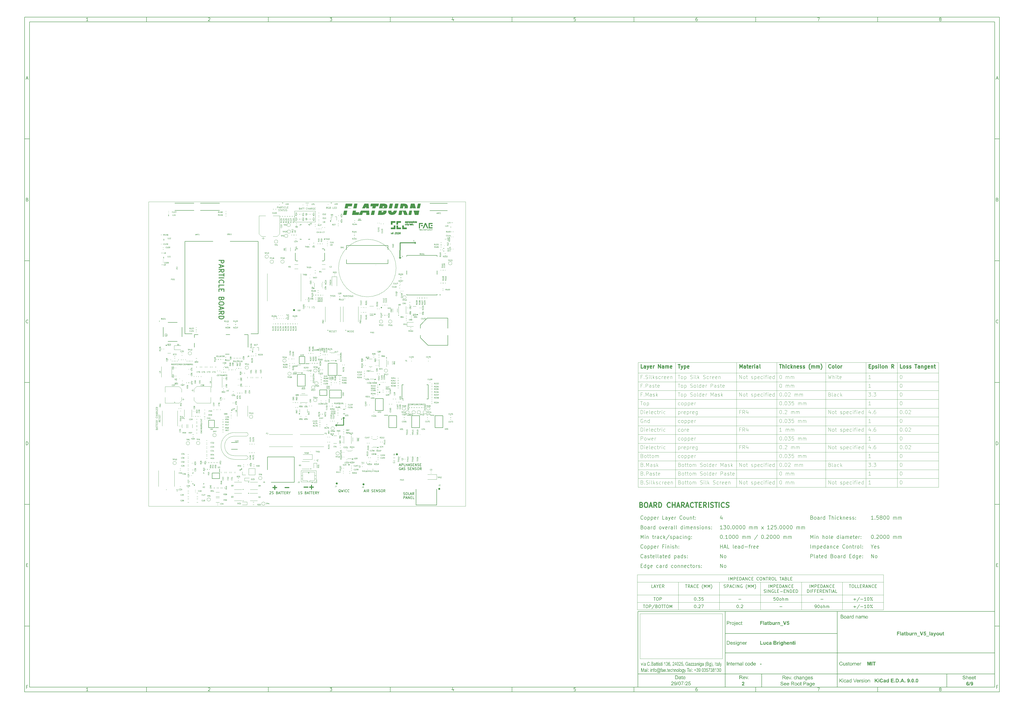
<source format=gbr>
%TF.GenerationSoftware,KiCad,Pcbnew,9.0.0*%
%TF.CreationDate,2025-07-29T08:56:10+02:00*%
%TF.ProjectId,Flatburn_V5,466c6174-6275-4726-9e5f-56352e6b6963,2*%
%TF.SameCoordinates,Original*%
%TF.FileFunction,Legend,Top*%
%TF.FilePolarity,Positive*%
%FSLAX46Y46*%
G04 Gerber Fmt 4.6, Leading zero omitted, Abs format (unit mm)*
G04 Created by KiCad (PCBNEW 9.0.0) date 2025-07-29 08:56:10*
%MOMM*%
%LPD*%
G01*
G04 APERTURE LIST*
%ADD10C,0.100000*%
%ADD11C,0.150000*%
%ADD12C,0.050000*%
%ADD13C,0.010000*%
%ADD14C,0.000000*%
%ADD15C,0.214018*%
%ADD16C,0.300000*%
%ADD17C,0.400000*%
%ADD18C,0.080000*%
%ADD19C,0.070000*%
%ADD20C,0.120000*%
%ADD21C,0.152400*%
%ADD22C,0.200000*%
%ADD23C,0.250000*%
%ADD24C,0.127000*%
%ADD25C,0.158750*%
%TA.AperFunction,Profile*%
%ADD26C,0.050000*%
%TD*%
G04 APERTURE END LIST*
D10*
X262466667Y-254931334D02*
X262466667Y-273388667D01*
X296333333Y-273388667D01*
X296333333Y-254931334D01*
X262466667Y-254931334D01*
D11*
X10000000Y-10000000D02*
X409989000Y-10000000D01*
X409989000Y-287002200D01*
X10000000Y-287002200D01*
X10000000Y-10000000D01*
D10*
D11*
X12000000Y-12000000D02*
X407989000Y-12000000D01*
X407989000Y-285002200D01*
X12000000Y-285002200D01*
X12000000Y-12000000D01*
D10*
D11*
X60000000Y-12000000D02*
X60000000Y-10000000D01*
D10*
D11*
X110000000Y-12000000D02*
X110000000Y-10000000D01*
D10*
D11*
X160000000Y-12000000D02*
X160000000Y-10000000D01*
D10*
D11*
X210000000Y-12000000D02*
X210000000Y-10000000D01*
D10*
D11*
X260000000Y-12000000D02*
X260000000Y-10000000D01*
D10*
D11*
X310000000Y-12000000D02*
X310000000Y-10000000D01*
D10*
D11*
X360000000Y-12000000D02*
X360000000Y-10000000D01*
D10*
D11*
X36089160Y-11593604D02*
X35346303Y-11593604D01*
X35717731Y-11593604D02*
X35717731Y-10293604D01*
X35717731Y-10293604D02*
X35593922Y-10479319D01*
X35593922Y-10479319D02*
X35470112Y-10603128D01*
X35470112Y-10603128D02*
X35346303Y-10665033D01*
D10*
D11*
X85346303Y-10417414D02*
X85408207Y-10355509D01*
X85408207Y-10355509D02*
X85532017Y-10293604D01*
X85532017Y-10293604D02*
X85841541Y-10293604D01*
X85841541Y-10293604D02*
X85965350Y-10355509D01*
X85965350Y-10355509D02*
X86027255Y-10417414D01*
X86027255Y-10417414D02*
X86089160Y-10541223D01*
X86089160Y-10541223D02*
X86089160Y-10665033D01*
X86089160Y-10665033D02*
X86027255Y-10850747D01*
X86027255Y-10850747D02*
X85284398Y-11593604D01*
X85284398Y-11593604D02*
X86089160Y-11593604D01*
D10*
D11*
X135284398Y-10293604D02*
X136089160Y-10293604D01*
X136089160Y-10293604D02*
X135655826Y-10788842D01*
X135655826Y-10788842D02*
X135841541Y-10788842D01*
X135841541Y-10788842D02*
X135965350Y-10850747D01*
X135965350Y-10850747D02*
X136027255Y-10912652D01*
X136027255Y-10912652D02*
X136089160Y-11036461D01*
X136089160Y-11036461D02*
X136089160Y-11345985D01*
X136089160Y-11345985D02*
X136027255Y-11469795D01*
X136027255Y-11469795D02*
X135965350Y-11531700D01*
X135965350Y-11531700D02*
X135841541Y-11593604D01*
X135841541Y-11593604D02*
X135470112Y-11593604D01*
X135470112Y-11593604D02*
X135346303Y-11531700D01*
X135346303Y-11531700D02*
X135284398Y-11469795D01*
D10*
D11*
X185965350Y-10726938D02*
X185965350Y-11593604D01*
X185655826Y-10231700D02*
X185346303Y-11160271D01*
X185346303Y-11160271D02*
X186151064Y-11160271D01*
D10*
D11*
X236027255Y-10293604D02*
X235408207Y-10293604D01*
X235408207Y-10293604D02*
X235346303Y-10912652D01*
X235346303Y-10912652D02*
X235408207Y-10850747D01*
X235408207Y-10850747D02*
X235532017Y-10788842D01*
X235532017Y-10788842D02*
X235841541Y-10788842D01*
X235841541Y-10788842D02*
X235965350Y-10850747D01*
X235965350Y-10850747D02*
X236027255Y-10912652D01*
X236027255Y-10912652D02*
X236089160Y-11036461D01*
X236089160Y-11036461D02*
X236089160Y-11345985D01*
X236089160Y-11345985D02*
X236027255Y-11469795D01*
X236027255Y-11469795D02*
X235965350Y-11531700D01*
X235965350Y-11531700D02*
X235841541Y-11593604D01*
X235841541Y-11593604D02*
X235532017Y-11593604D01*
X235532017Y-11593604D02*
X235408207Y-11531700D01*
X235408207Y-11531700D02*
X235346303Y-11469795D01*
D10*
D11*
X285965350Y-10293604D02*
X285717731Y-10293604D01*
X285717731Y-10293604D02*
X285593922Y-10355509D01*
X285593922Y-10355509D02*
X285532017Y-10417414D01*
X285532017Y-10417414D02*
X285408207Y-10603128D01*
X285408207Y-10603128D02*
X285346303Y-10850747D01*
X285346303Y-10850747D02*
X285346303Y-11345985D01*
X285346303Y-11345985D02*
X285408207Y-11469795D01*
X285408207Y-11469795D02*
X285470112Y-11531700D01*
X285470112Y-11531700D02*
X285593922Y-11593604D01*
X285593922Y-11593604D02*
X285841541Y-11593604D01*
X285841541Y-11593604D02*
X285965350Y-11531700D01*
X285965350Y-11531700D02*
X286027255Y-11469795D01*
X286027255Y-11469795D02*
X286089160Y-11345985D01*
X286089160Y-11345985D02*
X286089160Y-11036461D01*
X286089160Y-11036461D02*
X286027255Y-10912652D01*
X286027255Y-10912652D02*
X285965350Y-10850747D01*
X285965350Y-10850747D02*
X285841541Y-10788842D01*
X285841541Y-10788842D02*
X285593922Y-10788842D01*
X285593922Y-10788842D02*
X285470112Y-10850747D01*
X285470112Y-10850747D02*
X285408207Y-10912652D01*
X285408207Y-10912652D02*
X285346303Y-11036461D01*
D10*
D11*
X335284398Y-10293604D02*
X336151064Y-10293604D01*
X336151064Y-10293604D02*
X335593922Y-11593604D01*
D10*
D11*
X385593922Y-10850747D02*
X385470112Y-10788842D01*
X385470112Y-10788842D02*
X385408207Y-10726938D01*
X385408207Y-10726938D02*
X385346303Y-10603128D01*
X385346303Y-10603128D02*
X385346303Y-10541223D01*
X385346303Y-10541223D02*
X385408207Y-10417414D01*
X385408207Y-10417414D02*
X385470112Y-10355509D01*
X385470112Y-10355509D02*
X385593922Y-10293604D01*
X385593922Y-10293604D02*
X385841541Y-10293604D01*
X385841541Y-10293604D02*
X385965350Y-10355509D01*
X385965350Y-10355509D02*
X386027255Y-10417414D01*
X386027255Y-10417414D02*
X386089160Y-10541223D01*
X386089160Y-10541223D02*
X386089160Y-10603128D01*
X386089160Y-10603128D02*
X386027255Y-10726938D01*
X386027255Y-10726938D02*
X385965350Y-10788842D01*
X385965350Y-10788842D02*
X385841541Y-10850747D01*
X385841541Y-10850747D02*
X385593922Y-10850747D01*
X385593922Y-10850747D02*
X385470112Y-10912652D01*
X385470112Y-10912652D02*
X385408207Y-10974557D01*
X385408207Y-10974557D02*
X385346303Y-11098366D01*
X385346303Y-11098366D02*
X385346303Y-11345985D01*
X385346303Y-11345985D02*
X385408207Y-11469795D01*
X385408207Y-11469795D02*
X385470112Y-11531700D01*
X385470112Y-11531700D02*
X385593922Y-11593604D01*
X385593922Y-11593604D02*
X385841541Y-11593604D01*
X385841541Y-11593604D02*
X385965350Y-11531700D01*
X385965350Y-11531700D02*
X386027255Y-11469795D01*
X386027255Y-11469795D02*
X386089160Y-11345985D01*
X386089160Y-11345985D02*
X386089160Y-11098366D01*
X386089160Y-11098366D02*
X386027255Y-10974557D01*
X386027255Y-10974557D02*
X385965350Y-10912652D01*
X385965350Y-10912652D02*
X385841541Y-10850747D01*
D10*
D11*
X60000000Y-285002200D02*
X60000000Y-287002200D01*
D10*
D11*
X110000000Y-285002200D02*
X110000000Y-287002200D01*
D10*
D11*
X160000000Y-285002200D02*
X160000000Y-287002200D01*
D10*
D11*
X210000000Y-285002200D02*
X210000000Y-287002200D01*
D10*
D11*
X260000000Y-285002200D02*
X260000000Y-287002200D01*
D10*
D11*
X310000000Y-285002200D02*
X310000000Y-287002200D01*
D10*
D11*
X360000000Y-285002200D02*
X360000000Y-287002200D01*
D10*
D11*
X36089160Y-286595804D02*
X35346303Y-286595804D01*
X35717731Y-286595804D02*
X35717731Y-285295804D01*
X35717731Y-285295804D02*
X35593922Y-285481519D01*
X35593922Y-285481519D02*
X35470112Y-285605328D01*
X35470112Y-285605328D02*
X35346303Y-285667233D01*
D10*
D11*
X85346303Y-285419614D02*
X85408207Y-285357709D01*
X85408207Y-285357709D02*
X85532017Y-285295804D01*
X85532017Y-285295804D02*
X85841541Y-285295804D01*
X85841541Y-285295804D02*
X85965350Y-285357709D01*
X85965350Y-285357709D02*
X86027255Y-285419614D01*
X86027255Y-285419614D02*
X86089160Y-285543423D01*
X86089160Y-285543423D02*
X86089160Y-285667233D01*
X86089160Y-285667233D02*
X86027255Y-285852947D01*
X86027255Y-285852947D02*
X85284398Y-286595804D01*
X85284398Y-286595804D02*
X86089160Y-286595804D01*
D10*
D11*
X135284398Y-285295804D02*
X136089160Y-285295804D01*
X136089160Y-285295804D02*
X135655826Y-285791042D01*
X135655826Y-285791042D02*
X135841541Y-285791042D01*
X135841541Y-285791042D02*
X135965350Y-285852947D01*
X135965350Y-285852947D02*
X136027255Y-285914852D01*
X136027255Y-285914852D02*
X136089160Y-286038661D01*
X136089160Y-286038661D02*
X136089160Y-286348185D01*
X136089160Y-286348185D02*
X136027255Y-286471995D01*
X136027255Y-286471995D02*
X135965350Y-286533900D01*
X135965350Y-286533900D02*
X135841541Y-286595804D01*
X135841541Y-286595804D02*
X135470112Y-286595804D01*
X135470112Y-286595804D02*
X135346303Y-286533900D01*
X135346303Y-286533900D02*
X135284398Y-286471995D01*
D10*
D11*
X185965350Y-285729138D02*
X185965350Y-286595804D01*
X185655826Y-285233900D02*
X185346303Y-286162471D01*
X185346303Y-286162471D02*
X186151064Y-286162471D01*
D10*
D11*
X236027255Y-285295804D02*
X235408207Y-285295804D01*
X235408207Y-285295804D02*
X235346303Y-285914852D01*
X235346303Y-285914852D02*
X235408207Y-285852947D01*
X235408207Y-285852947D02*
X235532017Y-285791042D01*
X235532017Y-285791042D02*
X235841541Y-285791042D01*
X235841541Y-285791042D02*
X235965350Y-285852947D01*
X235965350Y-285852947D02*
X236027255Y-285914852D01*
X236027255Y-285914852D02*
X236089160Y-286038661D01*
X236089160Y-286038661D02*
X236089160Y-286348185D01*
X236089160Y-286348185D02*
X236027255Y-286471995D01*
X236027255Y-286471995D02*
X235965350Y-286533900D01*
X235965350Y-286533900D02*
X235841541Y-286595804D01*
X235841541Y-286595804D02*
X235532017Y-286595804D01*
X235532017Y-286595804D02*
X235408207Y-286533900D01*
X235408207Y-286533900D02*
X235346303Y-286471995D01*
D10*
D11*
X285965350Y-285295804D02*
X285717731Y-285295804D01*
X285717731Y-285295804D02*
X285593922Y-285357709D01*
X285593922Y-285357709D02*
X285532017Y-285419614D01*
X285532017Y-285419614D02*
X285408207Y-285605328D01*
X285408207Y-285605328D02*
X285346303Y-285852947D01*
X285346303Y-285852947D02*
X285346303Y-286348185D01*
X285346303Y-286348185D02*
X285408207Y-286471995D01*
X285408207Y-286471995D02*
X285470112Y-286533900D01*
X285470112Y-286533900D02*
X285593922Y-286595804D01*
X285593922Y-286595804D02*
X285841541Y-286595804D01*
X285841541Y-286595804D02*
X285965350Y-286533900D01*
X285965350Y-286533900D02*
X286027255Y-286471995D01*
X286027255Y-286471995D02*
X286089160Y-286348185D01*
X286089160Y-286348185D02*
X286089160Y-286038661D01*
X286089160Y-286038661D02*
X286027255Y-285914852D01*
X286027255Y-285914852D02*
X285965350Y-285852947D01*
X285965350Y-285852947D02*
X285841541Y-285791042D01*
X285841541Y-285791042D02*
X285593922Y-285791042D01*
X285593922Y-285791042D02*
X285470112Y-285852947D01*
X285470112Y-285852947D02*
X285408207Y-285914852D01*
X285408207Y-285914852D02*
X285346303Y-286038661D01*
D10*
D11*
X335284398Y-285295804D02*
X336151064Y-285295804D01*
X336151064Y-285295804D02*
X335593922Y-286595804D01*
D10*
D11*
X385593922Y-285852947D02*
X385470112Y-285791042D01*
X385470112Y-285791042D02*
X385408207Y-285729138D01*
X385408207Y-285729138D02*
X385346303Y-285605328D01*
X385346303Y-285605328D02*
X385346303Y-285543423D01*
X385346303Y-285543423D02*
X385408207Y-285419614D01*
X385408207Y-285419614D02*
X385470112Y-285357709D01*
X385470112Y-285357709D02*
X385593922Y-285295804D01*
X385593922Y-285295804D02*
X385841541Y-285295804D01*
X385841541Y-285295804D02*
X385965350Y-285357709D01*
X385965350Y-285357709D02*
X386027255Y-285419614D01*
X386027255Y-285419614D02*
X386089160Y-285543423D01*
X386089160Y-285543423D02*
X386089160Y-285605328D01*
X386089160Y-285605328D02*
X386027255Y-285729138D01*
X386027255Y-285729138D02*
X385965350Y-285791042D01*
X385965350Y-285791042D02*
X385841541Y-285852947D01*
X385841541Y-285852947D02*
X385593922Y-285852947D01*
X385593922Y-285852947D02*
X385470112Y-285914852D01*
X385470112Y-285914852D02*
X385408207Y-285976757D01*
X385408207Y-285976757D02*
X385346303Y-286100566D01*
X385346303Y-286100566D02*
X385346303Y-286348185D01*
X385346303Y-286348185D02*
X385408207Y-286471995D01*
X385408207Y-286471995D02*
X385470112Y-286533900D01*
X385470112Y-286533900D02*
X385593922Y-286595804D01*
X385593922Y-286595804D02*
X385841541Y-286595804D01*
X385841541Y-286595804D02*
X385965350Y-286533900D01*
X385965350Y-286533900D02*
X386027255Y-286471995D01*
X386027255Y-286471995D02*
X386089160Y-286348185D01*
X386089160Y-286348185D02*
X386089160Y-286100566D01*
X386089160Y-286100566D02*
X386027255Y-285976757D01*
X386027255Y-285976757D02*
X385965350Y-285914852D01*
X385965350Y-285914852D02*
X385841541Y-285852947D01*
D10*
D11*
X10000000Y-60000000D02*
X12000000Y-60000000D01*
D10*
D11*
X10000000Y-110000000D02*
X12000000Y-110000000D01*
D10*
D11*
X10000000Y-160000000D02*
X12000000Y-160000000D01*
D10*
D11*
X10000000Y-210000000D02*
X12000000Y-210000000D01*
D10*
D11*
X10000000Y-260000000D02*
X12000000Y-260000000D01*
D10*
D11*
X10690476Y-35222176D02*
X11309523Y-35222176D01*
X10566666Y-35593604D02*
X10999999Y-34293604D01*
X10999999Y-34293604D02*
X11433333Y-35593604D01*
D10*
D11*
X11092857Y-84912652D02*
X11278571Y-84974557D01*
X11278571Y-84974557D02*
X11340476Y-85036461D01*
X11340476Y-85036461D02*
X11402380Y-85160271D01*
X11402380Y-85160271D02*
X11402380Y-85345985D01*
X11402380Y-85345985D02*
X11340476Y-85469795D01*
X11340476Y-85469795D02*
X11278571Y-85531700D01*
X11278571Y-85531700D02*
X11154761Y-85593604D01*
X11154761Y-85593604D02*
X10659523Y-85593604D01*
X10659523Y-85593604D02*
X10659523Y-84293604D01*
X10659523Y-84293604D02*
X11092857Y-84293604D01*
X11092857Y-84293604D02*
X11216666Y-84355509D01*
X11216666Y-84355509D02*
X11278571Y-84417414D01*
X11278571Y-84417414D02*
X11340476Y-84541223D01*
X11340476Y-84541223D02*
X11340476Y-84665033D01*
X11340476Y-84665033D02*
X11278571Y-84788842D01*
X11278571Y-84788842D02*
X11216666Y-84850747D01*
X11216666Y-84850747D02*
X11092857Y-84912652D01*
X11092857Y-84912652D02*
X10659523Y-84912652D01*
D10*
D11*
X11402380Y-135469795D02*
X11340476Y-135531700D01*
X11340476Y-135531700D02*
X11154761Y-135593604D01*
X11154761Y-135593604D02*
X11030952Y-135593604D01*
X11030952Y-135593604D02*
X10845238Y-135531700D01*
X10845238Y-135531700D02*
X10721428Y-135407890D01*
X10721428Y-135407890D02*
X10659523Y-135284080D01*
X10659523Y-135284080D02*
X10597619Y-135036461D01*
X10597619Y-135036461D02*
X10597619Y-134850747D01*
X10597619Y-134850747D02*
X10659523Y-134603128D01*
X10659523Y-134603128D02*
X10721428Y-134479319D01*
X10721428Y-134479319D02*
X10845238Y-134355509D01*
X10845238Y-134355509D02*
X11030952Y-134293604D01*
X11030952Y-134293604D02*
X11154761Y-134293604D01*
X11154761Y-134293604D02*
X11340476Y-134355509D01*
X11340476Y-134355509D02*
X11402380Y-134417414D01*
D10*
D11*
X10659523Y-185593604D02*
X10659523Y-184293604D01*
X10659523Y-184293604D02*
X10969047Y-184293604D01*
X10969047Y-184293604D02*
X11154761Y-184355509D01*
X11154761Y-184355509D02*
X11278571Y-184479319D01*
X11278571Y-184479319D02*
X11340476Y-184603128D01*
X11340476Y-184603128D02*
X11402380Y-184850747D01*
X11402380Y-184850747D02*
X11402380Y-185036461D01*
X11402380Y-185036461D02*
X11340476Y-185284080D01*
X11340476Y-185284080D02*
X11278571Y-185407890D01*
X11278571Y-185407890D02*
X11154761Y-185531700D01*
X11154761Y-185531700D02*
X10969047Y-185593604D01*
X10969047Y-185593604D02*
X10659523Y-185593604D01*
D10*
D11*
X10721428Y-234912652D02*
X11154762Y-234912652D01*
X11340476Y-235593604D02*
X10721428Y-235593604D01*
X10721428Y-235593604D02*
X10721428Y-234293604D01*
X10721428Y-234293604D02*
X11340476Y-234293604D01*
D10*
D11*
X11185714Y-284912652D02*
X10752380Y-284912652D01*
X10752380Y-285593604D02*
X10752380Y-284293604D01*
X10752380Y-284293604D02*
X11371428Y-284293604D01*
D10*
D11*
X409989000Y-60000000D02*
X407989000Y-60000000D01*
D10*
D11*
X409989000Y-110000000D02*
X407989000Y-110000000D01*
D10*
D11*
X409989000Y-160000000D02*
X407989000Y-160000000D01*
D10*
D11*
X409989000Y-210000000D02*
X407989000Y-210000000D01*
D10*
D11*
X409989000Y-260000000D02*
X407989000Y-260000000D01*
D10*
D11*
X408679476Y-35222176D02*
X409298523Y-35222176D01*
X408555666Y-35593604D02*
X408988999Y-34293604D01*
X408988999Y-34293604D02*
X409422333Y-35593604D01*
D10*
D11*
X409081857Y-84912652D02*
X409267571Y-84974557D01*
X409267571Y-84974557D02*
X409329476Y-85036461D01*
X409329476Y-85036461D02*
X409391380Y-85160271D01*
X409391380Y-85160271D02*
X409391380Y-85345985D01*
X409391380Y-85345985D02*
X409329476Y-85469795D01*
X409329476Y-85469795D02*
X409267571Y-85531700D01*
X409267571Y-85531700D02*
X409143761Y-85593604D01*
X409143761Y-85593604D02*
X408648523Y-85593604D01*
X408648523Y-85593604D02*
X408648523Y-84293604D01*
X408648523Y-84293604D02*
X409081857Y-84293604D01*
X409081857Y-84293604D02*
X409205666Y-84355509D01*
X409205666Y-84355509D02*
X409267571Y-84417414D01*
X409267571Y-84417414D02*
X409329476Y-84541223D01*
X409329476Y-84541223D02*
X409329476Y-84665033D01*
X409329476Y-84665033D02*
X409267571Y-84788842D01*
X409267571Y-84788842D02*
X409205666Y-84850747D01*
X409205666Y-84850747D02*
X409081857Y-84912652D01*
X409081857Y-84912652D02*
X408648523Y-84912652D01*
D10*
D11*
X409391380Y-135469795D02*
X409329476Y-135531700D01*
X409329476Y-135531700D02*
X409143761Y-135593604D01*
X409143761Y-135593604D02*
X409019952Y-135593604D01*
X409019952Y-135593604D02*
X408834238Y-135531700D01*
X408834238Y-135531700D02*
X408710428Y-135407890D01*
X408710428Y-135407890D02*
X408648523Y-135284080D01*
X408648523Y-135284080D02*
X408586619Y-135036461D01*
X408586619Y-135036461D02*
X408586619Y-134850747D01*
X408586619Y-134850747D02*
X408648523Y-134603128D01*
X408648523Y-134603128D02*
X408710428Y-134479319D01*
X408710428Y-134479319D02*
X408834238Y-134355509D01*
X408834238Y-134355509D02*
X409019952Y-134293604D01*
X409019952Y-134293604D02*
X409143761Y-134293604D01*
X409143761Y-134293604D02*
X409329476Y-134355509D01*
X409329476Y-134355509D02*
X409391380Y-134417414D01*
D10*
D11*
X408648523Y-185593604D02*
X408648523Y-184293604D01*
X408648523Y-184293604D02*
X408958047Y-184293604D01*
X408958047Y-184293604D02*
X409143761Y-184355509D01*
X409143761Y-184355509D02*
X409267571Y-184479319D01*
X409267571Y-184479319D02*
X409329476Y-184603128D01*
X409329476Y-184603128D02*
X409391380Y-184850747D01*
X409391380Y-184850747D02*
X409391380Y-185036461D01*
X409391380Y-185036461D02*
X409329476Y-185284080D01*
X409329476Y-185284080D02*
X409267571Y-185407890D01*
X409267571Y-185407890D02*
X409143761Y-185531700D01*
X409143761Y-185531700D02*
X408958047Y-185593604D01*
X408958047Y-185593604D02*
X408648523Y-185593604D01*
D10*
D11*
X408710428Y-234912652D02*
X409143762Y-234912652D01*
X409329476Y-235593604D02*
X408710428Y-235593604D01*
X408710428Y-235593604D02*
X408710428Y-234293604D01*
X408710428Y-234293604D02*
X409329476Y-234293604D01*
D10*
D11*
X409174714Y-284912652D02*
X408741380Y-284912652D01*
X408741380Y-285593604D02*
X408741380Y-284293604D01*
X408741380Y-284293604D02*
X409360428Y-284293604D01*
D10*
G36*
X277637791Y-280250297D02*
G01*
X277740379Y-280265625D01*
X277823681Y-280291405D01*
X277896691Y-280327390D01*
X277960747Y-280373519D01*
X278032657Y-280446093D01*
X278091766Y-280531333D01*
X278138434Y-280630890D01*
X278170418Y-280736932D01*
X278190435Y-280855700D01*
X278197419Y-280989011D01*
X278192631Y-281103074D01*
X278178986Y-281204002D01*
X278157393Y-281293277D01*
X278110091Y-281418024D01*
X278054903Y-281512637D01*
X277987944Y-281591748D01*
X277918158Y-281649291D01*
X277838332Y-281692184D01*
X277738822Y-281724854D01*
X277629686Y-281743693D01*
X277497571Y-281750500D01*
X276955536Y-281750500D01*
X276955536Y-281576110D01*
X277154288Y-281576110D01*
X277475040Y-281576110D01*
X277615416Y-281568174D01*
X277708139Y-281548266D01*
X277785980Y-281513542D01*
X277842870Y-281469681D01*
X277885027Y-281418830D01*
X277921844Y-281355593D01*
X277952962Y-281277890D01*
X277973971Y-281196655D01*
X277987566Y-281100126D01*
X277992438Y-280985897D01*
X277986614Y-280863741D01*
X277970628Y-280764507D01*
X277946339Y-280684515D01*
X277915044Y-280620540D01*
X277857269Y-280541954D01*
X277794840Y-280486105D01*
X277727099Y-280449448D01*
X277672187Y-280433979D01*
X277589396Y-280422785D01*
X277469911Y-280418399D01*
X277154288Y-280418399D01*
X277154288Y-281576110D01*
X276955536Y-281576110D01*
X276955536Y-280244010D01*
X277472933Y-280244010D01*
X277637791Y-280250297D01*
G37*
G36*
X279039602Y-280645873D02*
G01*
X279133754Y-280669633D01*
X279212369Y-280708653D01*
X279261799Y-280752157D01*
X279296001Y-280806960D01*
X279319226Y-280877728D01*
X279325603Y-280934363D01*
X279328477Y-281047996D01*
X279328477Y-281294101D01*
X279332393Y-281528505D01*
X279340201Y-281619799D01*
X279357666Y-281686274D01*
X279386820Y-281750500D01*
X279194204Y-281750500D01*
X279171085Y-281689302D01*
X279157293Y-281615036D01*
X279053176Y-281691582D01*
X278960098Y-281738043D01*
X278862699Y-281764819D01*
X278756674Y-281773947D01*
X278666557Y-281767658D01*
X278592337Y-281750156D01*
X278531222Y-281722863D01*
X278480985Y-281686294D01*
X278438800Y-281639326D01*
X278409080Y-281587138D01*
X278390981Y-281528644D01*
X278384723Y-281462262D01*
X278385282Y-281457591D01*
X278581460Y-281457591D01*
X278587727Y-281504436D01*
X278606056Y-281545013D01*
X278637239Y-281580964D01*
X278677370Y-281607072D01*
X278730577Y-281624059D01*
X278800729Y-281630332D01*
X278870559Y-281624911D01*
X278933355Y-281609193D01*
X278990323Y-281583529D01*
X279041326Y-281548006D01*
X279081596Y-281505544D01*
X279112230Y-281455485D01*
X279133324Y-281384726D01*
X279141906Y-281270288D01*
X279141906Y-281202419D01*
X279028344Y-281237773D01*
X278840663Y-281272577D01*
X278735643Y-281291984D01*
X278679829Y-281309672D01*
X278637646Y-281335278D01*
X278607014Y-281369755D01*
X278587887Y-281411365D01*
X278581460Y-281457591D01*
X278385282Y-281457591D01*
X278393943Y-281385241D01*
X278421084Y-281316175D01*
X278463423Y-281256212D01*
X278516339Y-281210112D01*
X278578438Y-281175226D01*
X278649054Y-281149571D01*
X278813002Y-281121910D01*
X279021181Y-281090099D01*
X279141906Y-281058804D01*
X279143005Y-281010902D01*
X279136063Y-280937947D01*
X279117894Y-280887250D01*
X279090706Y-280852815D01*
X279039890Y-280820055D01*
X278971637Y-280798595D01*
X278880688Y-280790625D01*
X278794649Y-280796792D01*
X278732509Y-280812994D01*
X278688530Y-280836787D01*
X278653344Y-280872040D01*
X278622503Y-280924767D01*
X278596847Y-281000185D01*
X278416505Y-280975639D01*
X278437536Y-280899296D01*
X278464707Y-280836970D01*
X278497380Y-280786504D01*
X278538940Y-280743553D01*
X278592534Y-280706562D01*
X278660320Y-280675678D01*
X278772041Y-280647018D01*
X278907341Y-280636752D01*
X279039602Y-280645873D01*
G37*
G36*
X280016417Y-281581972D02*
G01*
X280043070Y-281750500D01*
X279903669Y-281762223D01*
X279809916Y-281753320D01*
X279747964Y-281730533D01*
X279700233Y-281693127D01*
X279670112Y-281647093D01*
X279654857Y-281581147D01*
X279647580Y-281429473D01*
X279647580Y-280803814D01*
X279512300Y-280803814D01*
X279512300Y-280660199D01*
X279647580Y-280660199D01*
X279647580Y-280390097D01*
X279830945Y-280279181D01*
X279830945Y-280660199D01*
X280016417Y-280660199D01*
X280016417Y-280803814D01*
X279830945Y-280803814D01*
X279830945Y-281442479D01*
X279834136Y-281514714D01*
X279840654Y-281544328D01*
X279853415Y-281564542D01*
X279872436Y-281580323D01*
X279897320Y-281589932D01*
X279935451Y-281593696D01*
X280016417Y-281581972D01*
G37*
G36*
X280750305Y-280646502D02*
G01*
X280843680Y-280674598D01*
X280926411Y-280720508D01*
X281000289Y-280785313D01*
X281058430Y-280863004D01*
X281101478Y-280956301D01*
X281128887Y-281068327D01*
X281138683Y-281203060D01*
X281137584Y-281252244D01*
X280326087Y-281252244D01*
X280337326Y-281341498D01*
X280358623Y-281415115D01*
X280388804Y-281475712D01*
X280427478Y-281525369D01*
X280493293Y-281577977D01*
X280568153Y-281609293D01*
X280654990Y-281620074D01*
X280720906Y-281613907D01*
X280778065Y-281596196D01*
X280828189Y-281567317D01*
X280870532Y-281527665D01*
X280908561Y-281472641D01*
X280941945Y-281398790D01*
X281132546Y-281422329D01*
X281092730Y-281527806D01*
X281037136Y-281613225D01*
X280965484Y-281681715D01*
X280902686Y-281720868D01*
X280830933Y-281749601D01*
X280748667Y-281767618D01*
X280653983Y-281773947D01*
X280536283Y-281763970D01*
X280435923Y-281735617D01*
X280349716Y-281690085D01*
X280275345Y-281626943D01*
X280216425Y-281549823D01*
X280172947Y-281457552D01*
X280145337Y-281347107D01*
X280135486Y-281214600D01*
X280143951Y-281098371D01*
X280336345Y-281098371D01*
X280943960Y-281098371D01*
X280929301Y-281009911D01*
X280905498Y-280943937D01*
X280874259Y-280895588D01*
X280826564Y-280849378D01*
X280773439Y-280817034D01*
X280713747Y-280797408D01*
X280645740Y-280790625D01*
X280564445Y-280800210D01*
X280494112Y-280828005D01*
X280432149Y-280874431D01*
X280383905Y-280935063D01*
X280351845Y-281008623D01*
X280336345Y-281098371D01*
X280143951Y-281098371D01*
X280145490Y-281077235D01*
X280173487Y-280962970D01*
X280217473Y-280867759D01*
X280276902Y-280788427D01*
X280352411Y-280722384D01*
X280437328Y-280675498D01*
X280533536Y-280646747D01*
X280643725Y-280636752D01*
X280750305Y-280646502D01*
G37*
G36*
X276274648Y-284096110D02*
G01*
X276274648Y-284270500D01*
X275281801Y-284270500D01*
X275286144Y-284205196D01*
X275303325Y-284142638D01*
X275351287Y-284044391D01*
X275424683Y-283943245D01*
X275519737Y-283844052D01*
X275666025Y-283716190D01*
X275828106Y-283575975D01*
X275933701Y-283471958D01*
X275996944Y-283396538D01*
X276047070Y-283314716D01*
X276074463Y-283241113D01*
X276083039Y-283173513D01*
X276074191Y-283103431D01*
X276048341Y-283042275D01*
X276004637Y-282987767D01*
X275948351Y-282946345D01*
X275881255Y-282920960D01*
X275800298Y-282912021D01*
X275714793Y-282921578D01*
X275644878Y-282948591D01*
X275587074Y-282992529D01*
X275543812Y-283050753D01*
X275516476Y-283123645D01*
X275506199Y-283215370D01*
X275316605Y-283195770D01*
X275334381Y-283090115D01*
X275365283Y-283002528D01*
X275408204Y-282929968D01*
X275463151Y-282870164D01*
X275529372Y-282822718D01*
X275606801Y-282787879D01*
X275697557Y-282765920D01*
X275804328Y-282758148D01*
X275911736Y-282766469D01*
X276002790Y-282789991D01*
X276080350Y-282827420D01*
X276146604Y-282878682D01*
X276202029Y-282942920D01*
X276240948Y-283013130D01*
X276264527Y-283090620D01*
X276272633Y-283177269D01*
X276263512Y-283266578D01*
X276235722Y-283355413D01*
X276189099Y-283441577D01*
X276113264Y-283539786D01*
X276011462Y-283643233D01*
X275828966Y-283805400D01*
X275678550Y-283935710D01*
X275615742Y-283995635D01*
X275572026Y-284046666D01*
X275537981Y-284096110D01*
X276274648Y-284096110D01*
G37*
G36*
X277039536Y-282767016D02*
G01*
X277128319Y-282793237D01*
X277212174Y-282837191D01*
X277285795Y-282896450D01*
X277347097Y-282970787D01*
X277396638Y-283062322D01*
X277428881Y-283162251D01*
X277451185Y-283300020D01*
X277459653Y-283485564D01*
X277451506Y-283678311D01*
X277429578Y-283828826D01*
X277397096Y-283944618D01*
X277346842Y-284052598D01*
X277284873Y-284138196D01*
X277211167Y-284204737D01*
X277125118Y-284253867D01*
X277029440Y-284283674D01*
X276921647Y-284293947D01*
X276834343Y-284287274D01*
X276758455Y-284268213D01*
X276692064Y-284237575D01*
X276633685Y-284195303D01*
X276584695Y-284142603D01*
X276545969Y-284079936D01*
X276517352Y-284005712D01*
X276499504Y-283917782D01*
X276676733Y-283901204D01*
X276698200Y-283982377D01*
X276727288Y-284041527D01*
X276762828Y-284083471D01*
X276808103Y-284114373D01*
X276861669Y-284133383D01*
X276925769Y-284140074D01*
X277006766Y-284130009D01*
X277074879Y-284101056D01*
X277132964Y-284055586D01*
X277179842Y-283996734D01*
X277215728Y-283924579D01*
X277248536Y-283820421D01*
X277269272Y-283708389D01*
X277276196Y-283594191D01*
X277275189Y-283557188D01*
X277234158Y-283611783D01*
X277184090Y-283659245D01*
X277124063Y-283699979D01*
X277058402Y-283730364D01*
X276989563Y-283748528D01*
X276916518Y-283754659D01*
X276826005Y-283746058D01*
X276744404Y-283720943D01*
X276669807Y-283679302D01*
X276600895Y-283619745D01*
X276545556Y-283548725D01*
X276505520Y-283467220D01*
X276480593Y-283373229D01*
X276472386Y-283270875D01*
X276661437Y-283270875D01*
X276671626Y-283362497D01*
X276700607Y-283438661D01*
X276747991Y-283502783D01*
X276810342Y-283552428D01*
X276880683Y-283581884D01*
X276961672Y-283591993D01*
X277043133Y-283581771D01*
X277112305Y-283552235D01*
X277172149Y-283502783D01*
X277216507Y-283438658D01*
X277244547Y-283357823D01*
X277254672Y-283255579D01*
X277244417Y-283153432D01*
X277215792Y-283071276D01*
X277170134Y-283004803D01*
X277108942Y-282952598D01*
X277041973Y-282922267D01*
X276966802Y-282912021D01*
X276889081Y-282922902D01*
X276818483Y-282955416D01*
X276752570Y-283011947D01*
X276702861Y-283083329D01*
X276672239Y-283168393D01*
X276661437Y-283270875D01*
X276472386Y-283270875D01*
X276471843Y-283264097D01*
X276480969Y-283151468D01*
X276506970Y-283054502D01*
X276548756Y-282970432D01*
X276606574Y-282897183D01*
X276678280Y-282836299D01*
X276757319Y-282793329D01*
X276845226Y-282767173D01*
X276944179Y-282758148D01*
X277039536Y-282767016D01*
G37*
G36*
X277551244Y-284293947D02*
G01*
X277986760Y-282740562D01*
X278134313Y-282740562D01*
X277699805Y-284293947D01*
X277551244Y-284293947D01*
G37*
G36*
X278790815Y-282763873D02*
G01*
X278861004Y-282780324D01*
X278923462Y-282806874D01*
X278980374Y-282843861D01*
X279030429Y-282890420D01*
X279074129Y-282947467D01*
X279125845Y-283046136D01*
X279167369Y-283171132D01*
X279191581Y-283314432D01*
X279201166Y-283526597D01*
X279194156Y-283703555D01*
X279175167Y-283843944D01*
X279146852Y-283953869D01*
X279102866Y-284057466D01*
X279048650Y-284140185D01*
X278984461Y-284205195D01*
X278908089Y-284253563D01*
X278818234Y-284283434D01*
X278711428Y-284293947D01*
X278605730Y-284283606D01*
X278515533Y-284254054D01*
X278437693Y-284205969D01*
X278370160Y-284137967D01*
X278322066Y-284063842D01*
X278281645Y-283969935D01*
X278250059Y-283852275D01*
X278229203Y-283706229D01*
X278221599Y-283526597D01*
X278221621Y-283526047D01*
X278411193Y-283526047D01*
X278418793Y-283723314D01*
X278438344Y-283862378D01*
X278465670Y-283956707D01*
X278497746Y-284017800D01*
X278545867Y-284073460D01*
X278596812Y-284110843D01*
X278651457Y-284132705D01*
X278711428Y-284140074D01*
X278771319Y-284132683D01*
X278825921Y-284110742D01*
X278876864Y-284073199D01*
X278925019Y-284017250D01*
X278957170Y-283955897D01*
X278984523Y-283861476D01*
X279004071Y-283722625D01*
X279011664Y-283526047D01*
X279004041Y-283328159D01*
X278984449Y-283188913D01*
X278957094Y-283094682D01*
X278925019Y-283033837D01*
X278876944Y-282978554D01*
X278825695Y-282941290D01*
X278770374Y-282919416D01*
X278709322Y-282912021D01*
X278648556Y-282918841D01*
X278595556Y-282938631D01*
X278548526Y-282971586D01*
X278506447Y-283019457D01*
X278470364Y-283087978D01*
X278440337Y-283188399D01*
X278419268Y-283330594D01*
X278411193Y-283526047D01*
X278221621Y-283526047D01*
X278228686Y-283348138D01*
X278247852Y-283207124D01*
X278276371Y-283097218D01*
X278320701Y-282993630D01*
X278375102Y-282911108D01*
X278439311Y-282846442D01*
X278515691Y-282798293D01*
X278605267Y-282768589D01*
X278711428Y-282758148D01*
X278790815Y-282763873D01*
G37*
G36*
X279400376Y-282955984D02*
G01*
X279400376Y-282781595D01*
X280372799Y-282781595D01*
X280372799Y-282925027D01*
X280282851Y-283031465D01*
X280188141Y-283165901D01*
X280088408Y-283332699D01*
X280001070Y-283504974D01*
X279928656Y-283679131D01*
X279870696Y-283855592D01*
X279838880Y-283982923D01*
X279815130Y-284120916D01*
X279799988Y-284270500D01*
X279610486Y-284270500D01*
X279618520Y-284152233D01*
X279640747Y-284009741D01*
X279680095Y-283839197D01*
X279730848Y-283673022D01*
X279794472Y-283510651D01*
X279871246Y-283351658D01*
X279959340Y-283197968D01*
X280047671Y-283066844D01*
X280136127Y-282955984D01*
X279400376Y-282955984D01*
G37*
G36*
X280467504Y-284293947D02*
G01*
X280903019Y-282740562D01*
X281050573Y-282740562D01*
X280616064Y-284293947D01*
X280467504Y-284293947D01*
G37*
G36*
X282107167Y-284096110D02*
G01*
X282107167Y-284270500D01*
X281114320Y-284270500D01*
X281118663Y-284205196D01*
X281135844Y-284142638D01*
X281183807Y-284044391D01*
X281257202Y-283943245D01*
X281352256Y-283844052D01*
X281498544Y-283716190D01*
X281660626Y-283575975D01*
X281766220Y-283471958D01*
X281829463Y-283396538D01*
X281879589Y-283314716D01*
X281906982Y-283241113D01*
X281915559Y-283173513D01*
X281906711Y-283103431D01*
X281880860Y-283042275D01*
X281837157Y-282987767D01*
X281780870Y-282946345D01*
X281713775Y-282920960D01*
X281632817Y-282912021D01*
X281547313Y-282921578D01*
X281477397Y-282948591D01*
X281419593Y-282992529D01*
X281376332Y-283050753D01*
X281348995Y-283123645D01*
X281338718Y-283215370D01*
X281149124Y-283195770D01*
X281166900Y-283090115D01*
X281197802Y-283002528D01*
X281240723Y-282929968D01*
X281295670Y-282870164D01*
X281361892Y-282822718D01*
X281439320Y-282787879D01*
X281530076Y-282765920D01*
X281636847Y-282758148D01*
X281744255Y-282766469D01*
X281835309Y-282789991D01*
X281912869Y-282827420D01*
X281979123Y-282878682D01*
X282034548Y-282942920D01*
X282073468Y-283013130D01*
X282097046Y-283090620D01*
X282105152Y-283177269D01*
X282096031Y-283266578D01*
X282068241Y-283355413D01*
X282021618Y-283441577D01*
X281945784Y-283539786D01*
X281843982Y-283643233D01*
X281661485Y-283805400D01*
X281511069Y-283935710D01*
X281448261Y-283995635D01*
X281404545Y-284046666D01*
X281370500Y-284096110D01*
X282107167Y-284096110D01*
G37*
G36*
X282304363Y-283871895D02*
G01*
X282497986Y-283855500D01*
X282520205Y-283946651D01*
X282553869Y-284016281D01*
X282597912Y-284068724D01*
X282653630Y-284108292D01*
X282715957Y-284131950D01*
X282786956Y-284140074D01*
X282851398Y-284133699D01*
X282909584Y-284115045D01*
X282962923Y-284083988D01*
X283012362Y-284039324D01*
X283051690Y-283986560D01*
X283080339Y-283925545D01*
X283098276Y-283854719D01*
X283104594Y-283772061D01*
X283098467Y-283693462D01*
X283081159Y-283626970D01*
X283053632Y-283570455D01*
X283015934Y-283522292D01*
X282951824Y-283472051D01*
X282875672Y-283441507D01*
X282783933Y-283430793D01*
X282698346Y-283441290D01*
X282623008Y-283472009D01*
X282558529Y-283519704D01*
X282510351Y-283578804D01*
X282337152Y-283556272D01*
X282482690Y-282781595D01*
X283229616Y-282781595D01*
X283229616Y-282955984D01*
X282630244Y-282955984D01*
X282549277Y-283364664D01*
X282643018Y-283310080D01*
X282737017Y-283278529D01*
X282833118Y-283268127D01*
X282928923Y-283276923D01*
X283014951Y-283302536D01*
X283093189Y-283344816D01*
X283165044Y-283404964D01*
X283223627Y-283477346D01*
X283265524Y-283558830D01*
X283291337Y-283651192D01*
X283300324Y-283756857D01*
X283292586Y-283857728D01*
X283270064Y-283949326D01*
X283233164Y-284033253D01*
X283181439Y-284110765D01*
X283119299Y-284176834D01*
X283050011Y-284227399D01*
X282972620Y-284263739D01*
X282885600Y-284286155D01*
X282786956Y-284293947D01*
X282685496Y-284286133D01*
X282597325Y-284263811D01*
X282520195Y-284227916D01*
X282452374Y-284178359D01*
X282395045Y-284116547D01*
X282351517Y-284045896D01*
X282321162Y-283965007D01*
X282304363Y-283871895D01*
G37*
G36*
X355747560Y-276118500D02*
G01*
X355747560Y-274612010D01*
X356201486Y-274612010D01*
X356474061Y-275639661D01*
X356743521Y-274612010D01*
X357198546Y-274612010D01*
X357198546Y-276118500D01*
X356916720Y-276118500D01*
X356916720Y-274932670D01*
X356618591Y-276118500D01*
X356326507Y-276118500D01*
X356029386Y-274932670D01*
X356029386Y-276118500D01*
X355747560Y-276118500D01*
G37*
G36*
X357490721Y-276118500D02*
G01*
X357490721Y-274612010D01*
X357794071Y-274612010D01*
X357794071Y-276118500D01*
X357490721Y-276118500D01*
G37*
G36*
X358421378Y-276118500D02*
G01*
X358421378Y-274864068D01*
X357975605Y-274864068D01*
X357975605Y-274612010D01*
X359169403Y-274612010D01*
X359169403Y-274864068D01*
X358724636Y-274864068D01*
X358724636Y-276118500D01*
X358421378Y-276118500D01*
G37*
G36*
X304103335Y-280239670D02*
G01*
X304202655Y-280253987D01*
X304273887Y-280274510D01*
X304338456Y-280307947D01*
X304393779Y-280354869D01*
X304440857Y-280416842D01*
X304475545Y-280487012D01*
X304496354Y-280561681D01*
X304503414Y-280642156D01*
X304496688Y-280720027D01*
X304477167Y-280789733D01*
X304445130Y-280852822D01*
X304399916Y-280910426D01*
X304345400Y-280957063D01*
X304276000Y-280996199D01*
X304188817Y-281027313D01*
X304080263Y-281049095D01*
X304153251Y-281089496D01*
X304200064Y-281124750D01*
X304282820Y-281213231D01*
X304365112Y-281326983D01*
X304626329Y-281740700D01*
X304376377Y-281740700D01*
X304177533Y-281424161D01*
X304034101Y-281214600D01*
X303977070Y-281149178D01*
X303933168Y-281112843D01*
X303887559Y-281087921D01*
X303842493Y-281072359D01*
X303731851Y-281065124D01*
X303501316Y-281065124D01*
X303501316Y-281740700D01*
X303302472Y-281740700D01*
X303302472Y-280896596D01*
X303501316Y-280896596D01*
X303928589Y-280896596D01*
X304057166Y-280888634D01*
X304141721Y-280868661D01*
X304189791Y-280845666D01*
X304228271Y-280815873D01*
X304258500Y-280778993D01*
X304288490Y-280714562D01*
X304298433Y-280645087D01*
X304289639Y-280577984D01*
X304264114Y-280520768D01*
X304221039Y-280470973D01*
X304165222Y-280435551D01*
X304086329Y-280411758D01*
X303976765Y-280402737D01*
X303501316Y-280402737D01*
X303501316Y-280896596D01*
X303302472Y-280896596D01*
X303302472Y-280234210D01*
X303968522Y-280234210D01*
X304103335Y-280239670D01*
G37*
G36*
X305344464Y-280636702D02*
G01*
X305437838Y-280664798D01*
X305520569Y-280710708D01*
X305594447Y-280775513D01*
X305652589Y-280853204D01*
X305695636Y-280946501D01*
X305723045Y-281058527D01*
X305732841Y-281193260D01*
X305731742Y-281242444D01*
X304920245Y-281242444D01*
X304931485Y-281331698D01*
X304952781Y-281405315D01*
X304982962Y-281465912D01*
X305021636Y-281515569D01*
X305087451Y-281568177D01*
X305162311Y-281599493D01*
X305249149Y-281610274D01*
X305315064Y-281604107D01*
X305372223Y-281586396D01*
X305422347Y-281557517D01*
X305464690Y-281517865D01*
X305502719Y-281462841D01*
X305536103Y-281388990D01*
X305726704Y-281412529D01*
X305686888Y-281518006D01*
X305631294Y-281603425D01*
X305559642Y-281671915D01*
X305496844Y-281711068D01*
X305425091Y-281739801D01*
X305342825Y-281757818D01*
X305248141Y-281764147D01*
X305130442Y-281754170D01*
X305030081Y-281725817D01*
X304943874Y-281680285D01*
X304869504Y-281617143D01*
X304810583Y-281540023D01*
X304767105Y-281447752D01*
X304739495Y-281337307D01*
X304729644Y-281204800D01*
X304738109Y-281088571D01*
X304930503Y-281088571D01*
X305538118Y-281088571D01*
X305523459Y-281000111D01*
X305499656Y-280934137D01*
X305468418Y-280885788D01*
X305420722Y-280839578D01*
X305367597Y-280807234D01*
X305307905Y-280787608D01*
X305239898Y-280780825D01*
X305158603Y-280790410D01*
X305088270Y-280818205D01*
X305026307Y-280864631D01*
X304978064Y-280925263D01*
X304946004Y-280998823D01*
X304930503Y-281088571D01*
X304738109Y-281088571D01*
X304739648Y-281067435D01*
X304767645Y-280953170D01*
X304811631Y-280857959D01*
X304871061Y-280778627D01*
X304946570Y-280712584D01*
X305031486Y-280665698D01*
X305127695Y-280636947D01*
X305237883Y-280626952D01*
X305344464Y-280636702D01*
G37*
G36*
X306259948Y-281740700D02*
G01*
X305845956Y-280650399D01*
X306040679Y-280650399D01*
X306274236Y-281303627D01*
X306343937Y-281523445D01*
X306412630Y-281315992D01*
X306654430Y-280650399D01*
X306844024Y-280650399D01*
X306432047Y-281740700D01*
X306259948Y-281740700D01*
G37*
G36*
X306903833Y-281740700D02*
G01*
X306903833Y-281529674D01*
X307113851Y-281529674D01*
X307113851Y-281740700D01*
X306903833Y-281740700D01*
G37*
G36*
X345508897Y-255358079D02*
G01*
X345599514Y-255374002D01*
X345670396Y-255397914D01*
X345735108Y-255434051D01*
X345789035Y-255480607D01*
X345833337Y-255538414D01*
X345866449Y-255603575D01*
X345885810Y-255669355D01*
X345892230Y-255736801D01*
X345886455Y-255799652D01*
X345869186Y-255859876D01*
X345839931Y-255918426D01*
X345800354Y-255970282D01*
X345748414Y-256016011D01*
X345682211Y-256055812D01*
X345768388Y-256090053D01*
X345837346Y-256135682D01*
X345891772Y-256192741D01*
X345932153Y-256260397D01*
X345956612Y-256335874D01*
X345965045Y-256421261D01*
X345953775Y-256524045D01*
X345920440Y-256618365D01*
X345869122Y-256700872D01*
X345810256Y-256758865D01*
X345738614Y-256801172D01*
X345645758Y-256833512D01*
X345541231Y-256851821D01*
X345403500Y-256858700D01*
X344830689Y-256858700D01*
X344830689Y-256684310D01*
X345029534Y-256684310D01*
X345403500Y-256684310D01*
X345538780Y-256676983D01*
X345603553Y-256659699D01*
X345653452Y-256635400D01*
X345694804Y-256600400D01*
X345729289Y-256550587D01*
X345751346Y-256491745D01*
X345759056Y-256421993D01*
X345754059Y-256366428D01*
X345739625Y-256317420D01*
X345716009Y-256273707D01*
X345683790Y-256236042D01*
X345644352Y-256206704D01*
X345596574Y-256185230D01*
X345511753Y-256167074D01*
X345376847Y-256159676D01*
X345029534Y-256159676D01*
X345029534Y-256684310D01*
X344830689Y-256684310D01*
X344830689Y-255985287D01*
X345029534Y-255985287D01*
X345354315Y-255985287D01*
X345477144Y-255979962D01*
X345543909Y-255967702D01*
X345611788Y-255936469D01*
X345658123Y-255892139D01*
X345686483Y-255834249D01*
X345696591Y-255759607D01*
X345687366Y-255687592D01*
X345660688Y-255626525D01*
X345633357Y-255592233D01*
X345599541Y-255566208D01*
X345558197Y-255547848D01*
X345479708Y-255533107D01*
X345329677Y-255526599D01*
X345029534Y-255526599D01*
X345029534Y-255985287D01*
X344830689Y-255985287D01*
X344830689Y-255352210D01*
X345394249Y-255352210D01*
X345508897Y-255358079D01*
G37*
G36*
X346766381Y-255754659D02*
G01*
X346862555Y-255782585D01*
X346947575Y-255828063D01*
X347023288Y-255891956D01*
X347083642Y-255969293D01*
X347127878Y-256060778D01*
X347155797Y-256169191D01*
X347165712Y-256298162D01*
X347157562Y-256437635D01*
X347135590Y-256545752D01*
X347102697Y-256628623D01*
X347054255Y-256702947D01*
X346993508Y-256764900D01*
X346919240Y-256815560D01*
X346836844Y-256852452D01*
X346749683Y-256874629D01*
X346656466Y-256882147D01*
X346544284Y-256872380D01*
X346447046Y-256844407D01*
X346361976Y-256799079D01*
X346287079Y-256735693D01*
X346228117Y-256658811D01*
X346184303Y-256565277D01*
X346156275Y-256451654D01*
X346146212Y-256313549D01*
X346146247Y-256313000D01*
X346335714Y-256313000D01*
X346342485Y-256418677D01*
X346361071Y-256503449D01*
X346389539Y-256571114D01*
X346426938Y-256624776D01*
X346476055Y-256670479D01*
X346529896Y-256702383D01*
X346589507Y-256721651D01*
X346656466Y-256728274D01*
X346722858Y-256721641D01*
X346782126Y-256702315D01*
X346835826Y-256670253D01*
X346884985Y-256624226D01*
X346922229Y-256570394D01*
X346950709Y-256501905D01*
X346969384Y-256415441D01*
X346976210Y-256306955D01*
X346969492Y-256205311D01*
X346950947Y-256122846D01*
X346922331Y-256056138D01*
X346884436Y-256002415D01*
X346835075Y-255956543D01*
X346781380Y-255924622D01*
X346722349Y-255905409D01*
X346656466Y-255898825D01*
X346589480Y-255905424D01*
X346529858Y-255924618D01*
X346476027Y-255956385D01*
X346426938Y-256001865D01*
X346389555Y-256055266D01*
X346361089Y-256122719D01*
X346342493Y-256207352D01*
X346335714Y-256313000D01*
X346146247Y-256313000D01*
X346154055Y-256190282D01*
X346176028Y-256086756D01*
X346210426Y-255999807D01*
X346256454Y-255926819D01*
X346314281Y-255865852D01*
X346387628Y-255813343D01*
X346468112Y-255775844D01*
X346557121Y-255752879D01*
X346656466Y-255744952D01*
X346766381Y-255754659D01*
G37*
G36*
X347973732Y-255754073D02*
G01*
X348067884Y-255777833D01*
X348146499Y-255816853D01*
X348195928Y-255860357D01*
X348230131Y-255915160D01*
X348253356Y-255985928D01*
X348259733Y-256042563D01*
X348262607Y-256156196D01*
X348262607Y-256402301D01*
X348266523Y-256636705D01*
X348274330Y-256727999D01*
X348291796Y-256794474D01*
X348320950Y-256858700D01*
X348128334Y-256858700D01*
X348105215Y-256797502D01*
X348091423Y-256723236D01*
X347987305Y-256799782D01*
X347894227Y-256846243D01*
X347796828Y-256873019D01*
X347690804Y-256882147D01*
X347600687Y-256875858D01*
X347526467Y-256858356D01*
X347465351Y-256831063D01*
X347415114Y-256794494D01*
X347372930Y-256747526D01*
X347343210Y-256695338D01*
X347325111Y-256636844D01*
X347318852Y-256570462D01*
X347319411Y-256565791D01*
X347515590Y-256565791D01*
X347521857Y-256612636D01*
X347540186Y-256653213D01*
X347571369Y-256689164D01*
X347611499Y-256715272D01*
X347664707Y-256732259D01*
X347734859Y-256738532D01*
X347804689Y-256733111D01*
X347867484Y-256717393D01*
X347924452Y-256691729D01*
X347975456Y-256656206D01*
X348015725Y-256613744D01*
X348046360Y-256563685D01*
X348067453Y-256492926D01*
X348076036Y-256378488D01*
X348076036Y-256310619D01*
X347962474Y-256345973D01*
X347774793Y-256380777D01*
X347669772Y-256400184D01*
X347613959Y-256417872D01*
X347571776Y-256443478D01*
X347541144Y-256477955D01*
X347522017Y-256519565D01*
X347515590Y-256565791D01*
X347319411Y-256565791D01*
X347328073Y-256493441D01*
X347355214Y-256424375D01*
X347397552Y-256364412D01*
X347450469Y-256318312D01*
X347512567Y-256283426D01*
X347583184Y-256257771D01*
X347747132Y-256230110D01*
X347955311Y-256198299D01*
X348076036Y-256167004D01*
X348077135Y-256119102D01*
X348070192Y-256046147D01*
X348052024Y-255995450D01*
X348024836Y-255961015D01*
X347974020Y-255928255D01*
X347905766Y-255906795D01*
X347814818Y-255898825D01*
X347728778Y-255904992D01*
X347666639Y-255921194D01*
X347622660Y-255944987D01*
X347587473Y-255980240D01*
X347556633Y-256032967D01*
X347530977Y-256108385D01*
X347350634Y-256083839D01*
X347371665Y-256007496D01*
X347398837Y-255945170D01*
X347431509Y-255894704D01*
X347473070Y-255851753D01*
X347526664Y-255814762D01*
X347594450Y-255783878D01*
X347706170Y-255755218D01*
X347841471Y-255744952D01*
X347973732Y-255754073D01*
G37*
G36*
X348545806Y-256858700D02*
G01*
X348545806Y-255768399D01*
X348711769Y-255768399D01*
X348711769Y-255932989D01*
X348778332Y-255830823D01*
X348829097Y-255781589D01*
X348885684Y-255754088D01*
X348947433Y-255744952D01*
X349008143Y-255751138D01*
X349070961Y-255770300D01*
X349137027Y-255804028D01*
X349073554Y-255974021D01*
X349004610Y-255943627D01*
X348938274Y-255933996D01*
X348880888Y-255943111D01*
X348829647Y-255970449D01*
X348788893Y-256013234D01*
X348760954Y-256071657D01*
X348738182Y-256173247D01*
X348730271Y-256287446D01*
X348730271Y-256858700D01*
X348545806Y-256858700D01*
G37*
G36*
X350124012Y-256858700D02*
G01*
X349952920Y-256858700D01*
X349952920Y-256721404D01*
X349894686Y-256792106D01*
X349826101Y-256841420D01*
X349745210Y-256871568D01*
X349648563Y-256882147D01*
X349563924Y-256874139D01*
X349484634Y-256850390D01*
X349409235Y-256810431D01*
X349342647Y-256756965D01*
X349286453Y-256690740D01*
X349240158Y-256610121D01*
X349207558Y-256522511D01*
X349187303Y-256424571D01*
X349180258Y-256314557D01*
X349180285Y-256314099D01*
X349369851Y-256314099D01*
X349376430Y-256419982D01*
X349394453Y-256504686D01*
X349421969Y-256572048D01*
X349457962Y-256625234D01*
X349522116Y-256683777D01*
X349590621Y-256717153D01*
X349665965Y-256728274D01*
X349742137Y-256717451D01*
X349809756Y-256685357D01*
X349871404Y-256629813D01*
X349905845Y-256578998D01*
X349932251Y-256514216D01*
X349949596Y-256432296D01*
X349955942Y-256329395D01*
X349949344Y-256215291D01*
X349931454Y-256125780D01*
X349904521Y-256056258D01*
X349869847Y-256002873D01*
X349823103Y-255956349D01*
X349772875Y-255924368D01*
X349718261Y-255905313D01*
X349657813Y-255898825D01*
X349580445Y-255909896D01*
X349512859Y-255942544D01*
X349452283Y-255998843D01*
X349419145Y-256050079D01*
X349393352Y-256117052D01*
X349376190Y-256203550D01*
X349369851Y-256314099D01*
X349180285Y-256314099D01*
X349186566Y-256207066D01*
X349204873Y-256108992D01*
X349234571Y-256019084D01*
X349277794Y-255935989D01*
X349331944Y-255868868D01*
X349397512Y-255815660D01*
X349472558Y-255776463D01*
X349552972Y-255752947D01*
X349640319Y-255744952D01*
X349734583Y-255755700D01*
X349815533Y-255786718D01*
X349885652Y-255835187D01*
X349940555Y-255895528D01*
X349940555Y-255352210D01*
X350124012Y-255352210D01*
X350124012Y-256858700D01*
G37*
G36*
X350996600Y-256858700D02*
G01*
X350996600Y-255768399D01*
X351162655Y-255768399D01*
X351162655Y-255922639D01*
X351215329Y-255858213D01*
X351275107Y-255809251D01*
X351342843Y-255774174D01*
X351420087Y-255752512D01*
X351508960Y-255744952D01*
X351604363Y-255754014D01*
X351689761Y-255780398D01*
X351763779Y-255822703D01*
X351813226Y-255873180D01*
X351847624Y-255934865D01*
X351870654Y-256009559D01*
X351877753Y-256070442D01*
X351880912Y-256188986D01*
X351880912Y-256858700D01*
X351696447Y-256858700D01*
X351696447Y-256195031D01*
X351690130Y-256089314D01*
X351674923Y-256026045D01*
X351645457Y-255976051D01*
X351598628Y-255936652D01*
X351540154Y-255911869D01*
X351470034Y-255903221D01*
X351394272Y-255911737D01*
X351327156Y-255936601D01*
X351266610Y-255978235D01*
X351232839Y-256018179D01*
X351206166Y-256075254D01*
X351187964Y-256154629D01*
X351181064Y-256262808D01*
X351181064Y-256858700D01*
X350996600Y-256858700D01*
G37*
G36*
X352755518Y-255754073D02*
G01*
X352849670Y-255777833D01*
X352928285Y-255816853D01*
X352977715Y-255860357D01*
X353011917Y-255915160D01*
X353035142Y-255985928D01*
X353041519Y-256042563D01*
X353044393Y-256156196D01*
X353044393Y-256402301D01*
X353048310Y-256636705D01*
X353056117Y-256727999D01*
X353073582Y-256794474D01*
X353102737Y-256858700D01*
X352910121Y-256858700D01*
X352887001Y-256797502D01*
X352873209Y-256723236D01*
X352769092Y-256799782D01*
X352676014Y-256846243D01*
X352578615Y-256873019D01*
X352472590Y-256882147D01*
X352382473Y-256875858D01*
X352308253Y-256858356D01*
X352247138Y-256831063D01*
X352196901Y-256794494D01*
X352154717Y-256747526D01*
X352124997Y-256695338D01*
X352106898Y-256636844D01*
X352100639Y-256570462D01*
X352101198Y-256565791D01*
X352297376Y-256565791D01*
X352303644Y-256612636D01*
X352321973Y-256653213D01*
X352353155Y-256689164D01*
X352393286Y-256715272D01*
X352446493Y-256732259D01*
X352516645Y-256738532D01*
X352586476Y-256733111D01*
X352649271Y-256717393D01*
X352706239Y-256691729D01*
X352757243Y-256656206D01*
X352797512Y-256613744D01*
X352828147Y-256563685D01*
X352849240Y-256492926D01*
X352857822Y-256378488D01*
X352857822Y-256310619D01*
X352744260Y-256345973D01*
X352556579Y-256380777D01*
X352451559Y-256400184D01*
X352395745Y-256417872D01*
X352353562Y-256443478D01*
X352322930Y-256477955D01*
X352303804Y-256519565D01*
X352297376Y-256565791D01*
X352101198Y-256565791D01*
X352109859Y-256493441D01*
X352137000Y-256424375D01*
X352179339Y-256364412D01*
X352232255Y-256318312D01*
X352294354Y-256283426D01*
X352364971Y-256257771D01*
X352528919Y-256230110D01*
X352737097Y-256198299D01*
X352857822Y-256167004D01*
X352858921Y-256119102D01*
X352851979Y-256046147D01*
X352833810Y-255995450D01*
X352806623Y-255961015D01*
X352755806Y-255928255D01*
X352687553Y-255906795D01*
X352596604Y-255898825D01*
X352510565Y-255904992D01*
X352448425Y-255921194D01*
X352404446Y-255944987D01*
X352369260Y-255980240D01*
X352338419Y-256032967D01*
X352312764Y-256108385D01*
X352132421Y-256083839D01*
X352153452Y-256007496D01*
X352180623Y-255945170D01*
X352213296Y-255894704D01*
X352254857Y-255851753D01*
X352308450Y-255814762D01*
X352376236Y-255783878D01*
X352487957Y-255755218D01*
X352623257Y-255744952D01*
X352755518Y-255754073D01*
G37*
G36*
X353329608Y-256858700D02*
G01*
X353329608Y-255768399D01*
X353494655Y-255768399D01*
X353494655Y-255920624D01*
X353554011Y-255849434D01*
X353630851Y-255793221D01*
X353689272Y-255766725D01*
X353753439Y-255750529D01*
X353824566Y-255744952D01*
X353903850Y-255751055D01*
X353969050Y-255768073D01*
X354022769Y-255794778D01*
X354069248Y-255832290D01*
X354105403Y-255878253D01*
X354131945Y-255933904D01*
X354189087Y-255863424D01*
X354250435Y-255811070D01*
X354316540Y-255774503D01*
X354388543Y-255752482D01*
X354468085Y-255744952D01*
X354548666Y-255751265D01*
X354615436Y-255768938D01*
X354670920Y-255796801D01*
X354717029Y-255834711D01*
X354752837Y-255881672D01*
X354779972Y-255941328D01*
X354797673Y-256016575D01*
X354804132Y-256111042D01*
X354804132Y-256858700D01*
X354620767Y-256858700D01*
X354620767Y-256171400D01*
X354615351Y-256068242D01*
X354602815Y-256011665D01*
X354577845Y-255967956D01*
X354537694Y-255933080D01*
X354487402Y-255910933D01*
X354427052Y-255903221D01*
X354353741Y-255912015D01*
X354291040Y-255937422D01*
X354236451Y-255979792D01*
X354196846Y-256035801D01*
X354170545Y-256114880D01*
X354160613Y-256224798D01*
X354160613Y-256858700D01*
X353976241Y-256858700D01*
X353976241Y-256149785D01*
X353970296Y-256068437D01*
X353954523Y-256008437D01*
X353931086Y-255964862D01*
X353896548Y-255931845D01*
X353848871Y-255910938D01*
X353783533Y-255903221D01*
X353708614Y-255913502D01*
X353639552Y-255944346D01*
X353599922Y-255975572D01*
X353568126Y-256015194D01*
X353543748Y-256064513D01*
X353522645Y-256152646D01*
X353514072Y-256292575D01*
X353514072Y-256858700D01*
X353329608Y-256858700D01*
G37*
G36*
X355631260Y-255754702D02*
G01*
X355724634Y-255782798D01*
X355807365Y-255828708D01*
X355881243Y-255893513D01*
X355939385Y-255971204D01*
X355982433Y-256064501D01*
X356009841Y-256176527D01*
X356019637Y-256311260D01*
X356018538Y-256360444D01*
X355207041Y-256360444D01*
X355218281Y-256449698D01*
X355239577Y-256523315D01*
X355269759Y-256583912D01*
X355308433Y-256633569D01*
X355374247Y-256686177D01*
X355449108Y-256717493D01*
X355535945Y-256728274D01*
X355601860Y-256722107D01*
X355659019Y-256704396D01*
X355709144Y-256675517D01*
X355751487Y-256635865D01*
X355789515Y-256580841D01*
X355822900Y-256506990D01*
X356013501Y-256530529D01*
X355973685Y-256636006D01*
X355918090Y-256721425D01*
X355846439Y-256789915D01*
X355783640Y-256829068D01*
X355711887Y-256857801D01*
X355629621Y-256875818D01*
X355534937Y-256882147D01*
X355417238Y-256872170D01*
X355316877Y-256843817D01*
X355230671Y-256798285D01*
X355156300Y-256735143D01*
X355097380Y-256658023D01*
X355053902Y-256565752D01*
X355026292Y-256455307D01*
X355016440Y-256322800D01*
X355024905Y-256206571D01*
X355217300Y-256206571D01*
X355824915Y-256206571D01*
X355810256Y-256118111D01*
X355786452Y-256052137D01*
X355755214Y-256003788D01*
X355707518Y-255957578D01*
X355654393Y-255925234D01*
X355594701Y-255905608D01*
X355526694Y-255898825D01*
X355445399Y-255908410D01*
X355375067Y-255936205D01*
X355313104Y-255982631D01*
X355264860Y-256043263D01*
X355232800Y-256116823D01*
X355217300Y-256206571D01*
X355024905Y-256206571D01*
X355026444Y-256185435D01*
X355054442Y-256071170D01*
X355098428Y-255975959D01*
X355157857Y-255896627D01*
X355233366Y-255830584D01*
X355318282Y-255783698D01*
X355414491Y-255754947D01*
X355524679Y-255744952D01*
X355631260Y-255754702D01*
G37*
G36*
X298137730Y-276118500D02*
G01*
X298137730Y-274612010D01*
X298336482Y-274612010D01*
X298336482Y-276118500D01*
X298137730Y-276118500D01*
G37*
G36*
X298663554Y-276118500D02*
G01*
X298663554Y-275028199D01*
X298829609Y-275028199D01*
X298829609Y-275182439D01*
X298882283Y-275118013D01*
X298942061Y-275069051D01*
X299009797Y-275033974D01*
X299087041Y-275012312D01*
X299175914Y-275004752D01*
X299271317Y-275013814D01*
X299356715Y-275040198D01*
X299430733Y-275082503D01*
X299480180Y-275132980D01*
X299514578Y-275194665D01*
X299537607Y-275269359D01*
X299544707Y-275330242D01*
X299547866Y-275448786D01*
X299547866Y-276118500D01*
X299363401Y-276118500D01*
X299363401Y-275454831D01*
X299357084Y-275349114D01*
X299341877Y-275285845D01*
X299312411Y-275235851D01*
X299265582Y-275196452D01*
X299207107Y-275171669D01*
X299136988Y-275163021D01*
X299061226Y-275171537D01*
X298994110Y-275196401D01*
X298933564Y-275238035D01*
X298899793Y-275277979D01*
X298873120Y-275335054D01*
X298854918Y-275414429D01*
X298848018Y-275522608D01*
X298848018Y-276118500D01*
X298663554Y-276118500D01*
G37*
G36*
X300232784Y-275949972D02*
G01*
X300259437Y-276118500D01*
X300120035Y-276130223D01*
X300026282Y-276121320D01*
X299964330Y-276098533D01*
X299916599Y-276061127D01*
X299886478Y-276015093D01*
X299871224Y-275949147D01*
X299863946Y-275797473D01*
X299863946Y-275171814D01*
X299728666Y-275171814D01*
X299728666Y-275028199D01*
X299863946Y-275028199D01*
X299863946Y-274758097D01*
X300047312Y-274647181D01*
X300047312Y-275028199D01*
X300232784Y-275028199D01*
X300232784Y-275171814D01*
X300047312Y-275171814D01*
X300047312Y-275810479D01*
X300050503Y-275882714D01*
X300057020Y-275912328D01*
X300069781Y-275932542D01*
X300088803Y-275948323D01*
X300113686Y-275957932D01*
X300151817Y-275961696D01*
X300232784Y-275949972D01*
G37*
G36*
X300966672Y-275014502D02*
G01*
X301060046Y-275042598D01*
X301142777Y-275088508D01*
X301216655Y-275153313D01*
X301274797Y-275231004D01*
X301317844Y-275324301D01*
X301345253Y-275436327D01*
X301355049Y-275571060D01*
X301353950Y-275620244D01*
X300542453Y-275620244D01*
X300553693Y-275709498D01*
X300574989Y-275783115D01*
X300605171Y-275843712D01*
X300643844Y-275893369D01*
X300709659Y-275945977D01*
X300784520Y-275977293D01*
X300871357Y-275988074D01*
X300937272Y-275981907D01*
X300994431Y-275964196D01*
X301044555Y-275935317D01*
X301086898Y-275895665D01*
X301124927Y-275840641D01*
X301158311Y-275766790D01*
X301348912Y-275790329D01*
X301309096Y-275895806D01*
X301253502Y-275981225D01*
X301181850Y-276049715D01*
X301119052Y-276088868D01*
X301047299Y-276117601D01*
X300965033Y-276135618D01*
X300870349Y-276141947D01*
X300752650Y-276131970D01*
X300652289Y-276103617D01*
X300566082Y-276058085D01*
X300491712Y-275994943D01*
X300432791Y-275917823D01*
X300389313Y-275825552D01*
X300361703Y-275715107D01*
X300351852Y-275582600D01*
X300360317Y-275466371D01*
X300552711Y-275466371D01*
X301160326Y-275466371D01*
X301145667Y-275377911D01*
X301121864Y-275311937D01*
X301090626Y-275263588D01*
X301042930Y-275217378D01*
X300989805Y-275185034D01*
X300930113Y-275165408D01*
X300862106Y-275158625D01*
X300780811Y-275168210D01*
X300710479Y-275196005D01*
X300648516Y-275242431D01*
X300600272Y-275303063D01*
X300568212Y-275376623D01*
X300552711Y-275466371D01*
X300360317Y-275466371D01*
X300361856Y-275445235D01*
X300389853Y-275330970D01*
X300433839Y-275235759D01*
X300493269Y-275156427D01*
X300568778Y-275090384D01*
X300653694Y-275043498D01*
X300749903Y-275014747D01*
X300860091Y-275004752D01*
X300966672Y-275014502D01*
G37*
G36*
X301577799Y-276118500D02*
G01*
X301577799Y-275028199D01*
X301743762Y-275028199D01*
X301743762Y-275192789D01*
X301810324Y-275090623D01*
X301861090Y-275041389D01*
X301917676Y-275013888D01*
X301979425Y-275004752D01*
X302040136Y-275010938D01*
X302102953Y-275030100D01*
X302169019Y-275063828D01*
X302105546Y-275233821D01*
X302036603Y-275203427D01*
X301970266Y-275193796D01*
X301912880Y-275202911D01*
X301861639Y-275230249D01*
X301820885Y-275273034D01*
X301792946Y-275331457D01*
X301770175Y-275433047D01*
X301762263Y-275547246D01*
X301762263Y-276118500D01*
X301577799Y-276118500D01*
G37*
G36*
X302278837Y-276118500D02*
G01*
X302278837Y-275028199D01*
X302444891Y-275028199D01*
X302444891Y-275182439D01*
X302497565Y-275118013D01*
X302557344Y-275069051D01*
X302625080Y-275033974D01*
X302702324Y-275012312D01*
X302791197Y-275004752D01*
X302886599Y-275013814D01*
X302971998Y-275040198D01*
X303046015Y-275082503D01*
X303095463Y-275132980D01*
X303129861Y-275194665D01*
X303152890Y-275269359D01*
X303159990Y-275330242D01*
X303163148Y-275448786D01*
X303163148Y-276118500D01*
X302978684Y-276118500D01*
X302978684Y-275454831D01*
X302972366Y-275349114D01*
X302957160Y-275285845D01*
X302927694Y-275235851D01*
X302880865Y-275196452D01*
X302822390Y-275171669D01*
X302752271Y-275163021D01*
X302676509Y-275171537D01*
X302609392Y-275196401D01*
X302548847Y-275238035D01*
X302515076Y-275277979D01*
X302488403Y-275335054D01*
X302470201Y-275414429D01*
X302463301Y-275522608D01*
X302463301Y-276118500D01*
X302278837Y-276118500D01*
G37*
G36*
X304037755Y-275013873D02*
G01*
X304131907Y-275037633D01*
X304210522Y-275076653D01*
X304259951Y-275120157D01*
X304294154Y-275174960D01*
X304317379Y-275245728D01*
X304323756Y-275302363D01*
X304326630Y-275415996D01*
X304326630Y-275662101D01*
X304330546Y-275896505D01*
X304338353Y-275987799D01*
X304355819Y-276054274D01*
X304384973Y-276118500D01*
X304192357Y-276118500D01*
X304169238Y-276057302D01*
X304155446Y-275983036D01*
X304051328Y-276059582D01*
X303958250Y-276106043D01*
X303860851Y-276132819D01*
X303754827Y-276141947D01*
X303664710Y-276135658D01*
X303590490Y-276118156D01*
X303529374Y-276090863D01*
X303479137Y-276054294D01*
X303436953Y-276007326D01*
X303407233Y-275955138D01*
X303389134Y-275896644D01*
X303382875Y-275830262D01*
X303383434Y-275825591D01*
X303579613Y-275825591D01*
X303585880Y-275872436D01*
X303604209Y-275913013D01*
X303635392Y-275948964D01*
X303675522Y-275975072D01*
X303728730Y-275992059D01*
X303798882Y-275998332D01*
X303868712Y-275992911D01*
X303931507Y-275977193D01*
X303988475Y-275951529D01*
X304039479Y-275916006D01*
X304079748Y-275873544D01*
X304110383Y-275823485D01*
X304131476Y-275752726D01*
X304140059Y-275638288D01*
X304140059Y-275570419D01*
X304026497Y-275605773D01*
X303838816Y-275640577D01*
X303733795Y-275659984D01*
X303677982Y-275677672D01*
X303635799Y-275703278D01*
X303605167Y-275737755D01*
X303586040Y-275779365D01*
X303579613Y-275825591D01*
X303383434Y-275825591D01*
X303392096Y-275753241D01*
X303419237Y-275684175D01*
X303461575Y-275624212D01*
X303514492Y-275578112D01*
X303576590Y-275543226D01*
X303647207Y-275517571D01*
X303811155Y-275489910D01*
X304019334Y-275458099D01*
X304140059Y-275426804D01*
X304141158Y-275378902D01*
X304134215Y-275305947D01*
X304116047Y-275255250D01*
X304088859Y-275220815D01*
X304038043Y-275188055D01*
X303969789Y-275166595D01*
X303878841Y-275158625D01*
X303792801Y-275164792D01*
X303730662Y-275180994D01*
X303686683Y-275204787D01*
X303651496Y-275240040D01*
X303620656Y-275292767D01*
X303595000Y-275368185D01*
X303414657Y-275343639D01*
X303435688Y-275267296D01*
X303462860Y-275204970D01*
X303495532Y-275154504D01*
X303537093Y-275111553D01*
X303590687Y-275074562D01*
X303658473Y-275043678D01*
X303770193Y-275015018D01*
X303905494Y-275004752D01*
X304037755Y-275013873D01*
G37*
G36*
X304607814Y-276118500D02*
G01*
X304607814Y-274612010D01*
X304792187Y-274612010D01*
X304792187Y-276118500D01*
X304607814Y-276118500D01*
G37*
G36*
X306371217Y-275719895D02*
G01*
X306552567Y-275743434D01*
X306530925Y-275835009D01*
X306498157Y-275913089D01*
X306454757Y-275979681D01*
X306400435Y-276036251D01*
X306336437Y-276082075D01*
X306265889Y-276114865D01*
X306187536Y-276134988D01*
X306099741Y-276141947D01*
X305990226Y-276132215D01*
X305895586Y-276104359D01*
X305813014Y-276059201D01*
X305740521Y-275995951D01*
X305683806Y-275919644D01*
X305641559Y-275826864D01*
X305614501Y-275714230D01*
X305604783Y-275577471D01*
X305611728Y-275461119D01*
X305631542Y-275358990D01*
X305663127Y-275269084D01*
X305709562Y-275187329D01*
X305768494Y-275121912D01*
X305840905Y-275070881D01*
X305922665Y-275034210D01*
X306008860Y-275012201D01*
X306100749Y-275004752D01*
X306189050Y-275010944D01*
X306265617Y-275028575D01*
X306332313Y-275056738D01*
X306390634Y-275095244D01*
X306440902Y-275144009D01*
X306481660Y-275202130D01*
X306513211Y-275270929D01*
X306535165Y-275352249D01*
X306355830Y-275379909D01*
X306333054Y-275309426D01*
X306302648Y-275255199D01*
X306265155Y-275214221D01*
X306219178Y-275183535D01*
X306167319Y-275165018D01*
X306107893Y-275158625D01*
X306040128Y-275165109D01*
X305980852Y-275183814D01*
X305928354Y-275214480D01*
X305881480Y-275258001D01*
X305846301Y-275309270D01*
X305819081Y-275376115D01*
X305801033Y-275462291D01*
X305794377Y-275572342D01*
X305800868Y-275684378D01*
X305818396Y-275771484D01*
X305844671Y-275838445D01*
X305878366Y-275889247D01*
X305923744Y-275932620D01*
X305974570Y-275963093D01*
X306031967Y-275981646D01*
X306097635Y-275988074D01*
X306167510Y-275980435D01*
X306227214Y-275958482D01*
X306278985Y-275922311D01*
X306319569Y-275873833D01*
X306350723Y-275807922D01*
X306371217Y-275719895D01*
G37*
G36*
X307261946Y-275014459D02*
G01*
X307358120Y-275042385D01*
X307443140Y-275087863D01*
X307518853Y-275151756D01*
X307579207Y-275229093D01*
X307623443Y-275320578D01*
X307651362Y-275428991D01*
X307661277Y-275557962D01*
X307653127Y-275697435D01*
X307631155Y-275805552D01*
X307598263Y-275888423D01*
X307549820Y-275962747D01*
X307489073Y-276024700D01*
X307414806Y-276075360D01*
X307332409Y-276112252D01*
X307245249Y-276134429D01*
X307152031Y-276141947D01*
X307039849Y-276132180D01*
X306942611Y-276104207D01*
X306857541Y-276058879D01*
X306782644Y-275995493D01*
X306723682Y-275918611D01*
X306679868Y-275825077D01*
X306651840Y-275711454D01*
X306641777Y-275573349D01*
X306641812Y-275572800D01*
X306831279Y-275572800D01*
X306838051Y-275678477D01*
X306856637Y-275763249D01*
X306885104Y-275830914D01*
X306922504Y-275884576D01*
X306971620Y-275930279D01*
X307025461Y-275962183D01*
X307085072Y-275981451D01*
X307152031Y-275988074D01*
X307218424Y-275981441D01*
X307277691Y-275962115D01*
X307331391Y-275930053D01*
X307380551Y-275884026D01*
X307417794Y-275830194D01*
X307446275Y-275761705D01*
X307464949Y-275675241D01*
X307471775Y-275566755D01*
X307465058Y-275465111D01*
X307446512Y-275382646D01*
X307417896Y-275315938D01*
X307380001Y-275262215D01*
X307330640Y-275216343D01*
X307276945Y-275184422D01*
X307217914Y-275165209D01*
X307152031Y-275158625D01*
X307085045Y-275165224D01*
X307025424Y-275184418D01*
X306971592Y-275216185D01*
X306922504Y-275261665D01*
X306885121Y-275315066D01*
X306856654Y-275382519D01*
X306838058Y-275467152D01*
X306831279Y-275572800D01*
X306641812Y-275572800D01*
X306649620Y-275450082D01*
X306671593Y-275346556D01*
X306705991Y-275259607D01*
X306752020Y-275186619D01*
X306809847Y-275125652D01*
X306883193Y-275073143D01*
X306963677Y-275035644D01*
X307052686Y-275012679D01*
X307152031Y-275004752D01*
X307261946Y-275014459D01*
G37*
G36*
X308754050Y-276118500D02*
G01*
X308582958Y-276118500D01*
X308582958Y-275981204D01*
X308524724Y-276051906D01*
X308456139Y-276101220D01*
X308375249Y-276131368D01*
X308278601Y-276141947D01*
X308193962Y-276133939D01*
X308114672Y-276110190D01*
X308039274Y-276070231D01*
X307972686Y-276016765D01*
X307916491Y-275950540D01*
X307870196Y-275869921D01*
X307837597Y-275782311D01*
X307817341Y-275684371D01*
X307810296Y-275574357D01*
X307810323Y-275573899D01*
X307999889Y-275573899D01*
X308006469Y-275679782D01*
X308024492Y-275764486D01*
X308052008Y-275831848D01*
X308088000Y-275885034D01*
X308152154Y-275943577D01*
X308220659Y-275976953D01*
X308296003Y-275988074D01*
X308372175Y-275977251D01*
X308439794Y-275945157D01*
X308501442Y-275889613D01*
X308535884Y-275838798D01*
X308562289Y-275774016D01*
X308579634Y-275692096D01*
X308585981Y-275589195D01*
X308579382Y-275475091D01*
X308561493Y-275385580D01*
X308534559Y-275316058D01*
X308499885Y-275262673D01*
X308453141Y-275216149D01*
X308402913Y-275184168D01*
X308348299Y-275165113D01*
X308287852Y-275158625D01*
X308210484Y-275169696D01*
X308142898Y-275202344D01*
X308082321Y-275258643D01*
X308049184Y-275309879D01*
X308023390Y-275376852D01*
X308006228Y-275463350D01*
X307999889Y-275573899D01*
X307810323Y-275573899D01*
X307816605Y-275466866D01*
X307834912Y-275368792D01*
X307864609Y-275278884D01*
X307907832Y-275195789D01*
X307961982Y-275128668D01*
X308027550Y-275075460D01*
X308102596Y-275036263D01*
X308183011Y-275012747D01*
X308270358Y-275004752D01*
X308364621Y-275015500D01*
X308445572Y-275046518D01*
X308515690Y-275094987D01*
X308570593Y-275155328D01*
X308570593Y-274612010D01*
X308754050Y-274612010D01*
X308754050Y-276118500D01*
G37*
G36*
X309596748Y-275014502D02*
G01*
X309690123Y-275042598D01*
X309772854Y-275088508D01*
X309846732Y-275153313D01*
X309904873Y-275231004D01*
X309947921Y-275324301D01*
X309975330Y-275436327D01*
X309985126Y-275571060D01*
X309984027Y-275620244D01*
X309172530Y-275620244D01*
X309183770Y-275709498D01*
X309205066Y-275783115D01*
X309235247Y-275843712D01*
X309273921Y-275893369D01*
X309339736Y-275945977D01*
X309414596Y-275977293D01*
X309501433Y-275988074D01*
X309567349Y-275981907D01*
X309624508Y-275964196D01*
X309674632Y-275935317D01*
X309716975Y-275895665D01*
X309755004Y-275840641D01*
X309788388Y-275766790D01*
X309978989Y-275790329D01*
X309939173Y-275895806D01*
X309883579Y-275981225D01*
X309811927Y-276049715D01*
X309749129Y-276088868D01*
X309677376Y-276117601D01*
X309595110Y-276135618D01*
X309500426Y-276141947D01*
X309382726Y-276131970D01*
X309282366Y-276103617D01*
X309196159Y-276058085D01*
X309121788Y-275994943D01*
X309062868Y-275917823D01*
X309019390Y-275825552D01*
X308991780Y-275715107D01*
X308981929Y-275582600D01*
X308990394Y-275466371D01*
X309182788Y-275466371D01*
X309790403Y-275466371D01*
X309775744Y-275377911D01*
X309751941Y-275311937D01*
X309720702Y-275263588D01*
X309673007Y-275217378D01*
X309619882Y-275185034D01*
X309560190Y-275165408D01*
X309492183Y-275158625D01*
X309410888Y-275168210D01*
X309340555Y-275196005D01*
X309278592Y-275242431D01*
X309230348Y-275303063D01*
X309198288Y-275376623D01*
X309182788Y-275466371D01*
X308990394Y-275466371D01*
X308991933Y-275445235D01*
X309019930Y-275330970D01*
X309063916Y-275235759D01*
X309123345Y-275156427D01*
X309198855Y-275090384D01*
X309283771Y-275043498D01*
X309379979Y-275014747D01*
X309490168Y-275004752D01*
X309596748Y-275014502D01*
G37*
D11*
X297449000Y-263002200D02*
X343408000Y-263002200D01*
D10*
G36*
X394862110Y-281312869D02*
G01*
X395049688Y-281296382D01*
X395063289Y-281371680D01*
X395084201Y-281433849D01*
X395111604Y-281484968D01*
X395148400Y-281529331D01*
X395197985Y-281569058D01*
X395262729Y-281604128D01*
X395332394Y-281628952D01*
X395408897Y-281644268D01*
X395493355Y-281649557D01*
X395602926Y-281640657D01*
X395694123Y-281615669D01*
X395749430Y-281588981D01*
X395791936Y-281557953D01*
X395823724Y-281522704D01*
X395855779Y-281460515D01*
X395866314Y-281393652D01*
X395855906Y-281326821D01*
X395825281Y-281269912D01*
X395774624Y-281223622D01*
X395690093Y-281180978D01*
X395611210Y-281155869D01*
X395422647Y-281107521D01*
X395232108Y-281054283D01*
X395132670Y-281013457D01*
X395064810Y-280971128D01*
X395012050Y-280924422D01*
X394972294Y-280873232D01*
X394943102Y-280815494D01*
X394925526Y-280753391D01*
X394919537Y-280685745D01*
X394926661Y-280611538D01*
X394947942Y-280540873D01*
X394984017Y-280472521D01*
X395032675Y-280412689D01*
X395094842Y-280362609D01*
X395172603Y-280321945D01*
X395256698Y-280293827D01*
X395348209Y-280276520D01*
X395448293Y-280270562D01*
X395558596Y-280276946D01*
X395656208Y-280295217D01*
X395742849Y-280324418D01*
X395822804Y-280366853D01*
X395887560Y-280419462D01*
X395939037Y-280482687D01*
X395977559Y-280554876D01*
X396002166Y-280633257D01*
X396012860Y-280719267D01*
X395822259Y-280733647D01*
X395802660Y-280642684D01*
X395767749Y-280572202D01*
X395718211Y-280517950D01*
X395654986Y-280479627D01*
X395569894Y-280454360D01*
X395456444Y-280444952D01*
X395337392Y-280453834D01*
X395252613Y-280477059D01*
X395193578Y-280511080D01*
X395146709Y-280559670D01*
X395120046Y-280612144D01*
X395111146Y-280670540D01*
X395117798Y-280721912D01*
X395137089Y-280765709D01*
X395169581Y-280803806D01*
X395213568Y-280832005D01*
X395304921Y-280867465D01*
X395469267Y-280910967D01*
X395691820Y-280967706D01*
X395801742Y-281006771D01*
X395884882Y-281052928D01*
X395948393Y-281104053D01*
X395995366Y-281160095D01*
X396029848Y-281224419D01*
X396050745Y-281295138D01*
X396057923Y-281373868D01*
X396050376Y-281451885D01*
X396027748Y-281526839D01*
X395989229Y-281600007D01*
X395937766Y-281664525D01*
X395872672Y-281719413D01*
X395792034Y-281765054D01*
X395704529Y-281797257D01*
X395608504Y-281817099D01*
X395502514Y-281823947D01*
X395367344Y-281816569D01*
X395254591Y-281796031D01*
X395160788Y-281764229D01*
X395074698Y-281717094D01*
X395003192Y-281657430D01*
X394944633Y-281584436D01*
X394900846Y-281501447D01*
X394873340Y-281411487D01*
X394862110Y-281312869D01*
G37*
G36*
X396305677Y-281800500D02*
G01*
X396305677Y-280294010D01*
X396490141Y-280294010D01*
X396490141Y-280835862D01*
X396559825Y-280769948D01*
X396636240Y-280724004D01*
X396720879Y-280696280D01*
X396816022Y-280686752D01*
X396895453Y-280692401D01*
X396964931Y-280708551D01*
X397026040Y-280734471D01*
X397080720Y-280771028D01*
X397122753Y-280814737D01*
X397153627Y-280866271D01*
X397173332Y-280923887D01*
X397186933Y-281003289D01*
X397192095Y-281110269D01*
X397192095Y-281800500D01*
X397007630Y-281800500D01*
X397007630Y-281109811D01*
X396999735Y-281019200D01*
X396978877Y-280954108D01*
X396947638Y-280908128D01*
X396903909Y-280874032D01*
X396848547Y-280852702D01*
X396778103Y-280845021D01*
X396698775Y-280855609D01*
X396623864Y-280887611D01*
X396579773Y-280919847D01*
X396545772Y-280958123D01*
X396520824Y-281003108D01*
X396498832Y-281083379D01*
X396490141Y-281204242D01*
X396490141Y-281800500D01*
X396305677Y-281800500D01*
G37*
G36*
X398025542Y-280696502D02*
G01*
X398118917Y-280724598D01*
X398201648Y-280770508D01*
X398275526Y-280835313D01*
X398333667Y-280913004D01*
X398376715Y-281006301D01*
X398404124Y-281118327D01*
X398413920Y-281253060D01*
X398412821Y-281302244D01*
X397601324Y-281302244D01*
X397612563Y-281391498D01*
X397633860Y-281465115D01*
X397664041Y-281525712D01*
X397702715Y-281575369D01*
X397768530Y-281627977D01*
X397843390Y-281659293D01*
X397930227Y-281670074D01*
X397996143Y-281663907D01*
X398053301Y-281646196D01*
X398103426Y-281617317D01*
X398145769Y-281577665D01*
X398183798Y-281522641D01*
X398217182Y-281448790D01*
X398407783Y-281472329D01*
X398367967Y-281577806D01*
X398312373Y-281663225D01*
X398240721Y-281731715D01*
X398177923Y-281770868D01*
X398106170Y-281799601D01*
X398023904Y-281817618D01*
X397929220Y-281823947D01*
X397811520Y-281813970D01*
X397711160Y-281785617D01*
X397624953Y-281740085D01*
X397550582Y-281676943D01*
X397491662Y-281599823D01*
X397448184Y-281507552D01*
X397420574Y-281397107D01*
X397410723Y-281264600D01*
X397419188Y-281148371D01*
X397611582Y-281148371D01*
X398219197Y-281148371D01*
X398204538Y-281059911D01*
X398180735Y-280993937D01*
X398149496Y-280945588D01*
X398101801Y-280899378D01*
X398048676Y-280867034D01*
X397988984Y-280847408D01*
X397920977Y-280840625D01*
X397839682Y-280850210D01*
X397769349Y-280878005D01*
X397707386Y-280924431D01*
X397659142Y-280985063D01*
X397627082Y-281058623D01*
X397611582Y-281148371D01*
X397419188Y-281148371D01*
X397420727Y-281127235D01*
X397448724Y-281012970D01*
X397492710Y-280917759D01*
X397552139Y-280838427D01*
X397627648Y-280772384D01*
X397712565Y-280725498D01*
X397808773Y-280696747D01*
X397918962Y-280686752D01*
X398025542Y-280696502D01*
G37*
G36*
X399192046Y-280696502D02*
G01*
X399285421Y-280724598D01*
X399368152Y-280770508D01*
X399442029Y-280835313D01*
X399500171Y-280913004D01*
X399543219Y-281006301D01*
X399570628Y-281118327D01*
X399580424Y-281253060D01*
X399579324Y-281302244D01*
X398767828Y-281302244D01*
X398779067Y-281391498D01*
X398800364Y-281465115D01*
X398830545Y-281525712D01*
X398869219Y-281575369D01*
X398935034Y-281627977D01*
X399009894Y-281659293D01*
X399096731Y-281670074D01*
X399162647Y-281663907D01*
X399219805Y-281646196D01*
X399269930Y-281617317D01*
X399312273Y-281577665D01*
X399350301Y-281522641D01*
X399383686Y-281448790D01*
X399574287Y-281472329D01*
X399534471Y-281577806D01*
X399478877Y-281663225D01*
X399407225Y-281731715D01*
X399344427Y-281770868D01*
X399272673Y-281799601D01*
X399190407Y-281817618D01*
X399095724Y-281823947D01*
X398978024Y-281813970D01*
X398877663Y-281785617D01*
X398791457Y-281740085D01*
X398717086Y-281676943D01*
X398658166Y-281599823D01*
X398614688Y-281507552D01*
X398587078Y-281397107D01*
X398577227Y-281264600D01*
X398585692Y-281148371D01*
X398778086Y-281148371D01*
X399385701Y-281148371D01*
X399371042Y-281059911D01*
X399347239Y-280993937D01*
X399316000Y-280945588D01*
X399268304Y-280899378D01*
X399215179Y-280867034D01*
X399155487Y-280847408D01*
X399087480Y-280840625D01*
X399006185Y-280850210D01*
X398935853Y-280878005D01*
X398873890Y-280924431D01*
X398825646Y-280985063D01*
X398793586Y-281058623D01*
X398778086Y-281148371D01*
X398585692Y-281148371D01*
X398587231Y-281127235D01*
X398615228Y-281012970D01*
X398659214Y-280917759D01*
X398718643Y-280838427D01*
X398794152Y-280772384D01*
X398879069Y-280725498D01*
X398975277Y-280696747D01*
X399085465Y-280686752D01*
X399192046Y-280696502D01*
G37*
G36*
X400207914Y-281631972D02*
G01*
X400234567Y-281800500D01*
X400095165Y-281812223D01*
X400001412Y-281803320D01*
X399939461Y-281780533D01*
X399891729Y-281743127D01*
X399861608Y-281697093D01*
X399846354Y-281631147D01*
X399839077Y-281479473D01*
X399839077Y-280853814D01*
X399703797Y-280853814D01*
X399703797Y-280710199D01*
X399839077Y-280710199D01*
X399839077Y-280440097D01*
X400022442Y-280329181D01*
X400022442Y-280710199D01*
X400207914Y-280710199D01*
X400207914Y-280853814D01*
X400022442Y-280853814D01*
X400022442Y-281492479D01*
X400025633Y-281564714D01*
X400032151Y-281594328D01*
X400044912Y-281614542D01*
X400063933Y-281630323D01*
X400088816Y-281639932D01*
X400126947Y-281643696D01*
X400207914Y-281631972D01*
G37*
D11*
X407900000Y-254000000D02*
X261620000Y-254000000D01*
D10*
D11*
X261625000Y-284975000D02*
X261620000Y-254000000D01*
D10*
G36*
X298786188Y-266076297D02*
G01*
X298888776Y-266091625D01*
X298972078Y-266117405D01*
X299045088Y-266153390D01*
X299109144Y-266199519D01*
X299181054Y-266272093D01*
X299240163Y-266357333D01*
X299286831Y-266456890D01*
X299318815Y-266562932D01*
X299338832Y-266681700D01*
X299345816Y-266815011D01*
X299341028Y-266929074D01*
X299327383Y-267030002D01*
X299305790Y-267119277D01*
X299258488Y-267244024D01*
X299203300Y-267338637D01*
X299136341Y-267417748D01*
X299066555Y-267475291D01*
X298986729Y-267518184D01*
X298887219Y-267550854D01*
X298778083Y-267569693D01*
X298645968Y-267576500D01*
X298103933Y-267576500D01*
X298103933Y-267402110D01*
X298302685Y-267402110D01*
X298623437Y-267402110D01*
X298763813Y-267394174D01*
X298856536Y-267374266D01*
X298934377Y-267339542D01*
X298991267Y-267295681D01*
X299033424Y-267244830D01*
X299070241Y-267181593D01*
X299101359Y-267103890D01*
X299122368Y-267022655D01*
X299135963Y-266926126D01*
X299140835Y-266811897D01*
X299135011Y-266689741D01*
X299119025Y-266590507D01*
X299094736Y-266510515D01*
X299063441Y-266446540D01*
X299005666Y-266367954D01*
X298943237Y-266312105D01*
X298875496Y-266275448D01*
X298820584Y-266259979D01*
X298737793Y-266248785D01*
X298618308Y-266244399D01*
X298302685Y-266244399D01*
X298302685Y-267402110D01*
X298103933Y-267402110D01*
X298103933Y-266070010D01*
X298621330Y-266070010D01*
X298786188Y-266076297D01*
G37*
G36*
X300148947Y-266472502D02*
G01*
X300242321Y-266500598D01*
X300325052Y-266546508D01*
X300398930Y-266611313D01*
X300457072Y-266689004D01*
X300500119Y-266782301D01*
X300527528Y-266894327D01*
X300537324Y-267029060D01*
X300536225Y-267078244D01*
X299724728Y-267078244D01*
X299735968Y-267167498D01*
X299757264Y-267241115D01*
X299787445Y-267301712D01*
X299826119Y-267351369D01*
X299891934Y-267403977D01*
X299966794Y-267435293D01*
X300053632Y-267446074D01*
X300119547Y-267439907D01*
X300176706Y-267422196D01*
X300226830Y-267393317D01*
X300269173Y-267353665D01*
X300307202Y-267298641D01*
X300340586Y-267224790D01*
X300531187Y-267248329D01*
X300491371Y-267353806D01*
X300435777Y-267439225D01*
X300364125Y-267507715D01*
X300301327Y-267546868D01*
X300229574Y-267575601D01*
X300147308Y-267593618D01*
X300052624Y-267599947D01*
X299934925Y-267589970D01*
X299834564Y-267561617D01*
X299748357Y-267516085D01*
X299673987Y-267452943D01*
X299615066Y-267375823D01*
X299571588Y-267283552D01*
X299543978Y-267173107D01*
X299534127Y-267040600D01*
X299542592Y-266924371D01*
X299734986Y-266924371D01*
X300342601Y-266924371D01*
X300327942Y-266835911D01*
X300304139Y-266769937D01*
X300272901Y-266721588D01*
X300225205Y-266675378D01*
X300172080Y-266643034D01*
X300112388Y-266623408D01*
X300044381Y-266616625D01*
X299963086Y-266626210D01*
X299892753Y-266654005D01*
X299830790Y-266700431D01*
X299782547Y-266761063D01*
X299750487Y-266834623D01*
X299734986Y-266924371D01*
X299542592Y-266924371D01*
X299544131Y-266903235D01*
X299572128Y-266788970D01*
X299616114Y-266693759D01*
X299675544Y-266614427D01*
X299751053Y-266548384D01*
X299835969Y-266501498D01*
X299932178Y-266472747D01*
X300042366Y-266462752D01*
X300148947Y-266472502D01*
G37*
G36*
X300688358Y-267247688D02*
G01*
X300870715Y-267218928D01*
X300887933Y-267288931D01*
X300916560Y-267344185D01*
X300956262Y-267387547D01*
X301006284Y-267418717D01*
X301070415Y-267438761D01*
X301152541Y-267446074D01*
X301235955Y-267439346D01*
X301297005Y-267421491D01*
X301341036Y-267394783D01*
X301376135Y-267357339D01*
X301396001Y-267317706D01*
X301402585Y-267274432D01*
X301396538Y-267236051D01*
X301378877Y-267204134D01*
X301348271Y-267176979D01*
X301295811Y-267153936D01*
X301159685Y-267115064D01*
X300973115Y-267062510D01*
X300878409Y-267026404D01*
X300808642Y-266981037D01*
X300759524Y-266922814D01*
X300729236Y-266853428D01*
X300719041Y-266776635D01*
X300727445Y-266706243D01*
X300752380Y-266641813D01*
X300791716Y-266584983D01*
X300843055Y-266538681D01*
X300891060Y-266510649D01*
X300960383Y-266484826D01*
X301036453Y-266468398D01*
X301119752Y-266462752D01*
X301242982Y-266472600D01*
X301344608Y-266500121D01*
X301406238Y-266529548D01*
X301453058Y-266563374D01*
X301487581Y-266601421D01*
X301525226Y-266672529D01*
X301551146Y-266772238D01*
X301370803Y-266796876D01*
X301356893Y-266743137D01*
X301333170Y-266699593D01*
X301299545Y-266664344D01*
X301257684Y-266639050D01*
X301203337Y-266622646D01*
X301133032Y-266616625D01*
X301048677Y-266622390D01*
X300990511Y-266637207D01*
X300951682Y-266658391D01*
X300920464Y-266689181D01*
X300903075Y-266721374D01*
X300897368Y-266756210D01*
X300902978Y-266790054D01*
X300919900Y-266820415D01*
X300947323Y-266846371D01*
X300990608Y-266869325D01*
X301153549Y-266916219D01*
X301333876Y-266968184D01*
X301426582Y-267001674D01*
X301496292Y-267042998D01*
X301548031Y-267098394D01*
X301571915Y-267142649D01*
X301586824Y-267194602D01*
X301592087Y-267256022D01*
X301586189Y-267315881D01*
X301568492Y-267373400D01*
X301538323Y-267429587D01*
X301498027Y-267478874D01*
X301446816Y-267520742D01*
X301383076Y-267555434D01*
X301314109Y-267579719D01*
X301237984Y-267594745D01*
X301153549Y-267599947D01*
X301045804Y-267593398D01*
X300958223Y-267575338D01*
X300887331Y-267547582D01*
X300830232Y-267511103D01*
X300781221Y-267463190D01*
X300741196Y-267404547D01*
X300710030Y-267333479D01*
X300688358Y-267247688D01*
G37*
G36*
X301812455Y-266281035D02*
G01*
X301812455Y-266070010D01*
X301996828Y-266070010D01*
X301996828Y-266281035D01*
X301812455Y-266281035D01*
G37*
G36*
X301812455Y-267576500D02*
G01*
X301812455Y-266486199D01*
X301996828Y-266486199D01*
X301996828Y-267576500D01*
X301812455Y-267576500D01*
G37*
G36*
X302770587Y-266472658D02*
G01*
X302852936Y-266501574D01*
X302927496Y-266549828D01*
X302995720Y-266619739D01*
X302995720Y-266486199D01*
X303165804Y-266486199D01*
X303165804Y-267426931D01*
X303158377Y-267598202D01*
X303139651Y-267713375D01*
X303114056Y-267787067D01*
X303073317Y-267852212D01*
X303019227Y-267907797D01*
X302950107Y-267954587D01*
X302872970Y-267987686D01*
X302781850Y-268008676D01*
X302673960Y-268016137D01*
X302576138Y-268009998D01*
X302492477Y-267992667D01*
X302420813Y-267965319D01*
X302359345Y-267928484D01*
X302308019Y-267880179D01*
X302271820Y-267821705D01*
X302249950Y-267750893D01*
X302243574Y-267664427D01*
X302422909Y-267690897D01*
X302435746Y-267743385D01*
X302456727Y-267782543D01*
X302485374Y-267811247D01*
X302533745Y-267838372D01*
X302595144Y-267855883D01*
X302672953Y-267862264D01*
X302757067Y-267855740D01*
X302821577Y-267838095D01*
X302870698Y-267811247D01*
X302911714Y-267773270D01*
X302943023Y-267726254D01*
X302964945Y-267668549D01*
X302974484Y-267597219D01*
X302978318Y-267432976D01*
X302912761Y-267496834D01*
X302841694Y-267540996D01*
X302763792Y-267567454D01*
X302676983Y-267576500D01*
X302567837Y-267565692D01*
X302475665Y-267534927D01*
X302396988Y-267485008D01*
X302329578Y-267414475D01*
X302276445Y-267330660D01*
X302238240Y-267238945D01*
X302214766Y-267137905D01*
X302206663Y-267025762D01*
X302207497Y-267012482D01*
X302396256Y-267012482D01*
X302402776Y-267122028D01*
X302420431Y-267207622D01*
X302447004Y-267273831D01*
X302481253Y-267324441D01*
X302543380Y-267379394D01*
X302613495Y-267411619D01*
X302694477Y-267422627D01*
X302774806Y-267411721D01*
X302844895Y-267379706D01*
X302907518Y-267324990D01*
X302942402Y-267274474D01*
X302969298Y-267209054D01*
X302987074Y-267125198D01*
X302993613Y-267018618D01*
X302987076Y-266917528D01*
X302969080Y-266835941D01*
X302941420Y-266770358D01*
X302904953Y-266717925D01*
X302840536Y-266660767D01*
X302770212Y-266627747D01*
X302691363Y-266616625D01*
X302613891Y-266627594D01*
X302545092Y-266660114D01*
X302482352Y-266716368D01*
X302446979Y-266767957D01*
X302420111Y-266832525D01*
X302402615Y-266912887D01*
X302396256Y-267012482D01*
X302207497Y-267012482D01*
X302213114Y-266923020D01*
X302232007Y-266827513D01*
X302262991Y-266738166D01*
X302307246Y-266655426D01*
X302361609Y-266588203D01*
X302426481Y-266534560D01*
X302500762Y-266495174D01*
X302583932Y-266471090D01*
X302678082Y-266462752D01*
X302770587Y-266472658D01*
G37*
G36*
X303443875Y-267576500D02*
G01*
X303443875Y-266486199D01*
X303609930Y-266486199D01*
X303609930Y-266640439D01*
X303662604Y-266576013D01*
X303722382Y-266527051D01*
X303790118Y-266491974D01*
X303867362Y-266470312D01*
X303956235Y-266462752D01*
X304051638Y-266471814D01*
X304137036Y-266498198D01*
X304211054Y-266540503D01*
X304260501Y-266590980D01*
X304294899Y-266652665D01*
X304317928Y-266727359D01*
X304325028Y-266788242D01*
X304328187Y-266906786D01*
X304328187Y-267576500D01*
X304143722Y-267576500D01*
X304143722Y-266912831D01*
X304137405Y-266807114D01*
X304122198Y-266743845D01*
X304092732Y-266693851D01*
X304045903Y-266654452D01*
X303987428Y-266629669D01*
X303917309Y-266621021D01*
X303841547Y-266629537D01*
X303774431Y-266654401D01*
X303713885Y-266696035D01*
X303680114Y-266735979D01*
X303653441Y-266793054D01*
X303635239Y-266872429D01*
X303628339Y-266980608D01*
X303628339Y-267576500D01*
X303443875Y-267576500D01*
G37*
G36*
X305163741Y-266472502D02*
G01*
X305257115Y-266500598D01*
X305339846Y-266546508D01*
X305413724Y-266611313D01*
X305471866Y-266689004D01*
X305514913Y-266782301D01*
X305542322Y-266894327D01*
X305552118Y-267029060D01*
X305551019Y-267078244D01*
X304739522Y-267078244D01*
X304750762Y-267167498D01*
X304772058Y-267241115D01*
X304802240Y-267301712D01*
X304840913Y-267351369D01*
X304906728Y-267403977D01*
X304981589Y-267435293D01*
X305068426Y-267446074D01*
X305134341Y-267439907D01*
X305191500Y-267422196D01*
X305241624Y-267393317D01*
X305283967Y-267353665D01*
X305321996Y-267298641D01*
X305355381Y-267224790D01*
X305545982Y-267248329D01*
X305506165Y-267353806D01*
X305450571Y-267439225D01*
X305378919Y-267507715D01*
X305316121Y-267546868D01*
X305244368Y-267575601D01*
X305162102Y-267593618D01*
X305067418Y-267599947D01*
X304949719Y-267589970D01*
X304849358Y-267561617D01*
X304763152Y-267516085D01*
X304688781Y-267452943D01*
X304629860Y-267375823D01*
X304586382Y-267283552D01*
X304558772Y-267173107D01*
X304548921Y-267040600D01*
X304557386Y-266924371D01*
X304749780Y-266924371D01*
X305357396Y-266924371D01*
X305342736Y-266835911D01*
X305318933Y-266769937D01*
X305287695Y-266721588D01*
X305239999Y-266675378D01*
X305186874Y-266643034D01*
X305127182Y-266623408D01*
X305059175Y-266616625D01*
X304977880Y-266626210D01*
X304907548Y-266654005D01*
X304845585Y-266700431D01*
X304797341Y-266761063D01*
X304765281Y-266834623D01*
X304749780Y-266924371D01*
X304557386Y-266924371D01*
X304558925Y-266903235D01*
X304586923Y-266788970D01*
X304630908Y-266693759D01*
X304690338Y-266614427D01*
X304765847Y-266548384D01*
X304850763Y-266501498D01*
X304946972Y-266472747D01*
X305057160Y-266462752D01*
X305163741Y-266472502D01*
G37*
G36*
X305774868Y-267576500D02*
G01*
X305774868Y-266486199D01*
X305940831Y-266486199D01*
X305940831Y-266650789D01*
X306007393Y-266548623D01*
X306058159Y-266499389D01*
X306114745Y-266471888D01*
X306176494Y-266462752D01*
X306237205Y-266468938D01*
X306300022Y-266488100D01*
X306366088Y-266521828D01*
X306302615Y-266691821D01*
X306233672Y-266661427D01*
X306167335Y-266651796D01*
X306109949Y-266660911D01*
X306058708Y-266688249D01*
X306017954Y-266731034D01*
X305990015Y-266789457D01*
X305967244Y-266891047D01*
X305959332Y-267005246D01*
X305959332Y-267576500D01*
X305774868Y-267576500D01*
G37*
G36*
X298811309Y-257946363D02*
G01*
X298899035Y-257956498D01*
X299003178Y-257984155D01*
X299084506Y-258026565D01*
X299130303Y-258064767D01*
X299170366Y-258112575D01*
X299204857Y-258171279D01*
X299229991Y-258234641D01*
X299245259Y-258302479D01*
X299250469Y-258375710D01*
X299242539Y-258469438D01*
X299219518Y-258553506D01*
X299181763Y-258629712D01*
X299128562Y-258699393D01*
X299078808Y-258742400D01*
X299013651Y-258778249D01*
X298929710Y-258806274D01*
X298822786Y-258824895D01*
X298688009Y-258831742D01*
X298302685Y-258831742D01*
X298302685Y-259448700D01*
X298103933Y-259448700D01*
X298103933Y-258657353D01*
X298302685Y-258657353D01*
X298691031Y-258657353D01*
X298790471Y-258651653D01*
X298866143Y-258636412D01*
X298922859Y-258613828D01*
X298964614Y-258585179D01*
X299008644Y-258532072D01*
X299035855Y-258465634D01*
X299045580Y-258381847D01*
X299040002Y-258320042D01*
X299023992Y-258266369D01*
X298997953Y-258219273D01*
X298962526Y-258179031D01*
X298921005Y-258149557D01*
X298872382Y-258129971D01*
X298811617Y-258120782D01*
X298686910Y-258116599D01*
X298302685Y-258116599D01*
X298302685Y-258657353D01*
X298103933Y-258657353D01*
X298103933Y-257942210D01*
X298670515Y-257942210D01*
X298811309Y-257946363D01*
G37*
G36*
X299477799Y-259448700D02*
G01*
X299477799Y-258358399D01*
X299643762Y-258358399D01*
X299643762Y-258522989D01*
X299710324Y-258420823D01*
X299761090Y-258371589D01*
X299817676Y-258344088D01*
X299879425Y-258334952D01*
X299940136Y-258341138D01*
X300002953Y-258360300D01*
X300069019Y-258394028D01*
X300005546Y-258564021D01*
X299936603Y-258533627D01*
X299870266Y-258523996D01*
X299812880Y-258533111D01*
X299761639Y-258560449D01*
X299720885Y-258603234D01*
X299692946Y-258661657D01*
X299670175Y-258763247D01*
X299662263Y-258877446D01*
X299662263Y-259448700D01*
X299477799Y-259448700D01*
G37*
G36*
X300730404Y-258344659D02*
G01*
X300826578Y-258372585D01*
X300911598Y-258418063D01*
X300987311Y-258481956D01*
X301047665Y-258559293D01*
X301091901Y-258650778D01*
X301119820Y-258759191D01*
X301129735Y-258888162D01*
X301121585Y-259027635D01*
X301099613Y-259135752D01*
X301066720Y-259218623D01*
X301018278Y-259292947D01*
X300957531Y-259354900D01*
X300883263Y-259405560D01*
X300800867Y-259442452D01*
X300713707Y-259464629D01*
X300620489Y-259472147D01*
X300508307Y-259462380D01*
X300411069Y-259434407D01*
X300325999Y-259389079D01*
X300251102Y-259325693D01*
X300192140Y-259248811D01*
X300148326Y-259155277D01*
X300120298Y-259041654D01*
X300110235Y-258903549D01*
X300110270Y-258903000D01*
X300299737Y-258903000D01*
X300306508Y-259008677D01*
X300325094Y-259093449D01*
X300353562Y-259161114D01*
X300390961Y-259214776D01*
X300440078Y-259260479D01*
X300493919Y-259292383D01*
X300553530Y-259311651D01*
X300620489Y-259318274D01*
X300686881Y-259311641D01*
X300746149Y-259292315D01*
X300799849Y-259260253D01*
X300849008Y-259214226D01*
X300886252Y-259160394D01*
X300914732Y-259091905D01*
X300933407Y-259005441D01*
X300940233Y-258896955D01*
X300933515Y-258795311D01*
X300914970Y-258712846D01*
X300886354Y-258646138D01*
X300848459Y-258592415D01*
X300799098Y-258546543D01*
X300745403Y-258514622D01*
X300686372Y-258495409D01*
X300620489Y-258488825D01*
X300553503Y-258495424D01*
X300493881Y-258514618D01*
X300440050Y-258546385D01*
X300390961Y-258591865D01*
X300353578Y-258645266D01*
X300325112Y-258712719D01*
X300306516Y-258797352D01*
X300299737Y-258903000D01*
X300110270Y-258903000D01*
X300118078Y-258780282D01*
X300140051Y-258676756D01*
X300174449Y-258589807D01*
X300220477Y-258516819D01*
X300278304Y-258455852D01*
X300351651Y-258403343D01*
X300432135Y-258365844D01*
X300521144Y-258342879D01*
X300620489Y-258334952D01*
X300730404Y-258344659D01*
G37*
G36*
X301344333Y-258159097D02*
G01*
X301344333Y-257942210D01*
X301528797Y-257942210D01*
X301528797Y-258159097D01*
X301344333Y-258159097D01*
G37*
G36*
X301110684Y-259869286D02*
G01*
X301145580Y-259715779D01*
X301232683Y-259730067D01*
X301282905Y-259720197D01*
X301316672Y-259692515D01*
X301329460Y-259664524D01*
X301339859Y-259607490D01*
X301344333Y-259505028D01*
X301344333Y-258358399D01*
X301528797Y-258358399D01*
X301528797Y-259506127D01*
X301521282Y-259640881D01*
X301502418Y-259729894D01*
X301476499Y-259785846D01*
X301439089Y-259829469D01*
X301391422Y-259861038D01*
X301331275Y-259881086D01*
X301255215Y-259888337D01*
X301181363Y-259883534D01*
X301110684Y-259869286D01*
G37*
G36*
X302364718Y-258344702D02*
G01*
X302458092Y-258372798D01*
X302540823Y-258418708D01*
X302614701Y-258483513D01*
X302672843Y-258561204D01*
X302715890Y-258654501D01*
X302743299Y-258766527D01*
X302753095Y-258901260D01*
X302751996Y-258950444D01*
X301940499Y-258950444D01*
X301951739Y-259039698D01*
X301973035Y-259113315D01*
X302003217Y-259173912D01*
X302041890Y-259223569D01*
X302107705Y-259276177D01*
X302182566Y-259307493D01*
X302269403Y-259318274D01*
X302335318Y-259312107D01*
X302392477Y-259294396D01*
X302442601Y-259265517D01*
X302484944Y-259225865D01*
X302522973Y-259170841D01*
X302556357Y-259096990D01*
X302746959Y-259120529D01*
X302707142Y-259226006D01*
X302651548Y-259311425D01*
X302579896Y-259379915D01*
X302517098Y-259419068D01*
X302445345Y-259447801D01*
X302363079Y-259465818D01*
X302268395Y-259472147D01*
X302150696Y-259462170D01*
X302050335Y-259433817D01*
X301964129Y-259388285D01*
X301889758Y-259325143D01*
X301830837Y-259248023D01*
X301787359Y-259155752D01*
X301759749Y-259045307D01*
X301749898Y-258912800D01*
X301758363Y-258796571D01*
X301950757Y-258796571D01*
X302558372Y-258796571D01*
X302543713Y-258708111D01*
X302519910Y-258642137D01*
X302488672Y-258593788D01*
X302440976Y-258547578D01*
X302387851Y-258515234D01*
X302328159Y-258495608D01*
X302260152Y-258488825D01*
X302178857Y-258498410D01*
X302108525Y-258526205D01*
X302046562Y-258572631D01*
X301998318Y-258633263D01*
X301966258Y-258706823D01*
X301950757Y-258796571D01*
X301758363Y-258796571D01*
X301759902Y-258775435D01*
X301787900Y-258661170D01*
X301831885Y-258565959D01*
X301891315Y-258486627D01*
X301966824Y-258420584D01*
X302051740Y-258373698D01*
X302147949Y-258344947D01*
X302258137Y-258334952D01*
X302364718Y-258344702D01*
G37*
G36*
X303687965Y-259050095D02*
G01*
X303869315Y-259073634D01*
X303847673Y-259165209D01*
X303814905Y-259243289D01*
X303771505Y-259309881D01*
X303717183Y-259366451D01*
X303653185Y-259412275D01*
X303582637Y-259445065D01*
X303504284Y-259465188D01*
X303416489Y-259472147D01*
X303306974Y-259462415D01*
X303212334Y-259434559D01*
X303129762Y-259389401D01*
X303057269Y-259326151D01*
X303000554Y-259249844D01*
X302958307Y-259157064D01*
X302931249Y-259044430D01*
X302921531Y-258907671D01*
X302928476Y-258791319D01*
X302948290Y-258689190D01*
X302979875Y-258599284D01*
X303026310Y-258517529D01*
X303085242Y-258452112D01*
X303157653Y-258401081D01*
X303239413Y-258364410D01*
X303325608Y-258342401D01*
X303417497Y-258334952D01*
X303505798Y-258341144D01*
X303582365Y-258358775D01*
X303649061Y-258386938D01*
X303707382Y-258425444D01*
X303757650Y-258474209D01*
X303798408Y-258532330D01*
X303829959Y-258601129D01*
X303851913Y-258682449D01*
X303672578Y-258710109D01*
X303649802Y-258639626D01*
X303619396Y-258585399D01*
X303581903Y-258544421D01*
X303535927Y-258513735D01*
X303484067Y-258495218D01*
X303424641Y-258488825D01*
X303356876Y-258495309D01*
X303297601Y-258514014D01*
X303245102Y-258544680D01*
X303198228Y-258588201D01*
X303163049Y-258639470D01*
X303135829Y-258706315D01*
X303117781Y-258792491D01*
X303111125Y-258902542D01*
X303117616Y-259014578D01*
X303135144Y-259101684D01*
X303161419Y-259168645D01*
X303195114Y-259219447D01*
X303240492Y-259262820D01*
X303291319Y-259293293D01*
X303348716Y-259311846D01*
X303414383Y-259318274D01*
X303484258Y-259310635D01*
X303543962Y-259288682D01*
X303595733Y-259252511D01*
X303636317Y-259204033D01*
X303667471Y-259138122D01*
X303687965Y-259050095D01*
G37*
G36*
X304429853Y-259280172D02*
G01*
X304456506Y-259448700D01*
X304317104Y-259460423D01*
X304223351Y-259451520D01*
X304161399Y-259428733D01*
X304113668Y-259391327D01*
X304083547Y-259345293D01*
X304068293Y-259279347D01*
X304061016Y-259127673D01*
X304061016Y-258502014D01*
X303925736Y-258502014D01*
X303925736Y-258358399D01*
X304061016Y-258358399D01*
X304061016Y-258088297D01*
X304244381Y-257977381D01*
X304244381Y-258358399D01*
X304429853Y-258358399D01*
X304429853Y-258502014D01*
X304244381Y-258502014D01*
X304244381Y-259140679D01*
X304247572Y-259212914D01*
X304254090Y-259242528D01*
X304266850Y-259262742D01*
X304285872Y-259278523D01*
X304310755Y-259288132D01*
X304348886Y-259291896D01*
X304429853Y-259280172D01*
G37*
D11*
X261620000Y-279654000D02*
X407924000Y-279654000D01*
D10*
D11*
X297434000Y-254000000D02*
X297434000Y-284988000D01*
D10*
G36*
X263225771Y-276222500D02*
G01*
X262910309Y-275132199D01*
X263058688Y-275132199D01*
X263236658Y-275785427D01*
X263289770Y-276005245D01*
X263342115Y-275797792D01*
X263526367Y-275132199D01*
X263670837Y-275132199D01*
X263356911Y-276222500D01*
X263225771Y-276222500D01*
G37*
G36*
X263795765Y-274927035D02*
G01*
X263795765Y-274716010D01*
X263936257Y-274716010D01*
X263936257Y-274927035D01*
X263795765Y-274927035D01*
G37*
G36*
X263795765Y-276222500D02*
G01*
X263795765Y-275132199D01*
X263936257Y-275132199D01*
X263936257Y-276222500D01*
X263795765Y-276222500D01*
G37*
G36*
X264601451Y-275117873D02*
G01*
X264673195Y-275141633D01*
X264733100Y-275180653D01*
X264770765Y-275224157D01*
X264796827Y-275278960D01*
X264814525Y-275349728D01*
X264819384Y-275406363D01*
X264821574Y-275519996D01*
X264821574Y-275766101D01*
X264824558Y-276000505D01*
X264830507Y-276091799D01*
X264843816Y-276158274D01*
X264866032Y-276222500D01*
X264719258Y-276222500D01*
X264701641Y-276161302D01*
X264691132Y-276087036D01*
X264611794Y-276163582D01*
X264540869Y-276210043D01*
X264466651Y-276236819D01*
X264385860Y-276245947D01*
X264317191Y-276239658D01*
X264260635Y-276222156D01*
X264214065Y-276194863D01*
X264175785Y-276158294D01*
X264143640Y-276111326D01*
X264120994Y-276059138D01*
X264107202Y-276000644D01*
X264102433Y-275934262D01*
X264102859Y-275929591D01*
X264252347Y-275929591D01*
X264257123Y-275976436D01*
X264271089Y-276017013D01*
X264294851Y-276052964D01*
X264325430Y-276079072D01*
X264365974Y-276096059D01*
X264419430Y-276102332D01*
X264472641Y-276096911D01*
X264520491Y-276081193D01*
X264563900Y-276055529D01*
X264602765Y-276020006D01*
X264633450Y-275977544D01*
X264656794Y-275927485D01*
X264672867Y-275856726D01*
X264679407Y-275742288D01*
X264679407Y-275674419D01*
X264592872Y-275709773D01*
X264449859Y-275744577D01*
X264369834Y-275763984D01*
X264327304Y-275781672D01*
X264295161Y-275807278D01*
X264271819Y-275841755D01*
X264257245Y-275883365D01*
X264252347Y-275929591D01*
X264102859Y-275929591D01*
X264109459Y-275857241D01*
X264130141Y-275788175D01*
X264162402Y-275728212D01*
X264202725Y-275682112D01*
X264250044Y-275647226D01*
X264303854Y-275621571D01*
X264428782Y-275593910D01*
X264587414Y-275562099D01*
X264679407Y-275530804D01*
X264680244Y-275482902D01*
X264674954Y-275409947D01*
X264661110Y-275359250D01*
X264640393Y-275324815D01*
X264601671Y-275292055D01*
X264549662Y-275270595D01*
X264480359Y-275262625D01*
X264414797Y-275268792D01*
X264367446Y-275284994D01*
X264333934Y-275308787D01*
X264307122Y-275344040D01*
X264283622Y-275396767D01*
X264264072Y-275472185D01*
X264126651Y-275447639D01*
X264142677Y-275371296D01*
X264163381Y-275308970D01*
X264188278Y-275258504D01*
X264219947Y-275215553D01*
X264260785Y-275178562D01*
X264312438Y-275147678D01*
X264397569Y-275119018D01*
X264500668Y-275108752D01*
X264601451Y-275117873D01*
G37*
G36*
X266318062Y-275694935D02*
G01*
X266469512Y-275745127D01*
X266439464Y-275864769D01*
X266400692Y-275965080D01*
X266353626Y-276048729D01*
X266298102Y-276117719D01*
X266233946Y-276173006D01*
X266163004Y-276212858D01*
X266084052Y-276237431D01*
X265995552Y-276245947D01*
X265902215Y-276238987D01*
X265822166Y-276219351D01*
X265753486Y-276188464D01*
X265694537Y-276147120D01*
X265640860Y-276093098D01*
X265593742Y-276028121D01*
X265552828Y-275951153D01*
X265518102Y-275860715D01*
X265484685Y-275733573D01*
X265464455Y-275599772D01*
X265457592Y-275457989D01*
X265465676Y-275303660D01*
X265488805Y-275168192D01*
X265525919Y-275048668D01*
X265564227Y-274965556D01*
X265609177Y-274894272D01*
X265661027Y-274833718D01*
X265720360Y-274783237D01*
X265806694Y-274733113D01*
X265898748Y-274702855D01*
X265997925Y-274692562D01*
X266083341Y-274700232D01*
X266159015Y-274722266D01*
X266226431Y-274757761D01*
X266286795Y-274806593D01*
X266340132Y-274868279D01*
X266384928Y-274941305D01*
X266421577Y-275026959D01*
X266449970Y-275127070D01*
X266300893Y-275173232D01*
X266268274Y-275069027D01*
X266229594Y-274991479D01*
X266185317Y-274935553D01*
X266132198Y-274895148D01*
X266069463Y-274869982D01*
X265994784Y-274861090D01*
X265908802Y-274871018D01*
X265836106Y-274899163D01*
X265774170Y-274944346D01*
X265721077Y-275005980D01*
X265679803Y-275079840D01*
X265649661Y-275167737D01*
X265629733Y-275262172D01*
X265617789Y-275358375D01*
X265613787Y-275456890D01*
X265618887Y-275584153D01*
X265633372Y-275695274D01*
X265656291Y-275792388D01*
X265690805Y-275881656D01*
X265734758Y-275952166D01*
X265788617Y-276006528D01*
X265850330Y-276046005D01*
X265914802Y-276069506D01*
X265983059Y-276077419D01*
X266045861Y-276071065D01*
X266102007Y-276052692D01*
X266152621Y-276022781D01*
X266198578Y-275981065D01*
X266237582Y-275929497D01*
X266270594Y-275865952D01*
X266297590Y-275788569D01*
X266318062Y-275694935D01*
G37*
G36*
X266677842Y-276222500D02*
G01*
X266677842Y-276011474D01*
X266837876Y-276011474D01*
X266837876Y-276222500D01*
X266677842Y-276222500D01*
G37*
G36*
X267610948Y-274721879D02*
G01*
X267679998Y-274737802D01*
X267734010Y-274761714D01*
X267783321Y-274797851D01*
X267824413Y-274844407D01*
X267858171Y-274902214D01*
X267883403Y-274967375D01*
X267898156Y-275033155D01*
X267903048Y-275100601D01*
X267898647Y-275163452D01*
X267885488Y-275223676D01*
X267863196Y-275282226D01*
X267833038Y-275334082D01*
X267793460Y-275379811D01*
X267743014Y-275419612D01*
X267808680Y-275453853D01*
X267861226Y-275499482D01*
X267902699Y-275556541D01*
X267933469Y-275624197D01*
X267952107Y-275699674D01*
X267958532Y-275785061D01*
X267949945Y-275887845D01*
X267924544Y-275982165D01*
X267885440Y-276064672D01*
X267840583Y-276122665D01*
X267785993Y-276164972D01*
X267715236Y-276197312D01*
X267635586Y-276215621D01*
X267530635Y-276222500D01*
X267094154Y-276222500D01*
X267094154Y-276048110D01*
X267245673Y-276048110D01*
X267530635Y-276048110D01*
X267633719Y-276040783D01*
X267683076Y-276023499D01*
X267721099Y-275999200D01*
X267752609Y-275964200D01*
X267778887Y-275914387D01*
X267795694Y-275855545D01*
X267801569Y-275785793D01*
X267797761Y-275730228D01*
X267786763Y-275681220D01*
X267768767Y-275637507D01*
X267744216Y-275599842D01*
X267714165Y-275570504D01*
X267677758Y-275549030D01*
X267613125Y-275530874D01*
X267510326Y-275523476D01*
X267245673Y-275523476D01*
X267245673Y-276048110D01*
X267094154Y-276048110D01*
X267094154Y-275349087D01*
X267245673Y-275349087D01*
X267493157Y-275349087D01*
X267586752Y-275343762D01*
X267637627Y-275331502D01*
X267689351Y-275300269D01*
X267724658Y-275255939D01*
X267746268Y-275198049D01*
X267753971Y-275123407D01*
X267746941Y-275051392D01*
X267726612Y-274990325D01*
X267705787Y-274956033D01*
X267680019Y-274930008D01*
X267648515Y-274911648D01*
X267588706Y-274896907D01*
X267474383Y-274890399D01*
X267245673Y-274890399D01*
X267245673Y-275349087D01*
X267094154Y-275349087D01*
X267094154Y-274716010D01*
X267523586Y-274716010D01*
X267610948Y-274721879D01*
G37*
G36*
X268600276Y-275117873D02*
G01*
X268672020Y-275141633D01*
X268731925Y-275180653D01*
X268769590Y-275224157D01*
X268795652Y-275278960D01*
X268813350Y-275349728D01*
X268818209Y-275406363D01*
X268820399Y-275519996D01*
X268820399Y-275766101D01*
X268823383Y-276000505D01*
X268829332Y-276091799D01*
X268842641Y-276158274D01*
X268864857Y-276222500D01*
X268718083Y-276222500D01*
X268700466Y-276161302D01*
X268689957Y-276087036D01*
X268610619Y-276163582D01*
X268539694Y-276210043D01*
X268465476Y-276236819D01*
X268384685Y-276245947D01*
X268316016Y-276239658D01*
X268259460Y-276222156D01*
X268212890Y-276194863D01*
X268174610Y-276158294D01*
X268142465Y-276111326D01*
X268119819Y-276059138D01*
X268106027Y-276000644D01*
X268101258Y-275934262D01*
X268101684Y-275929591D01*
X268251172Y-275929591D01*
X268255948Y-275976436D01*
X268269914Y-276017013D01*
X268293676Y-276052964D01*
X268324255Y-276079072D01*
X268364799Y-276096059D01*
X268418255Y-276102332D01*
X268471466Y-276096911D01*
X268519316Y-276081193D01*
X268562725Y-276055529D01*
X268601590Y-276020006D01*
X268632275Y-275977544D01*
X268655619Y-275927485D01*
X268671692Y-275856726D01*
X268678232Y-275742288D01*
X268678232Y-275674419D01*
X268591697Y-275709773D01*
X268448684Y-275744577D01*
X268368659Y-275763984D01*
X268326129Y-275781672D01*
X268293985Y-275807278D01*
X268270644Y-275841755D01*
X268256070Y-275883365D01*
X268251172Y-275929591D01*
X268101684Y-275929591D01*
X268108284Y-275857241D01*
X268128966Y-275788175D01*
X268161227Y-275728212D01*
X268201550Y-275682112D01*
X268248869Y-275647226D01*
X268302679Y-275621571D01*
X268427607Y-275593910D01*
X268586239Y-275562099D01*
X268678232Y-275530804D01*
X268679069Y-275482902D01*
X268673779Y-275409947D01*
X268659935Y-275359250D01*
X268639218Y-275324815D01*
X268600496Y-275292055D01*
X268548487Y-275270595D01*
X268479184Y-275262625D01*
X268413622Y-275268792D01*
X268366271Y-275284994D01*
X268332759Y-275308787D01*
X268305947Y-275344040D01*
X268282447Y-275396767D01*
X268262897Y-275472185D01*
X268125476Y-275447639D01*
X268141502Y-275371296D01*
X268162206Y-275308970D01*
X268187103Y-275258504D01*
X268218772Y-275215553D01*
X268259610Y-275178562D01*
X268311263Y-275147678D01*
X268396394Y-275119018D01*
X268499493Y-275108752D01*
X268600276Y-275117873D01*
G37*
G36*
X269344609Y-276053972D02*
G01*
X269364919Y-276222500D01*
X269258695Y-276234223D01*
X269187255Y-276225320D01*
X269140048Y-276202533D01*
X269103677Y-276165127D01*
X269080724Y-276119093D01*
X269069101Y-276053147D01*
X269063555Y-275901473D01*
X269063555Y-275275814D01*
X268960472Y-275275814D01*
X268960472Y-275132199D01*
X269063555Y-275132199D01*
X269063555Y-274862097D01*
X269203280Y-274751181D01*
X269203280Y-275132199D01*
X269344609Y-275132199D01*
X269344609Y-275275814D01*
X269203280Y-275275814D01*
X269203280Y-275914479D01*
X269205711Y-275986714D01*
X269210678Y-276016328D01*
X269220402Y-276036542D01*
X269234896Y-276052323D01*
X269253857Y-276061932D01*
X269282913Y-276065696D01*
X269344609Y-276053972D01*
G37*
G36*
X269789047Y-276053972D02*
G01*
X269809357Y-276222500D01*
X269703133Y-276234223D01*
X269631693Y-276225320D01*
X269584486Y-276202533D01*
X269548115Y-276165127D01*
X269525162Y-276119093D01*
X269513539Y-276053147D01*
X269507993Y-275901473D01*
X269507993Y-275275814D01*
X269404910Y-275275814D01*
X269404910Y-275132199D01*
X269507993Y-275132199D01*
X269507993Y-274862097D01*
X269647718Y-274751181D01*
X269647718Y-275132199D01*
X269789047Y-275132199D01*
X269789047Y-275275814D01*
X269647718Y-275275814D01*
X269647718Y-275914479D01*
X269650149Y-275986714D01*
X269655116Y-276016328D01*
X269664840Y-276036542D01*
X269679334Y-276052323D01*
X269698295Y-276061932D01*
X269727351Y-276065696D01*
X269789047Y-276053972D01*
G37*
G36*
X269927446Y-274927035D02*
G01*
X269927446Y-274716010D01*
X270067938Y-274716010D01*
X270067938Y-274927035D01*
X269927446Y-274927035D01*
G37*
G36*
X269927446Y-276222500D02*
G01*
X269927446Y-275132199D01*
X270067938Y-275132199D01*
X270067938Y-276222500D01*
X269927446Y-276222500D01*
G37*
G36*
X270225529Y-275893688D02*
G01*
X270364486Y-275864928D01*
X270377605Y-275934931D01*
X270399419Y-275990185D01*
X270429672Y-276033547D01*
X270467789Y-276064717D01*
X270516657Y-276084761D01*
X270579237Y-276092074D01*
X270642798Y-276085346D01*
X270689318Y-276067491D01*
X270722870Y-276040783D01*
X270749616Y-276003339D01*
X270764753Y-275963706D01*
X270769770Y-275920432D01*
X270765162Y-275882051D01*
X270751705Y-275850134D01*
X270728383Y-275822979D01*
X270688408Y-275799936D01*
X270584681Y-275761064D01*
X270442514Y-275708510D01*
X270370348Y-275672404D01*
X270317186Y-275627037D01*
X270279758Y-275568814D01*
X270256678Y-275499428D01*
X270248909Y-275422635D01*
X270255313Y-275352243D01*
X270274314Y-275287813D01*
X270304288Y-275230983D01*
X270343408Y-275184681D01*
X270379988Y-275156649D01*
X270432812Y-275130826D01*
X270490778Y-275114398D01*
X270554251Y-275108752D01*
X270648153Y-275118600D01*
X270725592Y-275146121D01*
X270772554Y-275175548D01*
X270808231Y-275209374D01*
X270834537Y-275247421D01*
X270863223Y-275318529D01*
X270882973Y-275418238D01*
X270745552Y-275442876D01*
X270734953Y-275389137D01*
X270716876Y-275345593D01*
X270691254Y-275310344D01*
X270659356Y-275285050D01*
X270617943Y-275268646D01*
X270564371Y-275262625D01*
X270500092Y-275268390D01*
X270455770Y-275283207D01*
X270426182Y-275304391D01*
X270402394Y-275335181D01*
X270389143Y-275367374D01*
X270384795Y-275402210D01*
X270389070Y-275436054D01*
X270401964Y-275466415D01*
X270422861Y-275492371D01*
X270455844Y-275515325D01*
X270580005Y-275562219D01*
X270717414Y-275614184D01*
X270788056Y-275647674D01*
X270841175Y-275688998D01*
X270880600Y-275744394D01*
X270898800Y-275788649D01*
X270910160Y-275840602D01*
X270914171Y-275902022D01*
X270909677Y-275961881D01*
X270896191Y-276019400D01*
X270873202Y-276075587D01*
X270842497Y-276124874D01*
X270803475Y-276166742D01*
X270754904Y-276201434D01*
X270702352Y-276225719D01*
X270644345Y-276240745D01*
X270580005Y-276245947D01*
X270497903Y-276239398D01*
X270431166Y-276221338D01*
X270377146Y-276193582D01*
X270333637Y-276157103D01*
X270296291Y-276109190D01*
X270265792Y-276050547D01*
X270242043Y-275979479D01*
X270225529Y-275893688D01*
G37*
G36*
X271388131Y-276053972D02*
G01*
X271408440Y-276222500D01*
X271302216Y-276234223D01*
X271230777Y-276225320D01*
X271183569Y-276202533D01*
X271147198Y-276165127D01*
X271124246Y-276119093D01*
X271112622Y-276053147D01*
X271107077Y-275901473D01*
X271107077Y-275275814D01*
X271003993Y-275275814D01*
X271003993Y-275132199D01*
X271107077Y-275132199D01*
X271107077Y-274862097D01*
X271246801Y-274751181D01*
X271246801Y-275132199D01*
X271388131Y-275132199D01*
X271388131Y-275275814D01*
X271246801Y-275275814D01*
X271246801Y-275914479D01*
X271249232Y-275986714D01*
X271254199Y-276016328D01*
X271263923Y-276036542D01*
X271278417Y-276052323D01*
X271297378Y-276061932D01*
X271326434Y-276065696D01*
X271388131Y-276053972D01*
G37*
G36*
X271526529Y-274927035D02*
G01*
X271526529Y-274716010D01*
X271667021Y-274716010D01*
X271667021Y-274927035D01*
X271526529Y-274927035D01*
G37*
G36*
X271526529Y-276222500D02*
G01*
X271526529Y-275132199D01*
X271667021Y-275132199D01*
X271667021Y-276222500D01*
X271526529Y-276222500D01*
G37*
G36*
X272815595Y-276222500D02*
G01*
X272675033Y-276222500D01*
X272675033Y-275044089D01*
X272619100Y-275105160D01*
X272541939Y-275171492D01*
X272460734Y-275229154D01*
X272393979Y-275267021D01*
X272393979Y-275091167D01*
X272470425Y-275037796D01*
X272538917Y-274978432D01*
X272600076Y-274913114D01*
X272656185Y-274839732D01*
X272696992Y-274772365D01*
X272725004Y-274710148D01*
X272815595Y-274710148D01*
X272815595Y-276222500D01*
G37*
G36*
X273175863Y-275824994D02*
G01*
X273316425Y-275800448D01*
X273338264Y-275900779D01*
X273366064Y-275973158D01*
X273398780Y-276023747D01*
X273440110Y-276061508D01*
X273486829Y-276084231D01*
X273540528Y-276092074D01*
X273603810Y-276081887D01*
X273658947Y-276052196D01*
X273707960Y-276002223D01*
X273745861Y-275937633D01*
X273768490Y-275864306D01*
X273776287Y-275779474D01*
X273768981Y-275698493D01*
X273747957Y-275629801D01*
X273713055Y-275570554D01*
X273667584Y-275525228D01*
X273614713Y-275497840D01*
X273552253Y-275488306D01*
X273510343Y-275492867D01*
X273453078Y-275508822D01*
X273468642Y-275346980D01*
X273491325Y-275349087D01*
X273549763Y-275342122D01*
X273603263Y-275321687D01*
X273652894Y-275287721D01*
X273684086Y-275253215D01*
X273706182Y-275211293D01*
X273719905Y-275160494D01*
X273724780Y-275098402D01*
X273718775Y-275033722D01*
X273701420Y-274978509D01*
X273672436Y-274930516D01*
X273634883Y-274894064D01*
X273590514Y-274871823D01*
X273537387Y-274864021D01*
X273484740Y-274871785D01*
X273439763Y-274894130D01*
X273400734Y-274931065D01*
X273370085Y-274980148D01*
X273346379Y-275045786D01*
X273330453Y-275132199D01*
X273189961Y-275099410D01*
X273207827Y-275008503D01*
X273233474Y-274931589D01*
X273266507Y-274866622D01*
X273307073Y-274812089D01*
X273354715Y-274768100D01*
X273407744Y-274736449D01*
X273467158Y-274716926D01*
X273534247Y-274710148D01*
X273595748Y-274716163D01*
X273653017Y-274733846D01*
X273706843Y-274763087D01*
X273756056Y-274803358D01*
X273795909Y-274851292D01*
X273827445Y-274907343D01*
X273850834Y-274970094D01*
X273864638Y-275034461D01*
X273869250Y-275101425D01*
X273864767Y-275164899D01*
X273851536Y-275223757D01*
X273829399Y-275279112D01*
X273799491Y-275327685D01*
X273760664Y-275370075D01*
X273711520Y-275406423D01*
X273775524Y-275435078D01*
X273827413Y-275477483D01*
X273869181Y-275533918D01*
X273899774Y-275601837D01*
X273918749Y-275681564D01*
X273925433Y-275775993D01*
X273918483Y-275871324D01*
X273898167Y-275957418D01*
X273864441Y-276036280D01*
X273816138Y-276109293D01*
X273758520Y-276168547D01*
X273694199Y-276210885D01*
X273621868Y-276236911D01*
X273539760Y-276245947D01*
X273465432Y-276238154D01*
X273399898Y-276215731D01*
X273341635Y-276179363D01*
X273289485Y-276128710D01*
X273245216Y-276066029D01*
X273211795Y-275995435D01*
X273188627Y-275915686D01*
X273175863Y-275824994D01*
G37*
G36*
X274535358Y-274716837D02*
G01*
X274593658Y-274735958D01*
X274644764Y-274766713D01*
X274689799Y-274809158D01*
X274727856Y-274862099D01*
X274757737Y-274924302D01*
X274779661Y-274997195D01*
X274793232Y-275082740D01*
X274653507Y-275097028D01*
X274629041Y-274999598D01*
X274600395Y-274941690D01*
X274559294Y-274898430D01*
X274513022Y-274872804D01*
X274459834Y-274864021D01*
X274416303Y-274869613D01*
X274377338Y-274885912D01*
X274341954Y-274912930D01*
X274301991Y-274959894D01*
X274267086Y-275020663D01*
X274237266Y-275097578D01*
X274217501Y-275180289D01*
X274203508Y-275292977D01*
X274197484Y-275443151D01*
X274234658Y-275380220D01*
X274275913Y-275330556D01*
X274321575Y-275292759D01*
X274371605Y-275265305D01*
X274422704Y-275249018D01*
X274475467Y-275243574D01*
X274543572Y-275252195D01*
X274605288Y-275277436D01*
X274662034Y-275319424D01*
X274714785Y-275379678D01*
X274757344Y-275451308D01*
X274787964Y-275532484D01*
X274806920Y-275625031D01*
X274813541Y-275731388D01*
X274808288Y-275824450D01*
X274792786Y-275911916D01*
X274767060Y-275994896D01*
X274731582Y-276070841D01*
X274689165Y-276132434D01*
X274639409Y-276181284D01*
X274583502Y-276216895D01*
X274522484Y-276238526D01*
X274455157Y-276245947D01*
X274369960Y-276234954D01*
X274295112Y-276203156D01*
X274228461Y-276150802D01*
X274168590Y-276076137D01*
X274132529Y-276008499D01*
X274102364Y-275922711D01*
X274078853Y-275815107D01*
X274069126Y-275731205D01*
X274219329Y-275731205D01*
X274227026Y-275824422D01*
X274250177Y-275913746D01*
X274274039Y-275968264D01*
X274302720Y-276012062D01*
X274336441Y-276046461D01*
X274393797Y-276080877D01*
X274452785Y-276092074D01*
X274509009Y-276081742D01*
X274559419Y-276051024D01*
X274605839Y-275997827D01*
X274640305Y-275930360D01*
X274662028Y-275846408D01*
X274669839Y-275741463D01*
X274662132Y-275640740D01*
X274640694Y-275560398D01*
X274606607Y-275495999D01*
X274560754Y-275446089D01*
X274508379Y-275416447D01*
X274447341Y-275406240D01*
X274386703Y-275416331D01*
X274333467Y-275445892D01*
X274285702Y-275495999D01*
X274249438Y-275560502D01*
X274227179Y-275637708D01*
X274219329Y-275731205D01*
X274069126Y-275731205D01*
X274063345Y-275681346D01*
X274057690Y-275516516D01*
X274063884Y-275332562D01*
X274080934Y-275181992D01*
X274106883Y-275059703D01*
X274140291Y-274961166D01*
X274180315Y-274882522D01*
X274226178Y-274820352D01*
X274277053Y-274772745D01*
X274333621Y-274738539D01*
X274396948Y-274717462D01*
X274468418Y-274710148D01*
X274535358Y-274716837D01*
G37*
G36*
X275028572Y-276222500D02*
G01*
X275028572Y-276011474D01*
X275188676Y-276011474D01*
X275188676Y-276222683D01*
X275184755Y-276299506D01*
X275173978Y-276361259D01*
X275157409Y-276410719D01*
X275133224Y-276453871D01*
X275100644Y-276490703D01*
X275058234Y-276521453D01*
X275019220Y-276445249D01*
X275058306Y-276412490D01*
X275084824Y-276368404D01*
X275100412Y-276311348D01*
X275108205Y-276222500D01*
X275028572Y-276222500D01*
G37*
G36*
X276580336Y-276048110D02*
G01*
X276580336Y-276222500D01*
X275823786Y-276222500D01*
X275827096Y-276157196D01*
X275840188Y-276094638D01*
X275876735Y-275996391D01*
X275932662Y-275895245D01*
X276005094Y-275796052D01*
X276116565Y-275668190D01*
X276240071Y-275527975D01*
X276320534Y-275423958D01*
X276368725Y-275348538D01*
X276406921Y-275266716D01*
X276427795Y-275193113D01*
X276434330Y-275125513D01*
X276427588Y-275055431D01*
X276407890Y-274994275D01*
X276374588Y-274939767D01*
X276331697Y-274898345D01*
X276280571Y-274872960D01*
X276218881Y-274864021D01*
X276153727Y-274873578D01*
X276100451Y-274900591D01*
X276056404Y-274944529D01*
X276023439Y-275002753D01*
X276002609Y-275075645D01*
X275994778Y-275167370D01*
X275850307Y-275147770D01*
X275863852Y-275042115D01*
X275887400Y-274954528D01*
X275920106Y-274881968D01*
X275961975Y-274822164D01*
X276012436Y-274774718D01*
X276071437Y-274739879D01*
X276140592Y-274717920D01*
X276221952Y-274710148D01*
X276303797Y-274718469D01*
X276373180Y-274741991D01*
X276432281Y-274779420D01*
X276482766Y-274830682D01*
X276525000Y-274894920D01*
X276554657Y-274965130D01*
X276572624Y-275042620D01*
X276578800Y-275129269D01*
X276571850Y-275218578D01*
X276550674Y-275307413D01*
X276515147Y-275393577D01*
X276457362Y-275491786D01*
X276379788Y-275595233D01*
X276240726Y-275757400D01*
X276126109Y-275887710D01*
X276078249Y-275947635D01*
X276044938Y-275998666D01*
X276018996Y-276048110D01*
X276580336Y-276048110D01*
G37*
G36*
X277321671Y-275694935D02*
G01*
X277476261Y-275694935D01*
X277476261Y-275863463D01*
X277321671Y-275863463D01*
X277321671Y-276222500D01*
X277181109Y-276222500D01*
X277181109Y-275863463D01*
X276684536Y-275863463D01*
X276684536Y-275694935D01*
X276822725Y-275694935D01*
X277181109Y-275694935D01*
X277181109Y-275017894D01*
X276822725Y-275694935D01*
X276684536Y-275694935D01*
X277206862Y-274721871D01*
X277321671Y-274721871D01*
X277321671Y-275694935D01*
G37*
G36*
X278053217Y-274715873D02*
G01*
X278106701Y-274732324D01*
X278154294Y-274758874D01*
X278197661Y-274795861D01*
X278235803Y-274842420D01*
X278269102Y-274899467D01*
X278308510Y-274998136D01*
X278340151Y-275123132D01*
X278358601Y-275266432D01*
X278365904Y-275478597D01*
X278360563Y-275655555D01*
X278346093Y-275795944D01*
X278324518Y-275905869D01*
X278291000Y-276009466D01*
X278249687Y-276092185D01*
X278200776Y-276157195D01*
X278142580Y-276205563D01*
X278074110Y-276235434D01*
X277992725Y-276245947D01*
X277912183Y-276235606D01*
X277843453Y-276206054D01*
X277784138Y-276157969D01*
X277732678Y-276089967D01*
X277696031Y-276015842D01*
X277665229Y-275921935D01*
X277641161Y-275804275D01*
X277625269Y-275658229D01*
X277619475Y-275478597D01*
X277619492Y-275478047D01*
X277763945Y-275478047D01*
X277769736Y-275675314D01*
X277784634Y-275814378D01*
X277805457Y-275908707D01*
X277829899Y-275969800D01*
X277866567Y-276025460D01*
X277905387Y-276062843D01*
X277947027Y-276084705D01*
X277992725Y-276092074D01*
X278038362Y-276084683D01*
X278079968Y-276062742D01*
X278118786Y-276025199D01*
X278155480Y-275969250D01*
X278179980Y-275907897D01*
X278200823Y-275813476D01*
X278215718Y-275674625D01*
X278221504Y-275478047D01*
X278215696Y-275280159D01*
X278200767Y-275140913D01*
X278179922Y-275046682D01*
X278155480Y-274985837D01*
X278118847Y-274930554D01*
X278079796Y-274893290D01*
X278037641Y-274871416D01*
X277991119Y-274864021D01*
X277944816Y-274870841D01*
X277904430Y-274890631D01*
X277868593Y-274923586D01*
X277836529Y-274971457D01*
X277809033Y-275039978D01*
X277786153Y-275140399D01*
X277770098Y-275282594D01*
X277763945Y-275478047D01*
X277619492Y-275478047D01*
X277624875Y-275300138D01*
X277639480Y-275159124D01*
X277661211Y-275049218D01*
X277694990Y-274945630D01*
X277736444Y-274863108D01*
X277785371Y-274798442D01*
X277843573Y-274750293D01*
X277911830Y-274720589D01*
X277992725Y-274710148D01*
X278053217Y-274715873D01*
G37*
G36*
X279246964Y-276048110D02*
G01*
X279246964Y-276222500D01*
X278490414Y-276222500D01*
X278493723Y-276157196D01*
X278506815Y-276094638D01*
X278543363Y-275996391D01*
X278599290Y-275895245D01*
X278671722Y-275796052D01*
X278783193Y-275668190D01*
X278906699Y-275527975D01*
X278987162Y-275423958D01*
X279035353Y-275348538D01*
X279073549Y-275266716D01*
X279094423Y-275193113D01*
X279100958Y-275125513D01*
X279094216Y-275055431D01*
X279074518Y-274994275D01*
X279041216Y-274939767D01*
X278998325Y-274898345D01*
X278947199Y-274872960D01*
X278885509Y-274864021D01*
X278820355Y-274873578D01*
X278767079Y-274900591D01*
X278723032Y-274944529D01*
X278690067Y-275002753D01*
X278669236Y-275075645D01*
X278661405Y-275167370D01*
X278516935Y-275147770D01*
X278530480Y-275042115D01*
X278554027Y-274954528D01*
X278586733Y-274881968D01*
X278628603Y-274822164D01*
X278679064Y-274774718D01*
X278738065Y-274739879D01*
X278807220Y-274717920D01*
X278888580Y-274710148D01*
X278970424Y-274718469D01*
X279039808Y-274741991D01*
X279098909Y-274779420D01*
X279149394Y-274830682D01*
X279191628Y-274894920D01*
X279221285Y-274965130D01*
X279239251Y-275042620D01*
X279245428Y-275129269D01*
X279238478Y-275218578D01*
X279217302Y-275307413D01*
X279181775Y-275393577D01*
X279123989Y-275491786D01*
X279046416Y-275595233D01*
X278907354Y-275757400D01*
X278792737Y-275887710D01*
X278744877Y-275947635D01*
X278711566Y-275998666D01*
X278685623Y-276048110D01*
X279246964Y-276048110D01*
G37*
G36*
X279397227Y-275823895D02*
G01*
X279544768Y-275807500D01*
X279561698Y-275898651D01*
X279587350Y-275968281D01*
X279620911Y-276020724D01*
X279663368Y-276060292D01*
X279710862Y-276083950D01*
X279764963Y-276092074D01*
X279814068Y-276085699D01*
X279858406Y-276067045D01*
X279899050Y-276035988D01*
X279936722Y-275991324D01*
X279966690Y-275938560D01*
X279988521Y-275877545D01*
X280002188Y-275806719D01*
X280007003Y-275724061D01*
X280002334Y-275645462D01*
X279989146Y-275578970D01*
X279968170Y-275522455D01*
X279939444Y-275474292D01*
X279890592Y-275424051D01*
X279832564Y-275393507D01*
X279762660Y-275382793D01*
X279697442Y-275393290D01*
X279640034Y-275424009D01*
X279590901Y-275471704D01*
X279554190Y-275530804D01*
X279422212Y-275508272D01*
X279533112Y-274733595D01*
X280102269Y-274733595D01*
X280102269Y-274907984D01*
X279645548Y-274907984D01*
X279583851Y-275316664D01*
X279655282Y-275262080D01*
X279726909Y-275230529D01*
X279800138Y-275220127D01*
X279873142Y-275228923D01*
X279938695Y-275254536D01*
X279998312Y-275296816D01*
X280053066Y-275356964D01*
X280097706Y-275429346D01*
X280129632Y-275510830D01*
X280149301Y-275603192D01*
X280156149Y-275708857D01*
X280150253Y-275809728D01*
X280133091Y-275901326D01*
X280104973Y-275985253D01*
X280065559Y-276062765D01*
X280018208Y-276128834D01*
X279965411Y-276179399D01*
X279906439Y-276215739D01*
X279840130Y-276238155D01*
X279764963Y-276245947D01*
X279687650Y-276238133D01*
X279620464Y-276215811D01*
X279561691Y-276179916D01*
X279510011Y-276130359D01*
X279466326Y-276068547D01*
X279433158Y-275997896D01*
X279410028Y-275917007D01*
X279397227Y-275823895D01*
G37*
G36*
X280361827Y-276222500D02*
G01*
X280361827Y-276011474D01*
X280521931Y-276011474D01*
X280521931Y-276222683D01*
X280518011Y-276299506D01*
X280507233Y-276361259D01*
X280490664Y-276410719D01*
X280466479Y-276453871D01*
X280433900Y-276490703D01*
X280391489Y-276521453D01*
X280352475Y-276445249D01*
X280391562Y-276412490D01*
X280418080Y-276368404D01*
X280433667Y-276311348D01*
X280441460Y-276222500D01*
X280361827Y-276222500D01*
G37*
G36*
X281767586Y-275628989D02*
G01*
X281767586Y-275454600D01*
X282252503Y-275453592D01*
X282252503Y-276011474D01*
X282175737Y-276084155D01*
X282099050Y-276142328D01*
X282022119Y-276187054D01*
X281942031Y-276219867D01*
X281861025Y-276239420D01*
X281778543Y-276245947D01*
X281667893Y-276235088D01*
X281566240Y-276203346D01*
X281472015Y-276151150D01*
X281406858Y-276098003D01*
X281350953Y-276035025D01*
X281303470Y-275961722D01*
X281263964Y-275877110D01*
X281225334Y-275754589D01*
X281201765Y-275621710D01*
X281193683Y-275476399D01*
X281201571Y-275332340D01*
X281224870Y-275196436D01*
X281263545Y-275067078D01*
X281303220Y-274976456D01*
X281349762Y-274900106D01*
X281403363Y-274836530D01*
X281464617Y-274784795D01*
X281554514Y-274734409D01*
X281654595Y-274703334D01*
X281766818Y-274692562D01*
X281848831Y-274698682D01*
X281923325Y-274716397D01*
X281991270Y-274745044D01*
X282055094Y-274785971D01*
X282107000Y-274834738D01*
X282148582Y-274891315D01*
X282182187Y-274956907D01*
X282211273Y-275037543D01*
X282235334Y-275135771D01*
X282098681Y-275184956D01*
X282068222Y-275078467D01*
X282034611Y-275005163D01*
X282006513Y-274965676D01*
X281970516Y-274930757D01*
X281925317Y-274900474D01*
X281851494Y-274871221D01*
X281767586Y-274861090D01*
X281698867Y-274866102D01*
X281639442Y-274880288D01*
X281588010Y-274902672D01*
X281518326Y-274951945D01*
X281465803Y-275012032D01*
X281424383Y-275083382D01*
X281393568Y-275160776D01*
X281369514Y-275255398D01*
X281354869Y-275355989D01*
X281349878Y-275463576D01*
X281356333Y-275596391D01*
X281374379Y-275707465D01*
X281402571Y-275800356D01*
X281443436Y-275883563D01*
X281494244Y-275950033D01*
X281555975Y-276001490D01*
X281624607Y-276038001D01*
X281695660Y-276059822D01*
X281769959Y-276067161D01*
X281834805Y-276061688D01*
X281898642Y-276045262D01*
X281961958Y-276017610D01*
X282048535Y-275963250D01*
X282104125Y-275911823D01*
X282104125Y-275628989D01*
X281767586Y-275628989D01*
G37*
G36*
X282909392Y-275117873D02*
G01*
X282981136Y-275141633D01*
X283041040Y-275180653D01*
X283078706Y-275224157D01*
X283104768Y-275278960D01*
X283122465Y-275349728D01*
X283127325Y-275406363D01*
X283129514Y-275519996D01*
X283129514Y-275766101D01*
X283132499Y-276000505D01*
X283138448Y-276091799D01*
X283151757Y-276158274D01*
X283173972Y-276222500D01*
X283027199Y-276222500D01*
X283009582Y-276161302D01*
X282999072Y-276087036D01*
X282919735Y-276163582D01*
X282848809Y-276210043D01*
X282774591Y-276236819D01*
X282693801Y-276245947D01*
X282625131Y-276239658D01*
X282568576Y-276222156D01*
X282522006Y-276194863D01*
X282483725Y-276158294D01*
X282451581Y-276111326D01*
X282428934Y-276059138D01*
X282415143Y-276000644D01*
X282410374Y-275934262D01*
X282410800Y-275929591D01*
X282560288Y-275929591D01*
X282565063Y-275976436D01*
X282579030Y-276017013D01*
X282602791Y-276052964D01*
X282633371Y-276079072D01*
X282673915Y-276096059D01*
X282727371Y-276102332D01*
X282780581Y-276096911D01*
X282828431Y-276081193D01*
X282871841Y-276055529D01*
X282910706Y-276020006D01*
X282941391Y-275977544D01*
X282964735Y-275927485D01*
X282980808Y-275856726D01*
X282987347Y-275742288D01*
X282987347Y-275674419D01*
X282900813Y-275709773D01*
X282757800Y-275744577D01*
X282677775Y-275763984D01*
X282635245Y-275781672D01*
X282603101Y-275807278D01*
X282579760Y-275841755D01*
X282565185Y-275883365D01*
X282560288Y-275929591D01*
X282410800Y-275929591D01*
X282417399Y-275857241D01*
X282438081Y-275788175D01*
X282470343Y-275728212D01*
X282510665Y-275682112D01*
X282557984Y-275647226D01*
X282611794Y-275621571D01*
X282736723Y-275593910D01*
X282895355Y-275562099D01*
X282987347Y-275530804D01*
X282988185Y-275482902D01*
X282982895Y-275409947D01*
X282969051Y-275359250D01*
X282948333Y-275324815D01*
X282909611Y-275292055D01*
X282857602Y-275270595D01*
X282788299Y-275262625D01*
X282722737Y-275268792D01*
X282675387Y-275284994D01*
X282641875Y-275308787D01*
X282615063Y-275344040D01*
X282591562Y-275396767D01*
X282572013Y-275472185D01*
X282434592Y-275447639D01*
X282450617Y-275371296D01*
X282471322Y-275308970D01*
X282496218Y-275258504D01*
X282527888Y-275215553D01*
X282568726Y-275178562D01*
X282620379Y-275147678D01*
X282705510Y-275119018D01*
X282808609Y-275108752D01*
X282909392Y-275117873D01*
G37*
G36*
X283272728Y-276222500D02*
G01*
X283272728Y-276073481D01*
X283800499Y-275279936D01*
X283642000Y-275286072D01*
X283303926Y-275286072D01*
X283303926Y-275132199D01*
X283981680Y-275132199D01*
X283981680Y-275254107D01*
X283532705Y-275946994D01*
X283446023Y-276073481D01*
X283623296Y-276064230D01*
X284006665Y-276064230D01*
X284006665Y-276222500D01*
X283272728Y-276222500D01*
G37*
G36*
X284072270Y-276222500D02*
G01*
X284072270Y-276073481D01*
X284600040Y-275279936D01*
X284441542Y-275286072D01*
X284103467Y-275286072D01*
X284103467Y-275132199D01*
X284781221Y-275132199D01*
X284781221Y-275254107D01*
X284332247Y-275946994D01*
X284245565Y-276073481D01*
X284422837Y-276064230D01*
X284806207Y-276064230D01*
X284806207Y-276222500D01*
X284072270Y-276222500D01*
G37*
G36*
X285397351Y-275117873D02*
G01*
X285469095Y-275141633D01*
X285528999Y-275180653D01*
X285566665Y-275224157D01*
X285592727Y-275278960D01*
X285610425Y-275349728D01*
X285615284Y-275406363D01*
X285617474Y-275519996D01*
X285617474Y-275766101D01*
X285620458Y-276000505D01*
X285626407Y-276091799D01*
X285639716Y-276158274D01*
X285661931Y-276222500D01*
X285515158Y-276222500D01*
X285497541Y-276161302D01*
X285487032Y-276087036D01*
X285407694Y-276163582D01*
X285336769Y-276210043D01*
X285262551Y-276236819D01*
X285181760Y-276245947D01*
X285113091Y-276239658D01*
X285056535Y-276222156D01*
X285009965Y-276194863D01*
X284971685Y-276158294D01*
X284939540Y-276111326D01*
X284916894Y-276059138D01*
X284903102Y-276000644D01*
X284898333Y-275934262D01*
X284898759Y-275929591D01*
X285048247Y-275929591D01*
X285053023Y-275976436D01*
X285066989Y-276017013D01*
X285090751Y-276052964D01*
X285121330Y-276079072D01*
X285161874Y-276096059D01*
X285215330Y-276102332D01*
X285268541Y-276096911D01*
X285316391Y-276081193D01*
X285359800Y-276055529D01*
X285398665Y-276020006D01*
X285429350Y-275977544D01*
X285452694Y-275927485D01*
X285468767Y-275856726D01*
X285475307Y-275742288D01*
X285475307Y-275674419D01*
X285388772Y-275709773D01*
X285245759Y-275744577D01*
X285165734Y-275763984D01*
X285123204Y-275781672D01*
X285091060Y-275807278D01*
X285067719Y-275841755D01*
X285053145Y-275883365D01*
X285048247Y-275929591D01*
X284898759Y-275929591D01*
X284905359Y-275857241D01*
X284926040Y-275788175D01*
X284958302Y-275728212D01*
X284998625Y-275682112D01*
X285045944Y-275647226D01*
X285099754Y-275621571D01*
X285224682Y-275593910D01*
X285383314Y-275562099D01*
X285475307Y-275530804D01*
X285476144Y-275482902D01*
X285470854Y-275409947D01*
X285457010Y-275359250D01*
X285436293Y-275324815D01*
X285397571Y-275292055D01*
X285345561Y-275270595D01*
X285276259Y-275262625D01*
X285210696Y-275268792D01*
X285163346Y-275284994D01*
X285129834Y-275308787D01*
X285103022Y-275344040D01*
X285079522Y-275396767D01*
X285059972Y-275472185D01*
X284922551Y-275447639D01*
X284938576Y-275371296D01*
X284959281Y-275308970D01*
X284984178Y-275258504D01*
X285015847Y-275215553D01*
X285056685Y-275178562D01*
X285108338Y-275147678D01*
X285193469Y-275119018D01*
X285296568Y-275108752D01*
X285397351Y-275117873D01*
G37*
G36*
X285834807Y-276222500D02*
G01*
X285834807Y-275132199D01*
X285961341Y-275132199D01*
X285961341Y-275286439D01*
X286001479Y-275222013D01*
X286047030Y-275173051D01*
X286098645Y-275137974D01*
X286157504Y-275116312D01*
X286225226Y-275108752D01*
X286297922Y-275117814D01*
X286362996Y-275144198D01*
X286419397Y-275186503D01*
X286457076Y-275236980D01*
X286483288Y-275298665D01*
X286500836Y-275373359D01*
X286506246Y-275434242D01*
X286508653Y-275552786D01*
X286508653Y-276222500D01*
X286368091Y-276222500D01*
X286368091Y-275558831D01*
X286363277Y-275453114D01*
X286351690Y-275389845D01*
X286329236Y-275339851D01*
X286293553Y-275300452D01*
X286248995Y-275275669D01*
X286195564Y-275267021D01*
X286137834Y-275275537D01*
X286086691Y-275300401D01*
X286040555Y-275342035D01*
X286014822Y-275381979D01*
X285994497Y-275439054D01*
X285980627Y-275518429D01*
X285975369Y-275626608D01*
X285975369Y-276222500D01*
X285834807Y-276222500D01*
G37*
G36*
X286724521Y-274927035D02*
G01*
X286724521Y-274716010D01*
X286865013Y-274716010D01*
X286865013Y-274927035D01*
X286724521Y-274927035D01*
G37*
G36*
X286724521Y-276222500D02*
G01*
X286724521Y-275132199D01*
X286865013Y-275132199D01*
X286865013Y-276222500D01*
X286724521Y-276222500D01*
G37*
G36*
X287454617Y-275118658D02*
G01*
X287517367Y-275147574D01*
X287574182Y-275195828D01*
X287626169Y-275265739D01*
X287626169Y-275132199D01*
X287755773Y-275132199D01*
X287755773Y-276072931D01*
X287750113Y-276244202D01*
X287735844Y-276359375D01*
X287716340Y-276433067D01*
X287685298Y-276498212D01*
X287644081Y-276553797D01*
X287591412Y-276600587D01*
X287532633Y-276633686D01*
X287463200Y-276654676D01*
X287380988Y-276662137D01*
X287306447Y-276655998D01*
X287242697Y-276638667D01*
X287188089Y-276611319D01*
X287141251Y-276574484D01*
X287102141Y-276526179D01*
X287074557Y-276467705D01*
X287057892Y-276396893D01*
X287053033Y-276310427D01*
X287189687Y-276336897D01*
X287199469Y-276389385D01*
X287215456Y-276428543D01*
X287237285Y-276457247D01*
X287274144Y-276484372D01*
X287320930Y-276501883D01*
X287380220Y-276508264D01*
X287444315Y-276501740D01*
X287493472Y-276484095D01*
X287530902Y-276457247D01*
X287562156Y-276419270D01*
X287586014Y-276372254D01*
X287602718Y-276314549D01*
X287609987Y-276243219D01*
X287612908Y-276078976D01*
X287562954Y-276142834D01*
X287508801Y-276186996D01*
X287449440Y-276213454D01*
X287383291Y-276222500D01*
X287300122Y-276211692D01*
X287229887Y-276180927D01*
X287169935Y-276131008D01*
X287118569Y-276060475D01*
X287078081Y-275976660D01*
X287048969Y-275884945D01*
X287031081Y-275783905D01*
X287024907Y-275671762D01*
X287025542Y-275658482D01*
X287169377Y-275658482D01*
X287174345Y-275768028D01*
X287187799Y-275853622D01*
X287208047Y-275919831D01*
X287234145Y-275970441D01*
X287281485Y-276025394D01*
X287334913Y-276057619D01*
X287396621Y-276068627D01*
X287457833Y-276057721D01*
X287511240Y-276025706D01*
X287558959Y-275970990D01*
X287585541Y-275920474D01*
X287606035Y-275855054D01*
X287619580Y-275771198D01*
X287624563Y-275664618D01*
X287619582Y-275563528D01*
X287605869Y-275481941D01*
X287584792Y-275416358D01*
X287557004Y-275363925D01*
X287507919Y-275306767D01*
X287454332Y-275273747D01*
X287394248Y-275262625D01*
X287335215Y-275273594D01*
X287282790Y-275306114D01*
X287234982Y-275362368D01*
X287208028Y-275413957D01*
X287187555Y-275478525D01*
X287174222Y-275558887D01*
X287169377Y-275658482D01*
X287025542Y-275658482D01*
X287029823Y-275569020D01*
X287044219Y-275473513D01*
X287067829Y-275384166D01*
X287101552Y-275301426D01*
X287142976Y-275234203D01*
X287192409Y-275180560D01*
X287249010Y-275141174D01*
X287312387Y-275117090D01*
X287384129Y-275108752D01*
X287454617Y-275118658D01*
G37*
G36*
X288419083Y-275117873D02*
G01*
X288490827Y-275141633D01*
X288550731Y-275180653D01*
X288588396Y-275224157D01*
X288614458Y-275278960D01*
X288632156Y-275349728D01*
X288637015Y-275406363D01*
X288639205Y-275519996D01*
X288639205Y-275766101D01*
X288642190Y-276000505D01*
X288648139Y-276091799D01*
X288661447Y-276158274D01*
X288683663Y-276222500D01*
X288536890Y-276222500D01*
X288519273Y-276161302D01*
X288508763Y-276087036D01*
X288429426Y-276163582D01*
X288358500Y-276210043D01*
X288284282Y-276236819D01*
X288203491Y-276245947D01*
X288134822Y-276239658D01*
X288078267Y-276222156D01*
X288031697Y-276194863D01*
X287993416Y-276158294D01*
X287961272Y-276111326D01*
X287938625Y-276059138D01*
X287924834Y-276000644D01*
X287920064Y-275934262D01*
X287920490Y-275929591D01*
X288069978Y-275929591D01*
X288074754Y-275976436D01*
X288088721Y-276017013D01*
X288112482Y-276052964D01*
X288143061Y-276079072D01*
X288183606Y-276096059D01*
X288237061Y-276102332D01*
X288290272Y-276096911D01*
X288338122Y-276081193D01*
X288381532Y-276055529D01*
X288420397Y-276020006D01*
X288451082Y-275977544D01*
X288474425Y-275927485D01*
X288490498Y-275856726D01*
X288497038Y-275742288D01*
X288497038Y-275674419D01*
X288410504Y-275709773D01*
X288267491Y-275744577D01*
X288187465Y-275763984D01*
X288144935Y-275781672D01*
X288112792Y-275807278D01*
X288089451Y-275841755D01*
X288074876Y-275883365D01*
X288069978Y-275929591D01*
X287920490Y-275929591D01*
X287927090Y-275857241D01*
X287947772Y-275788175D01*
X287980034Y-275728212D01*
X288020356Y-275682112D01*
X288067675Y-275647226D01*
X288121485Y-275621571D01*
X288246414Y-275593910D01*
X288405046Y-275562099D01*
X288497038Y-275530804D01*
X288497876Y-275482902D01*
X288492586Y-275409947D01*
X288478741Y-275359250D01*
X288458024Y-275324815D01*
X288419302Y-275292055D01*
X288367293Y-275270595D01*
X288297990Y-275262625D01*
X288232428Y-275268792D01*
X288185078Y-275284994D01*
X288151566Y-275308787D01*
X288124754Y-275344040D01*
X288101253Y-275396767D01*
X288081704Y-275472185D01*
X287944282Y-275447639D01*
X287960308Y-275371296D01*
X287981013Y-275308970D01*
X288005909Y-275258504D01*
X288037578Y-275215553D01*
X288078417Y-275178562D01*
X288130070Y-275147678D01*
X288215201Y-275119018D01*
X288318300Y-275108752D01*
X288419083Y-275117873D01*
G37*
G36*
X289569608Y-276662137D02*
G01*
X289497438Y-276529325D01*
X289431766Y-276379586D01*
X289372793Y-276211325D01*
X289337504Y-276080536D01*
X289312452Y-275948167D01*
X289297425Y-275813642D01*
X289292392Y-275676342D01*
X289299153Y-275515117D01*
X289319228Y-275359693D01*
X289352553Y-275209044D01*
X289406314Y-275040729D01*
X289478100Y-274868857D01*
X289569608Y-274692562D01*
X289670318Y-274692562D01*
X289585202Y-274891483D01*
X289545390Y-274996919D01*
X289502944Y-275141040D01*
X289470433Y-275292026D01*
X289445225Y-275484502D01*
X289436862Y-275677349D01*
X289443009Y-275837289D01*
X289461564Y-275997922D01*
X289492879Y-276160014D01*
X289537538Y-276324295D01*
X289596346Y-276491457D01*
X289670318Y-276662137D01*
X289569608Y-276662137D01*
G37*
G36*
X290362152Y-274721879D02*
G01*
X290431202Y-274737802D01*
X290485214Y-274761714D01*
X290534524Y-274797851D01*
X290575617Y-274844407D01*
X290609375Y-274902214D01*
X290634607Y-274967375D01*
X290649359Y-275033155D01*
X290654251Y-275100601D01*
X290649851Y-275163452D01*
X290636692Y-275223676D01*
X290614400Y-275282226D01*
X290584242Y-275334082D01*
X290544664Y-275379811D01*
X290494217Y-275419612D01*
X290559883Y-275453853D01*
X290612430Y-275499482D01*
X290653902Y-275556541D01*
X290684672Y-275624197D01*
X290703311Y-275699674D01*
X290709736Y-275785061D01*
X290701148Y-275887845D01*
X290675747Y-275982165D01*
X290636643Y-276064672D01*
X290591787Y-276122665D01*
X290537196Y-276164972D01*
X290466440Y-276197312D01*
X290386790Y-276215621D01*
X290281839Y-276222500D01*
X289845357Y-276222500D01*
X289845357Y-276048110D01*
X289996877Y-276048110D01*
X290281839Y-276048110D01*
X290384922Y-276040783D01*
X290434279Y-276023499D01*
X290472302Y-275999200D01*
X290503813Y-275964200D01*
X290530091Y-275914387D01*
X290546898Y-275855545D01*
X290552773Y-275785793D01*
X290548965Y-275730228D01*
X290537967Y-275681220D01*
X290519971Y-275637507D01*
X290495420Y-275599842D01*
X290465369Y-275570504D01*
X290428961Y-275549030D01*
X290364328Y-275530874D01*
X290261529Y-275523476D01*
X289996877Y-275523476D01*
X289996877Y-276048110D01*
X289845357Y-276048110D01*
X289845357Y-275349087D01*
X289996877Y-275349087D01*
X290244360Y-275349087D01*
X290337956Y-275343762D01*
X290388831Y-275331502D01*
X290440554Y-275300269D01*
X290475862Y-275255939D01*
X290497472Y-275198049D01*
X290505175Y-275123407D01*
X290498145Y-275051392D01*
X290477816Y-274990325D01*
X290456990Y-274956033D01*
X290431222Y-274930008D01*
X290399718Y-274911648D01*
X290339910Y-274896907D01*
X290225586Y-274890399D01*
X289996877Y-274890399D01*
X289996877Y-275349087D01*
X289845357Y-275349087D01*
X289845357Y-274716010D01*
X290274790Y-274716010D01*
X290362152Y-274721879D01*
G37*
G36*
X291275890Y-275118658D02*
G01*
X291338640Y-275147574D01*
X291395455Y-275195828D01*
X291447442Y-275265739D01*
X291447442Y-275132199D01*
X291577046Y-275132199D01*
X291577046Y-276072931D01*
X291571386Y-276244202D01*
X291557117Y-276359375D01*
X291537614Y-276433067D01*
X291506571Y-276498212D01*
X291465354Y-276553797D01*
X291412685Y-276600587D01*
X291353907Y-276633686D01*
X291284473Y-276654676D01*
X291202261Y-276662137D01*
X291127720Y-276655998D01*
X291063970Y-276638667D01*
X291009363Y-276611319D01*
X290962524Y-276574484D01*
X290923414Y-276526179D01*
X290895830Y-276467705D01*
X290879165Y-276396893D01*
X290874307Y-276310427D01*
X291010960Y-276336897D01*
X291020742Y-276389385D01*
X291036729Y-276428543D01*
X291058559Y-276457247D01*
X291095417Y-276484372D01*
X291142203Y-276501883D01*
X291201493Y-276508264D01*
X291265588Y-276501740D01*
X291314745Y-276484095D01*
X291352175Y-276457247D01*
X291383429Y-276419270D01*
X291407287Y-276372254D01*
X291423991Y-276314549D01*
X291431260Y-276243219D01*
X291434181Y-276078976D01*
X291384227Y-276142834D01*
X291330074Y-276186996D01*
X291270713Y-276213454D01*
X291204564Y-276222500D01*
X291121395Y-276211692D01*
X291051160Y-276180927D01*
X290991208Y-276131008D01*
X290939842Y-276060475D01*
X290899355Y-275976660D01*
X290870242Y-275884945D01*
X290852355Y-275783905D01*
X290846180Y-275671762D01*
X290846815Y-275658482D01*
X290990651Y-275658482D01*
X290995619Y-275768028D01*
X291009072Y-275853622D01*
X291029320Y-275919831D01*
X291055418Y-275970441D01*
X291102759Y-276025394D01*
X291156186Y-276057619D01*
X291217895Y-276068627D01*
X291279106Y-276057721D01*
X291332514Y-276025706D01*
X291380232Y-275970990D01*
X291406814Y-275920474D01*
X291427308Y-275855054D01*
X291440853Y-275771198D01*
X291445837Y-275664618D01*
X291440855Y-275563528D01*
X291427142Y-275481941D01*
X291406065Y-275416358D01*
X291378277Y-275363925D01*
X291329192Y-275306767D01*
X291275605Y-275273747D01*
X291215522Y-275262625D01*
X291156488Y-275273594D01*
X291104063Y-275306114D01*
X291056255Y-275362368D01*
X291029302Y-275413957D01*
X291008828Y-275478525D01*
X290995496Y-275558887D01*
X290990651Y-275658482D01*
X290846815Y-275658482D01*
X290851096Y-275569020D01*
X290865492Y-275473513D01*
X290889103Y-275384166D01*
X290922825Y-275301426D01*
X290964250Y-275234203D01*
X291013682Y-275180560D01*
X291070283Y-275141174D01*
X291133660Y-275117090D01*
X291205402Y-275108752D01*
X291275890Y-275118658D01*
G37*
G36*
X291881062Y-276662137D02*
G01*
X291780351Y-276662137D01*
X291854324Y-276491457D01*
X291913132Y-276324295D01*
X291957791Y-276160014D01*
X291989106Y-275997922D01*
X292007661Y-275837289D01*
X292013807Y-275677349D01*
X292005435Y-275485728D01*
X291980237Y-275295140D01*
X291948345Y-275144186D01*
X291906048Y-275000034D01*
X291866086Y-274893490D01*
X291780351Y-274692562D01*
X291881062Y-274692562D01*
X291972612Y-274868863D01*
X292044420Y-275040734D01*
X292098186Y-275209044D01*
X292131472Y-275359689D01*
X292151524Y-275515114D01*
X292158277Y-275676342D01*
X292153220Y-275813627D01*
X292138117Y-275948143D01*
X292112935Y-276080515D01*
X292077458Y-276211325D01*
X292018343Y-276379673D01*
X291952808Y-276529410D01*
X291881062Y-276662137D01*
G37*
G36*
X292358302Y-276222500D02*
G01*
X292358302Y-276011474D01*
X292518406Y-276011474D01*
X292518406Y-276222683D01*
X292514486Y-276299506D01*
X292503708Y-276361259D01*
X292487139Y-276410719D01*
X292462954Y-276453871D01*
X292430375Y-276490703D01*
X292387964Y-276521453D01*
X292348950Y-276445249D01*
X292388037Y-276412490D01*
X292414555Y-276368404D01*
X292430142Y-276311348D01*
X292437935Y-276222500D01*
X292358302Y-276222500D01*
G37*
G36*
X293254227Y-276222500D02*
G01*
X293254227Y-274716010D01*
X293405677Y-274716010D01*
X293405677Y-276222500D01*
X293254227Y-276222500D01*
G37*
G36*
X293961782Y-276053972D02*
G01*
X293982092Y-276222500D01*
X293875868Y-276234223D01*
X293804428Y-276225320D01*
X293757221Y-276202533D01*
X293720850Y-276165127D01*
X293697897Y-276119093D01*
X293686274Y-276053147D01*
X293680729Y-275901473D01*
X293680729Y-275275814D01*
X293577645Y-275275814D01*
X293577645Y-275132199D01*
X293680729Y-275132199D01*
X293680729Y-274862097D01*
X293820453Y-274751181D01*
X293820453Y-275132199D01*
X293961782Y-275132199D01*
X293961782Y-275275814D01*
X293820453Y-275275814D01*
X293820453Y-275914479D01*
X293822884Y-275986714D01*
X293827851Y-276016328D01*
X293837575Y-276036542D01*
X293852069Y-276052323D01*
X293871030Y-276061932D01*
X293900086Y-276065696D01*
X293961782Y-276053972D01*
G37*
G36*
X294550763Y-275117873D02*
G01*
X294622507Y-275141633D01*
X294682411Y-275180653D01*
X294720077Y-275224157D01*
X294746139Y-275278960D01*
X294763837Y-275349728D01*
X294768696Y-275406363D01*
X294770886Y-275519996D01*
X294770886Y-275766101D01*
X294773870Y-276000505D01*
X294779819Y-276091799D01*
X294793128Y-276158274D01*
X294815343Y-276222500D01*
X294668570Y-276222500D01*
X294650953Y-276161302D01*
X294640444Y-276087036D01*
X294561106Y-276163582D01*
X294490181Y-276210043D01*
X294415963Y-276236819D01*
X294335172Y-276245947D01*
X294266503Y-276239658D01*
X294209947Y-276222156D01*
X294163377Y-276194863D01*
X294125097Y-276158294D01*
X294092952Y-276111326D01*
X294070306Y-276059138D01*
X294056514Y-276000644D01*
X294051745Y-275934262D01*
X294052171Y-275929591D01*
X294201659Y-275929591D01*
X294206435Y-275976436D01*
X294220401Y-276017013D01*
X294244163Y-276052964D01*
X294274742Y-276079072D01*
X294315286Y-276096059D01*
X294368742Y-276102332D01*
X294421953Y-276096911D01*
X294469803Y-276081193D01*
X294513212Y-276055529D01*
X294552077Y-276020006D01*
X294582762Y-275977544D01*
X294606106Y-275927485D01*
X294622179Y-275856726D01*
X294628719Y-275742288D01*
X294628719Y-275674419D01*
X294542184Y-275709773D01*
X294399171Y-275744577D01*
X294319146Y-275763984D01*
X294276616Y-275781672D01*
X294244472Y-275807278D01*
X294221131Y-275841755D01*
X294206557Y-275883365D01*
X294201659Y-275929591D01*
X294052171Y-275929591D01*
X294058771Y-275857241D01*
X294079452Y-275788175D01*
X294111714Y-275728212D01*
X294152037Y-275682112D01*
X294199356Y-275647226D01*
X294253166Y-275621571D01*
X294378094Y-275593910D01*
X294536726Y-275562099D01*
X294628719Y-275530804D01*
X294629556Y-275482902D01*
X294624266Y-275409947D01*
X294610422Y-275359250D01*
X294589705Y-275324815D01*
X294550983Y-275292055D01*
X294498973Y-275270595D01*
X294429671Y-275262625D01*
X294364108Y-275268792D01*
X294316758Y-275284994D01*
X294283246Y-275308787D01*
X294256434Y-275344040D01*
X294232934Y-275396767D01*
X294213384Y-275472185D01*
X294075963Y-275447639D01*
X294091988Y-275371296D01*
X294112693Y-275308970D01*
X294137590Y-275258504D01*
X294169259Y-275215553D01*
X294210097Y-275178562D01*
X294261750Y-275147678D01*
X294346881Y-275119018D01*
X294449980Y-275108752D01*
X294550763Y-275117873D01*
G37*
G36*
X294985148Y-276222500D02*
G01*
X294985148Y-274716010D01*
X295125640Y-274716010D01*
X295125640Y-276222500D01*
X294985148Y-276222500D01*
G37*
G36*
X295337111Y-276640246D02*
G01*
X295321478Y-276471352D01*
X295366356Y-276483998D01*
X295401879Y-276487747D01*
X295445893Y-276482003D01*
X295476836Y-276466864D01*
X295502285Y-276441956D01*
X295522899Y-276408338D01*
X295537128Y-276369495D01*
X295565891Y-276268478D01*
X295578384Y-276222500D01*
X295263690Y-275132199D01*
X295415209Y-275132199D01*
X295587736Y-275762438D01*
X295619285Y-275884313D01*
X295647827Y-276014496D01*
X295674441Y-275888721D01*
X295705615Y-275766468D01*
X295882888Y-275132199D01*
X296023450Y-275132199D01*
X295707988Y-276238894D01*
X295658635Y-276403559D01*
X295629123Y-276485915D01*
X295587218Y-276567489D01*
X295543208Y-276619547D01*
X295509626Y-276642817D01*
X295471471Y-276657145D01*
X295427702Y-276662137D01*
X295386271Y-276657027D01*
X295337111Y-276640246D01*
G37*
G36*
X263008716Y-278742500D02*
G01*
X263008716Y-277236010D01*
X263236658Y-277236010D01*
X263507592Y-278303137D01*
X263562240Y-278526253D01*
X263623169Y-278284636D01*
X263897243Y-277236010D01*
X264101037Y-277236010D01*
X264101037Y-278742500D01*
X263955031Y-278742500D01*
X263955031Y-277480924D01*
X263622401Y-278742500D01*
X263485747Y-278742500D01*
X263154722Y-277459400D01*
X263154722Y-278742500D01*
X263008716Y-278742500D01*
G37*
G36*
X264779003Y-277637873D02*
G01*
X264850747Y-277661633D01*
X264910651Y-277700653D01*
X264948317Y-277744157D01*
X264974379Y-277798960D01*
X264992077Y-277869728D01*
X264996936Y-277926363D01*
X264999126Y-278039996D01*
X264999126Y-278286101D01*
X265002110Y-278520505D01*
X265008059Y-278611799D01*
X265021368Y-278678274D01*
X265043583Y-278742500D01*
X264896810Y-278742500D01*
X264879193Y-278681302D01*
X264868684Y-278607036D01*
X264789346Y-278683582D01*
X264718421Y-278730043D01*
X264644203Y-278756819D01*
X264563412Y-278765947D01*
X264494743Y-278759658D01*
X264438187Y-278742156D01*
X264391617Y-278714863D01*
X264353337Y-278678294D01*
X264321192Y-278631326D01*
X264298546Y-278579138D01*
X264284754Y-278520644D01*
X264279985Y-278454262D01*
X264280411Y-278449591D01*
X264429899Y-278449591D01*
X264434675Y-278496436D01*
X264448641Y-278537013D01*
X264472402Y-278572964D01*
X264502982Y-278599072D01*
X264543526Y-278616059D01*
X264596982Y-278622332D01*
X264650193Y-278616911D01*
X264698043Y-278601193D01*
X264741452Y-278575529D01*
X264780317Y-278540006D01*
X264811002Y-278497544D01*
X264834346Y-278447485D01*
X264850419Y-278376726D01*
X264856959Y-278262288D01*
X264856959Y-278194419D01*
X264770424Y-278229773D01*
X264627411Y-278264577D01*
X264547386Y-278283984D01*
X264504856Y-278301672D01*
X264472712Y-278327278D01*
X264449371Y-278361755D01*
X264434796Y-278403365D01*
X264429899Y-278449591D01*
X264280411Y-278449591D01*
X264287011Y-278377241D01*
X264307692Y-278308175D01*
X264339954Y-278248212D01*
X264380276Y-278202112D01*
X264427596Y-278167226D01*
X264481406Y-278141571D01*
X264606334Y-278113910D01*
X264764966Y-278082099D01*
X264856959Y-278050804D01*
X264857796Y-278002902D01*
X264852506Y-277929947D01*
X264838662Y-277879250D01*
X264817945Y-277844815D01*
X264779223Y-277812055D01*
X264727213Y-277790595D01*
X264657911Y-277782625D01*
X264592348Y-277788792D01*
X264544998Y-277804994D01*
X264511486Y-277828787D01*
X264484674Y-277864040D01*
X264461173Y-277916767D01*
X264441624Y-277992185D01*
X264304203Y-277967639D01*
X264320228Y-277891296D01*
X264340933Y-277828970D01*
X264365829Y-277778504D01*
X264397499Y-277735553D01*
X264438337Y-277698562D01*
X264489990Y-277667678D01*
X264575121Y-277639018D01*
X264678220Y-277628752D01*
X264779003Y-277637873D01*
G37*
G36*
X265217297Y-277447035D02*
G01*
X265217297Y-277236010D01*
X265357789Y-277236010D01*
X265357789Y-277447035D01*
X265217297Y-277447035D01*
G37*
G36*
X265217297Y-278742500D02*
G01*
X265217297Y-277652199D01*
X265357789Y-277652199D01*
X265357789Y-278742500D01*
X265217297Y-278742500D01*
G37*
G36*
X265568492Y-278742500D02*
G01*
X265568492Y-277236010D01*
X265708984Y-277236010D01*
X265708984Y-278742500D01*
X265568492Y-278742500D01*
G37*
G36*
X265965750Y-277863225D02*
G01*
X265965750Y-277652199D01*
X266125784Y-277652199D01*
X266125784Y-277863225D01*
X265965750Y-277863225D01*
G37*
G36*
X265965750Y-278742500D02*
G01*
X265965750Y-278531474D01*
X266125784Y-278531474D01*
X266125784Y-278742500D01*
X265965750Y-278742500D01*
G37*
G36*
X266816380Y-277447035D02*
G01*
X266816380Y-277236010D01*
X266956872Y-277236010D01*
X266956872Y-277447035D01*
X266816380Y-277447035D01*
G37*
G36*
X266816380Y-278742500D02*
G01*
X266816380Y-277652199D01*
X266956872Y-277652199D01*
X266956872Y-278742500D01*
X266816380Y-278742500D01*
G37*
G36*
X267170646Y-278742500D02*
G01*
X267170646Y-277652199D01*
X267297180Y-277652199D01*
X267297180Y-277806439D01*
X267337318Y-277742013D01*
X267382869Y-277693051D01*
X267434484Y-277657974D01*
X267493343Y-277636312D01*
X267561065Y-277628752D01*
X267633761Y-277637814D01*
X267698835Y-277664198D01*
X267755236Y-277706503D01*
X267792915Y-277756980D01*
X267819127Y-277818665D01*
X267836675Y-277893359D01*
X267842085Y-277954242D01*
X267844492Y-278072786D01*
X267844492Y-278742500D01*
X267703930Y-278742500D01*
X267703930Y-278078831D01*
X267699116Y-277973114D01*
X267687529Y-277909845D01*
X267665075Y-277859851D01*
X267629392Y-277820452D01*
X267584834Y-277795669D01*
X267531403Y-277787021D01*
X267473672Y-277795537D01*
X267422530Y-277820401D01*
X267376394Y-277862035D01*
X267350661Y-277901979D01*
X267330336Y-277959054D01*
X267316466Y-278038429D01*
X267311208Y-278146608D01*
X267311208Y-278742500D01*
X267170646Y-278742500D01*
G37*
G36*
X268093092Y-278742500D02*
G01*
X268093092Y-277795814D01*
X267969001Y-277795814D01*
X267969001Y-277652199D01*
X268093092Y-277652199D01*
X268093092Y-277536428D01*
X268097480Y-277433880D01*
X268107958Y-277373488D01*
X268124823Y-277328842D01*
X268148394Y-277290300D01*
X268179356Y-277257167D01*
X268215118Y-277233750D01*
X268261931Y-277218284D01*
X268322709Y-277212562D01*
X268383349Y-277216914D01*
X268453849Y-277230972D01*
X268432772Y-277391348D01*
X268349998Y-277381090D01*
X268308133Y-277385919D01*
X268279078Y-277398496D01*
X268259408Y-277417085D01*
X268246087Y-277443666D01*
X268236637Y-277486278D01*
X268232886Y-277551541D01*
X268232886Y-277652199D01*
X268394526Y-277652199D01*
X268394526Y-277795814D01*
X268232886Y-277795814D01*
X268232886Y-278742500D01*
X268093092Y-278742500D01*
G37*
G36*
X268924254Y-277638459D02*
G01*
X268997539Y-277666385D01*
X269062324Y-277711863D01*
X269120018Y-277775756D01*
X269166008Y-277853093D01*
X269199715Y-277944578D01*
X269220989Y-278052991D01*
X269228545Y-278181962D01*
X269222334Y-278321435D01*
X269205592Y-278429552D01*
X269180528Y-278512423D01*
X269143615Y-278586747D01*
X269097325Y-278648700D01*
X269040733Y-278699360D01*
X268977947Y-278736252D01*
X268911531Y-278758429D01*
X268840499Y-278765947D01*
X268755017Y-278756180D01*
X268680921Y-278728207D01*
X268616098Y-278682879D01*
X268559026Y-278619493D01*
X268514097Y-278542611D01*
X268480711Y-278449077D01*
X268459354Y-278335454D01*
X268451686Y-278197349D01*
X268451713Y-278196800D01*
X268596086Y-278196800D01*
X268601246Y-278302477D01*
X268615409Y-278387249D01*
X268637100Y-278454914D01*
X268665599Y-278508576D01*
X268703026Y-278554279D01*
X268744053Y-278586183D01*
X268789476Y-278605451D01*
X268840499Y-278612074D01*
X268891090Y-278605441D01*
X268936252Y-278586115D01*
X268977171Y-278554053D01*
X269014631Y-278508026D01*
X269043011Y-278454194D01*
X269064713Y-278385705D01*
X269078943Y-278299241D01*
X269084144Y-278190755D01*
X269079025Y-278089111D01*
X269064894Y-278006646D01*
X269043088Y-277939938D01*
X269014212Y-277886215D01*
X268976599Y-277840343D01*
X268935684Y-277808422D01*
X268890702Y-277789209D01*
X268840499Y-277782625D01*
X268789456Y-277789224D01*
X268744024Y-277808418D01*
X268703005Y-277840185D01*
X268665599Y-277885665D01*
X268637113Y-277939066D01*
X268615422Y-278006519D01*
X268601252Y-278091152D01*
X268596086Y-278196800D01*
X268451713Y-278196800D01*
X268457662Y-278074082D01*
X268474405Y-277970556D01*
X268500617Y-277883607D01*
X268535690Y-277810619D01*
X268579755Y-277749652D01*
X268635645Y-277697143D01*
X268696974Y-277659644D01*
X268764798Y-277636679D01*
X268840499Y-277628752D01*
X268924254Y-277638459D01*
G37*
G36*
X270244460Y-277219363D02*
G01*
X270334049Y-277239222D01*
X270417543Y-277271600D01*
X270495695Y-277316335D01*
X270568604Y-277374406D01*
X270633057Y-277444716D01*
X270689741Y-277527989D01*
X270738992Y-277625455D01*
X270781015Y-277746542D01*
X270806200Y-277873986D01*
X270814716Y-278009679D01*
X270808330Y-278125719D01*
X270789465Y-278235186D01*
X270758141Y-278339391D01*
X270713825Y-278439412D01*
X270655450Y-278536053D01*
X270593854Y-278614449D01*
X270532610Y-278672073D01*
X270471200Y-278711587D01*
X270408869Y-278734785D01*
X270344665Y-278742500D01*
X270293823Y-278736577D01*
X270257564Y-278720976D01*
X270228559Y-278694531D01*
X270208779Y-278659426D01*
X270200786Y-278629002D01*
X270193983Y-278571316D01*
X270139712Y-278641581D01*
X270080361Y-278695605D01*
X270016335Y-278731165D01*
X269954246Y-278742500D01*
X269908994Y-278736756D01*
X269864192Y-278719320D01*
X269819128Y-278689285D01*
X269779308Y-278648818D01*
X269743817Y-278594912D01*
X269712555Y-278525337D01*
X269689973Y-278449900D01*
X269676262Y-278369288D01*
X269672248Y-278294711D01*
X269816057Y-278294711D01*
X269822387Y-278386093D01*
X269839748Y-278457389D01*
X269866796Y-278512972D01*
X269903672Y-278557512D01*
X269942002Y-278582575D01*
X269983140Y-278590825D01*
X270026720Y-278582749D01*
X270075266Y-278556570D01*
X270121395Y-278515254D01*
X270167811Y-278454629D01*
X270206938Y-278380204D01*
X270240046Y-278282987D01*
X270261234Y-278178132D01*
X270268172Y-278074434D01*
X270261623Y-277984026D01*
X270243617Y-277913432D01*
X270215409Y-277858279D01*
X270177180Y-277815130D01*
X270134904Y-277789968D01*
X270086991Y-277781434D01*
X270038592Y-277789731D01*
X269992911Y-277814774D01*
X269951247Y-277855975D01*
X269907415Y-277921844D01*
X269870919Y-278001396D01*
X269841043Y-278101087D01*
X269821944Y-278205071D01*
X269816057Y-278294711D01*
X269672248Y-278294711D01*
X269671587Y-278282438D01*
X269678413Y-278175668D01*
X269699267Y-278067336D01*
X269735237Y-277956099D01*
X269782972Y-277852768D01*
X269835643Y-277772027D01*
X269893317Y-277710726D01*
X269958439Y-277663594D01*
X270019176Y-277637187D01*
X270076871Y-277628752D01*
X270142849Y-277640272D01*
X270206476Y-277675372D01*
X270244663Y-277710707D01*
X270279996Y-277757456D01*
X270312630Y-277817247D01*
X270339221Y-277658061D01*
X270478945Y-277658061D01*
X270366510Y-278345086D01*
X270343129Y-278503722D01*
X270347077Y-278529317D01*
X270359112Y-278551349D01*
X270376701Y-278566289D01*
X270397777Y-278571316D01*
X270424313Y-278565942D01*
X270459522Y-278547019D01*
X270506304Y-278509034D01*
X270561010Y-278449032D01*
X270607867Y-278376483D01*
X270647215Y-278289948D01*
X270676291Y-278196472D01*
X270693441Y-278102356D01*
X270699140Y-278006565D01*
X270691703Y-277895245D01*
X270669576Y-277789570D01*
X270632349Y-277687920D01*
X270581634Y-277597314D01*
X270515954Y-277518521D01*
X270433231Y-277450974D01*
X270342884Y-277402015D01*
X270245900Y-277372283D01*
X270140871Y-277362131D01*
X270050310Y-277369328D01*
X269965004Y-277390513D01*
X269884149Y-277425419D01*
X269807054Y-277474238D01*
X269735893Y-277536215D01*
X269673514Y-277609866D01*
X269619260Y-277695932D01*
X269572831Y-277795631D01*
X269536440Y-277902249D01*
X269510564Y-278012068D01*
X269494968Y-278125843D01*
X269489708Y-278244427D01*
X269495291Y-278369736D01*
X269511388Y-278482420D01*
X269537322Y-278584154D01*
X269572831Y-278676371D01*
X269618830Y-278760640D01*
X269673696Y-278832837D01*
X269738147Y-278893837D01*
X269813335Y-278943908D01*
X269920036Y-278991323D01*
X270035761Y-279020451D01*
X270161948Y-279030462D01*
X270265475Y-279024117D01*
X270356077Y-279006104D01*
X270435345Y-278977676D01*
X270504699Y-278939695D01*
X270592552Y-278871779D01*
X270660546Y-278798221D01*
X270711633Y-278719052D01*
X270852963Y-278719052D01*
X270822340Y-278787286D01*
X270777694Y-278860391D01*
X270716309Y-278939237D01*
X270648771Y-279007871D01*
X270572319Y-279067061D01*
X270485994Y-279116741D01*
X270395628Y-279151698D01*
X270289262Y-279174136D01*
X270164321Y-279182137D01*
X270049391Y-279175373D01*
X269943092Y-279155690D01*
X269844532Y-279123793D01*
X269749977Y-279077290D01*
X269667279Y-279018707D01*
X269595094Y-278948213D01*
X269531283Y-278865036D01*
X269479798Y-278775343D01*
X269439736Y-278678477D01*
X269403515Y-278547147D01*
X269381581Y-278408431D01*
X269374132Y-278260822D01*
X269382853Y-278096517D01*
X269408817Y-277938368D01*
X269452229Y-277784823D01*
X269506294Y-277651150D01*
X269569278Y-277537060D01*
X269641253Y-277440497D01*
X269722745Y-277360024D01*
X269812230Y-277297135D01*
X269911817Y-277251143D01*
X270023090Y-277222521D01*
X270147920Y-277212562D01*
X270244460Y-277219363D01*
G37*
G36*
X271050056Y-278742500D02*
G01*
X271050056Y-277795814D01*
X270925965Y-277795814D01*
X270925965Y-277652199D01*
X271050056Y-277652199D01*
X271050056Y-277536428D01*
X271054444Y-277433880D01*
X271064922Y-277373488D01*
X271081787Y-277328842D01*
X271105359Y-277290300D01*
X271136320Y-277257167D01*
X271172082Y-277233750D01*
X271218895Y-277218284D01*
X271279673Y-277212562D01*
X271340313Y-277216914D01*
X271410813Y-277230972D01*
X271389736Y-277391348D01*
X271306962Y-277381090D01*
X271265097Y-277385919D01*
X271236043Y-277398496D01*
X271216372Y-277417085D01*
X271203051Y-277443666D01*
X271193601Y-277486278D01*
X271189851Y-277551541D01*
X271189851Y-277652199D01*
X271351490Y-277652199D01*
X271351490Y-277795814D01*
X271189851Y-277795814D01*
X271189851Y-278742500D01*
X271050056Y-278742500D01*
G37*
G36*
X271912344Y-277637873D02*
G01*
X271984088Y-277661633D01*
X272043992Y-277700653D01*
X272081658Y-277744157D01*
X272107720Y-277798960D01*
X272125418Y-277869728D01*
X272130277Y-277926363D01*
X272132467Y-278039996D01*
X272132467Y-278286101D01*
X272135451Y-278520505D01*
X272141400Y-278611799D01*
X272154709Y-278678274D01*
X272176924Y-278742500D01*
X272030151Y-278742500D01*
X272012534Y-278681302D01*
X272002025Y-278607036D01*
X271922687Y-278683582D01*
X271851762Y-278730043D01*
X271777544Y-278756819D01*
X271696753Y-278765947D01*
X271628084Y-278759658D01*
X271571528Y-278742156D01*
X271524958Y-278714863D01*
X271486678Y-278678294D01*
X271454533Y-278631326D01*
X271431886Y-278579138D01*
X271418095Y-278520644D01*
X271413326Y-278454262D01*
X271413752Y-278449591D01*
X271563240Y-278449591D01*
X271568016Y-278496436D01*
X271581982Y-278537013D01*
X271605743Y-278572964D01*
X271636323Y-278599072D01*
X271676867Y-278616059D01*
X271730323Y-278622332D01*
X271783534Y-278616911D01*
X271831383Y-278601193D01*
X271874793Y-278575529D01*
X271913658Y-278540006D01*
X271944343Y-278497544D01*
X271967687Y-278447485D01*
X271983760Y-278376726D01*
X271990299Y-278262288D01*
X271990299Y-278194419D01*
X271903765Y-278229773D01*
X271760752Y-278264577D01*
X271680727Y-278283984D01*
X271638197Y-278301672D01*
X271606053Y-278327278D01*
X271582712Y-278361755D01*
X271568137Y-278403365D01*
X271563240Y-278449591D01*
X271413752Y-278449591D01*
X271420352Y-278377241D01*
X271441033Y-278308175D01*
X271473295Y-278248212D01*
X271513617Y-278202112D01*
X271560937Y-278167226D01*
X271614747Y-278141571D01*
X271739675Y-278113910D01*
X271898307Y-278082099D01*
X271990299Y-278050804D01*
X271991137Y-278002902D01*
X271985847Y-277929947D01*
X271972003Y-277879250D01*
X271951286Y-277844815D01*
X271912564Y-277812055D01*
X271860554Y-277790595D01*
X271791252Y-277782625D01*
X271725689Y-277788792D01*
X271678339Y-277804994D01*
X271644827Y-277828787D01*
X271618015Y-277864040D01*
X271594514Y-277916767D01*
X271574965Y-277992185D01*
X271437544Y-277967639D01*
X271453569Y-277891296D01*
X271474274Y-277828970D01*
X271499170Y-277778504D01*
X271530840Y-277735553D01*
X271571678Y-277698562D01*
X271623331Y-277667678D01*
X271708462Y-277639018D01*
X271811561Y-277628752D01*
X271912344Y-277637873D01*
G37*
G36*
X272771462Y-277638502D02*
G01*
X272842613Y-277666598D01*
X272905654Y-277712508D01*
X272961949Y-277777313D01*
X273006253Y-277855004D01*
X273039055Y-277948301D01*
X273059941Y-278060327D01*
X273067406Y-278195060D01*
X273066568Y-278244244D01*
X272448207Y-278244244D01*
X272456772Y-278333498D01*
X272473000Y-278407115D01*
X272495998Y-278467712D01*
X272525468Y-278517369D01*
X272575618Y-278569977D01*
X272632662Y-278601293D01*
X272698832Y-278612074D01*
X272749059Y-278605907D01*
X272792614Y-278588196D01*
X272830809Y-278559317D01*
X272863075Y-278519665D01*
X272892052Y-278464641D01*
X272917491Y-278390790D01*
X273062729Y-278414329D01*
X273032390Y-278519806D01*
X272990027Y-278605225D01*
X272935428Y-278673715D01*
X272887576Y-278712868D01*
X272832900Y-278741601D01*
X272770213Y-278759618D01*
X272698064Y-278765947D01*
X272608377Y-278755970D01*
X272531902Y-278727617D01*
X272466213Y-278682085D01*
X272409542Y-278618943D01*
X272364645Y-278541823D01*
X272331515Y-278449552D01*
X272310476Y-278339107D01*
X272302969Y-278206600D01*
X272309420Y-278090371D01*
X272456024Y-278090371D01*
X272919027Y-278090371D01*
X272907857Y-278001911D01*
X272889719Y-277935937D01*
X272865915Y-277887588D01*
X272829571Y-277841378D01*
X272789089Y-277809034D01*
X272743604Y-277789408D01*
X272691783Y-277782625D01*
X272629836Y-277792210D01*
X272576243Y-277820005D01*
X272529027Y-277866431D01*
X272492265Y-277927063D01*
X272467835Y-278000623D01*
X272456024Y-278090371D01*
X272309420Y-278090371D01*
X272310593Y-278069235D01*
X272331926Y-277954970D01*
X272365444Y-277859759D01*
X272410729Y-277780427D01*
X272468267Y-277714384D01*
X272532973Y-277667498D01*
X272606284Y-277638747D01*
X272690247Y-277628752D01*
X272771462Y-277638502D01*
G37*
G36*
X273278527Y-278742500D02*
G01*
X273278527Y-278531474D01*
X273438561Y-278531474D01*
X273438561Y-278742500D01*
X273278527Y-278742500D01*
G37*
G36*
X273989991Y-278573972D02*
G01*
X274010301Y-278742500D01*
X273904077Y-278754223D01*
X273832637Y-278745320D01*
X273785430Y-278722533D01*
X273749058Y-278685127D01*
X273726106Y-278639093D01*
X273714482Y-278573147D01*
X273708937Y-278421473D01*
X273708937Y-277795814D01*
X273605854Y-277795814D01*
X273605854Y-277652199D01*
X273708937Y-277652199D01*
X273708937Y-277382097D01*
X273848662Y-277271181D01*
X273848662Y-277652199D01*
X273989991Y-277652199D01*
X273989991Y-277795814D01*
X273848662Y-277795814D01*
X273848662Y-278434479D01*
X273851093Y-278506714D01*
X273856060Y-278536328D01*
X273865783Y-278556542D01*
X273880278Y-278572323D01*
X273899239Y-278581932D01*
X273928295Y-278585696D01*
X273989991Y-278573972D01*
G37*
G36*
X274549214Y-277638502D02*
G01*
X274620365Y-277666598D01*
X274683406Y-277712508D01*
X274739701Y-277777313D01*
X274784005Y-277855004D01*
X274816807Y-277948301D01*
X274837693Y-278060327D01*
X274845157Y-278195060D01*
X274844320Y-278244244D01*
X274225959Y-278244244D01*
X274234524Y-278333498D01*
X274250752Y-278407115D01*
X274273750Y-278467712D01*
X274303219Y-278517369D01*
X274353370Y-278569977D01*
X274410414Y-278601293D01*
X274476584Y-278612074D01*
X274526811Y-278605907D01*
X274570366Y-278588196D01*
X274608561Y-278559317D01*
X274640826Y-278519665D01*
X274669804Y-278464641D01*
X274695243Y-278390790D01*
X274840481Y-278414329D01*
X274810141Y-278519806D01*
X274767779Y-278605225D01*
X274713180Y-278673715D01*
X274665328Y-278712868D01*
X274610652Y-278741601D01*
X274547965Y-278759618D01*
X274475816Y-278765947D01*
X274386129Y-278755970D01*
X274309654Y-278727617D01*
X274243965Y-278682085D01*
X274187294Y-278618943D01*
X274142397Y-278541823D01*
X274109267Y-278449552D01*
X274088228Y-278339107D01*
X274080721Y-278206600D01*
X274087171Y-278090371D01*
X274233776Y-278090371D01*
X274696779Y-278090371D01*
X274685609Y-278001911D01*
X274667470Y-277935937D01*
X274643667Y-277887588D01*
X274607323Y-277841378D01*
X274566841Y-277809034D01*
X274521356Y-277789408D01*
X274469535Y-277782625D01*
X274407588Y-277792210D01*
X274353995Y-277820005D01*
X274306779Y-277866431D01*
X274270017Y-277927063D01*
X274245587Y-278000623D01*
X274233776Y-278090371D01*
X274087171Y-278090371D01*
X274088344Y-278069235D01*
X274109678Y-277954970D01*
X274143196Y-277859759D01*
X274188481Y-277780427D01*
X274246019Y-277714384D01*
X274310725Y-277667498D01*
X274384036Y-277638747D01*
X274467999Y-277628752D01*
X274549214Y-277638502D01*
G37*
G36*
X275557528Y-278343895D02*
G01*
X275695717Y-278367434D01*
X275679226Y-278459009D01*
X275654257Y-278537089D01*
X275621185Y-278603681D01*
X275579792Y-278660251D01*
X275531026Y-278706075D01*
X275477269Y-278738865D01*
X275417563Y-278758988D01*
X275350664Y-278765947D01*
X275267213Y-278756215D01*
X275195097Y-278728359D01*
X275132177Y-278683201D01*
X275076938Y-278619951D01*
X275033721Y-278543644D01*
X275001529Y-278450864D01*
X274980910Y-278338230D01*
X274973506Y-278201471D01*
X274978797Y-278085119D01*
X274993896Y-277982990D01*
X275017963Y-277893084D01*
X275053347Y-277811329D01*
X275098253Y-277745912D01*
X275153430Y-277694881D01*
X275215732Y-277658210D01*
X275281412Y-277636201D01*
X275351431Y-277628752D01*
X275418717Y-277634944D01*
X275477061Y-277652575D01*
X275527883Y-277680738D01*
X275572324Y-277719244D01*
X275610628Y-277768009D01*
X275641686Y-277826130D01*
X275665728Y-277894929D01*
X275682457Y-277976249D01*
X275545803Y-278003909D01*
X275528448Y-277933426D01*
X275505279Y-277879199D01*
X275476709Y-277838221D01*
X275441675Y-277807535D01*
X275402158Y-277789018D01*
X275356875Y-277782625D01*
X275305239Y-277789109D01*
X275260071Y-277807814D01*
X275220067Y-277838480D01*
X275184348Y-277882001D01*
X275157543Y-277933270D01*
X275136801Y-278000115D01*
X275123048Y-278086291D01*
X275117976Y-278196342D01*
X275122922Y-278308378D01*
X275136279Y-278395484D01*
X275156300Y-278462445D01*
X275181975Y-278513247D01*
X275216554Y-278556620D01*
X275255284Y-278587093D01*
X275299020Y-278605646D01*
X275349058Y-278612074D01*
X275402303Y-278604435D01*
X275447798Y-278582482D01*
X275487247Y-278546311D01*
X275518172Y-278497833D01*
X275541912Y-278431922D01*
X275557528Y-278343895D01*
G37*
G36*
X275815970Y-278742500D02*
G01*
X275815970Y-277236010D01*
X275956531Y-277236010D01*
X275956531Y-277777862D01*
X276009631Y-277711948D01*
X276067859Y-277666004D01*
X276132353Y-277638280D01*
X276204853Y-277628752D01*
X276265379Y-277634401D01*
X276318322Y-277650551D01*
X276364887Y-277676471D01*
X276406553Y-277713028D01*
X276438582Y-277756737D01*
X276462108Y-277808271D01*
X276477123Y-277865887D01*
X276487487Y-277945289D01*
X276491420Y-278052269D01*
X276491420Y-278742500D01*
X276350858Y-278742500D01*
X276350858Y-278051811D01*
X276344842Y-277961200D01*
X276328948Y-277896108D01*
X276305144Y-277850128D01*
X276271823Y-277816032D01*
X276229637Y-277794702D01*
X276175959Y-277787021D01*
X276115511Y-277797609D01*
X276058428Y-277829611D01*
X276024831Y-277861847D01*
X275998922Y-277900123D01*
X275979912Y-277945108D01*
X275963154Y-278025379D01*
X275956531Y-278146242D01*
X275956531Y-278742500D01*
X275815970Y-278742500D01*
G37*
G36*
X276704845Y-278742500D02*
G01*
X276704845Y-277652199D01*
X276831379Y-277652199D01*
X276831379Y-277806439D01*
X276871517Y-277742013D01*
X276917068Y-277693051D01*
X276968683Y-277657974D01*
X277027543Y-277636312D01*
X277095264Y-277628752D01*
X277167961Y-277637814D01*
X277233034Y-277664198D01*
X277289436Y-277706503D01*
X277327114Y-277756980D01*
X277353326Y-277818665D01*
X277370874Y-277893359D01*
X277376284Y-277954242D01*
X277378691Y-278072786D01*
X277378691Y-278742500D01*
X277238129Y-278742500D01*
X277238129Y-278078831D01*
X277233315Y-277973114D01*
X277221728Y-277909845D01*
X277199275Y-277859851D01*
X277163591Y-277820452D01*
X277119033Y-277795669D01*
X277065602Y-277787021D01*
X277007872Y-277795537D01*
X276956729Y-277820401D01*
X276910593Y-277862035D01*
X276884860Y-277901979D01*
X276864535Y-277959054D01*
X276850665Y-278038429D01*
X276845407Y-278146608D01*
X276845407Y-278742500D01*
X276704845Y-278742500D01*
G37*
G36*
X278014016Y-277638459D02*
G01*
X278087301Y-277666385D01*
X278152085Y-277711863D01*
X278209779Y-277775756D01*
X278255769Y-277853093D01*
X278289476Y-277944578D01*
X278310751Y-278052991D01*
X278318306Y-278181962D01*
X278312096Y-278321435D01*
X278295353Y-278429552D01*
X278270289Y-278512423D01*
X278233376Y-278586747D01*
X278187086Y-278648700D01*
X278130495Y-278699360D01*
X278067709Y-278736252D01*
X278001292Y-278758429D01*
X277930260Y-278765947D01*
X277844778Y-278756180D01*
X277770682Y-278728207D01*
X277705859Y-278682879D01*
X277648788Y-278619493D01*
X277603859Y-278542611D01*
X277570472Y-278449077D01*
X277549115Y-278335454D01*
X277541447Y-278197349D01*
X277541474Y-278196800D01*
X277685847Y-278196800D01*
X277691007Y-278302477D01*
X277705170Y-278387249D01*
X277726862Y-278454914D01*
X277755361Y-278508576D01*
X277792788Y-278554279D01*
X277833814Y-278586183D01*
X277879237Y-278605451D01*
X277930260Y-278612074D01*
X277980852Y-278605441D01*
X278026013Y-278586115D01*
X278066933Y-278554053D01*
X278104392Y-278508026D01*
X278132772Y-278454194D01*
X278154474Y-278385705D01*
X278168704Y-278299241D01*
X278173906Y-278190755D01*
X278168787Y-278089111D01*
X278154655Y-278006646D01*
X278132849Y-277939938D01*
X278103974Y-277886215D01*
X278066360Y-277840343D01*
X278025445Y-277808422D01*
X277980463Y-277789209D01*
X277930260Y-277782625D01*
X277879217Y-277789224D01*
X277833786Y-277808418D01*
X277792766Y-277840185D01*
X277755361Y-277885665D01*
X277726875Y-277939066D01*
X277705183Y-278006519D01*
X277691013Y-278091152D01*
X277685847Y-278196800D01*
X277541474Y-278196800D01*
X277547423Y-278074082D01*
X277564167Y-277970556D01*
X277590378Y-277883607D01*
X277625452Y-277810619D01*
X277669516Y-277749652D01*
X277725406Y-277697143D01*
X277786735Y-277659644D01*
X277854560Y-277636679D01*
X277930260Y-277628752D01*
X278014016Y-277638459D01*
G37*
G36*
X278479526Y-278742500D02*
G01*
X278479526Y-277236010D01*
X278620019Y-277236010D01*
X278620019Y-278742500D01*
X278479526Y-278742500D01*
G37*
G36*
X279257995Y-277638459D02*
G01*
X279331280Y-277666385D01*
X279396065Y-277711863D01*
X279453758Y-277775756D01*
X279499749Y-277853093D01*
X279533456Y-277944578D01*
X279554730Y-278052991D01*
X279562286Y-278181962D01*
X279556075Y-278321435D01*
X279539333Y-278429552D01*
X279514268Y-278512423D01*
X279477356Y-278586747D01*
X279431066Y-278648700D01*
X279374474Y-278699360D01*
X279311688Y-278736252D01*
X279245272Y-278758429D01*
X279174240Y-278765947D01*
X279088758Y-278756180D01*
X279014662Y-278728207D01*
X278949839Y-278682879D01*
X278892767Y-278619493D01*
X278847838Y-278542611D01*
X278814452Y-278449077D01*
X278793095Y-278335454D01*
X278785427Y-278197349D01*
X278785454Y-278196800D01*
X278929827Y-278196800D01*
X278934987Y-278302477D01*
X278949150Y-278387249D01*
X278970841Y-278454914D01*
X278999340Y-278508576D01*
X279036767Y-278554279D01*
X279077794Y-278586183D01*
X279123217Y-278605451D01*
X279174240Y-278612074D01*
X279224831Y-278605441D01*
X279269993Y-278586115D01*
X279310912Y-278554053D01*
X279348372Y-278508026D01*
X279376752Y-278454194D01*
X279398454Y-278385705D01*
X279412683Y-278299241D01*
X279417885Y-278190755D01*
X279412766Y-278089111D01*
X279398635Y-278006646D01*
X279376829Y-277939938D01*
X279347953Y-277886215D01*
X279310340Y-277840343D01*
X279269424Y-277808422D01*
X279224443Y-277789209D01*
X279174240Y-277782625D01*
X279123197Y-277789224D01*
X279077765Y-277808418D01*
X279036746Y-277840185D01*
X278999340Y-277885665D01*
X278970854Y-277939066D01*
X278949163Y-278006519D01*
X278934993Y-278091152D01*
X278929827Y-278196800D01*
X278785454Y-278196800D01*
X278791403Y-278074082D01*
X278808146Y-277970556D01*
X278834358Y-277883607D01*
X278869431Y-277810619D01*
X278913496Y-277749652D01*
X278969386Y-277697143D01*
X279030715Y-277659644D01*
X279098539Y-277636679D01*
X279174240Y-277628752D01*
X279257995Y-277638459D01*
G37*
G36*
X280102407Y-277638658D02*
G01*
X280165157Y-277667574D01*
X280221972Y-277715828D01*
X280273959Y-277785739D01*
X280273959Y-277652199D01*
X280403563Y-277652199D01*
X280403563Y-278592931D01*
X280397903Y-278764202D01*
X280383634Y-278879375D01*
X280364130Y-278953067D01*
X280333088Y-279018212D01*
X280291871Y-279073797D01*
X280239202Y-279120587D01*
X280180423Y-279153686D01*
X280110990Y-279174676D01*
X280028778Y-279182137D01*
X279954237Y-279175998D01*
X279890487Y-279158667D01*
X279835880Y-279131319D01*
X279789041Y-279094484D01*
X279749931Y-279046179D01*
X279722347Y-278987705D01*
X279705682Y-278916893D01*
X279700824Y-278830427D01*
X279837477Y-278856897D01*
X279847259Y-278909385D01*
X279863246Y-278948543D01*
X279885075Y-278977247D01*
X279921934Y-279004372D01*
X279968720Y-279021883D01*
X280028010Y-279028264D01*
X280092105Y-279021740D01*
X280141262Y-279004095D01*
X280178692Y-278977247D01*
X280209946Y-278939270D01*
X280233804Y-278892254D01*
X280250508Y-278834549D01*
X280257777Y-278763219D01*
X280260698Y-278598976D01*
X280210744Y-278662834D01*
X280156591Y-278706996D01*
X280097230Y-278733454D01*
X280031081Y-278742500D01*
X279947912Y-278731692D01*
X279877677Y-278700927D01*
X279817725Y-278651008D01*
X279766359Y-278580475D01*
X279725872Y-278496660D01*
X279696759Y-278404945D01*
X279678872Y-278303905D01*
X279672697Y-278191762D01*
X279673332Y-278178482D01*
X279817167Y-278178482D01*
X279822135Y-278288028D01*
X279835589Y-278373622D01*
X279855837Y-278439831D01*
X279881935Y-278490441D01*
X279929276Y-278545394D01*
X279982703Y-278577619D01*
X280044412Y-278588627D01*
X280105623Y-278577721D01*
X280159031Y-278545706D01*
X280206749Y-278490990D01*
X280233331Y-278440474D01*
X280253825Y-278375054D01*
X280267370Y-278291198D01*
X280272353Y-278184618D01*
X280267372Y-278083528D01*
X280253659Y-278001941D01*
X280232582Y-277936358D01*
X280204794Y-277883925D01*
X280155709Y-277826767D01*
X280102122Y-277793747D01*
X280042039Y-277782625D01*
X279983005Y-277793594D01*
X279930580Y-277826114D01*
X279882772Y-277882368D01*
X279855818Y-277933957D01*
X279835345Y-277998525D01*
X279822013Y-278078887D01*
X279817167Y-278178482D01*
X279673332Y-278178482D01*
X279677613Y-278089020D01*
X279692009Y-277993513D01*
X279715620Y-277904166D01*
X279749342Y-277821426D01*
X279790767Y-277754203D01*
X279840199Y-277700560D01*
X279896800Y-277661174D01*
X279960177Y-277637090D01*
X280031919Y-277628752D01*
X280102407Y-277638658D01*
G37*
G36*
X280609241Y-279160246D02*
G01*
X280593608Y-278991352D01*
X280638486Y-279003998D01*
X280674009Y-279007747D01*
X280718023Y-279002003D01*
X280748966Y-278986864D01*
X280774415Y-278961956D01*
X280795029Y-278928338D01*
X280809258Y-278889495D01*
X280838021Y-278788478D01*
X280850514Y-278742500D01*
X280535820Y-277652199D01*
X280687339Y-277652199D01*
X280859866Y-278282438D01*
X280891415Y-278404313D01*
X280919957Y-278534496D01*
X280946571Y-278408721D01*
X280977745Y-278286468D01*
X281155018Y-277652199D01*
X281295580Y-277652199D01*
X280980118Y-278758894D01*
X280930765Y-278923559D01*
X280901253Y-279005915D01*
X280859347Y-279087489D01*
X280815338Y-279139547D01*
X280781756Y-279162817D01*
X280743601Y-279177145D01*
X280699832Y-279182137D01*
X280658400Y-279177027D01*
X280609241Y-279160246D01*
G37*
G36*
X282139649Y-278742500D02*
G01*
X282139649Y-277410399D01*
X281762491Y-277410399D01*
X281762491Y-277236010D01*
X282669792Y-277236010D01*
X282669792Y-277410399D01*
X282291098Y-277410399D01*
X282291098Y-278742500D01*
X282139649Y-278742500D01*
G37*
G36*
X283051602Y-277638502D02*
G01*
X283122754Y-277666598D01*
X283185795Y-277712508D01*
X283242090Y-277777313D01*
X283286394Y-277855004D01*
X283319196Y-277948301D01*
X283340081Y-278060327D01*
X283347546Y-278195060D01*
X283346708Y-278244244D01*
X282728348Y-278244244D01*
X282736912Y-278333498D01*
X282753140Y-278407115D01*
X282776138Y-278467712D01*
X282805608Y-278517369D01*
X282855759Y-278569977D01*
X282912802Y-278601293D01*
X282978972Y-278612074D01*
X283029200Y-278605907D01*
X283072755Y-278588196D01*
X283110950Y-278559317D01*
X283143215Y-278519665D01*
X283172193Y-278464641D01*
X283197632Y-278390790D01*
X283342870Y-278414329D01*
X283312530Y-278519806D01*
X283270167Y-278605225D01*
X283215568Y-278673715D01*
X283167716Y-278712868D01*
X283113040Y-278741601D01*
X283050354Y-278759618D01*
X282978205Y-278765947D01*
X282888518Y-278755970D01*
X282812043Y-278727617D01*
X282746353Y-278682085D01*
X282689683Y-278618943D01*
X282644786Y-278541823D01*
X282611655Y-278449552D01*
X282590616Y-278339107D01*
X282583110Y-278206600D01*
X282589560Y-278090371D01*
X282736165Y-278090371D01*
X283199167Y-278090371D01*
X283187997Y-278001911D01*
X283169859Y-277935937D01*
X283146055Y-277887588D01*
X283109711Y-277841378D01*
X283069230Y-277809034D01*
X283023745Y-277789408D01*
X282971923Y-277782625D01*
X282909976Y-277792210D01*
X282856383Y-277820005D01*
X282809167Y-277866431D01*
X282772405Y-277927063D01*
X282747976Y-278000623D01*
X282736165Y-278090371D01*
X282589560Y-278090371D01*
X282590733Y-278069235D01*
X282612067Y-277954970D01*
X282645584Y-277859759D01*
X282690869Y-277780427D01*
X282748407Y-277714384D01*
X282813113Y-277667498D01*
X282886424Y-277638747D01*
X282970388Y-277628752D01*
X283051602Y-277638502D01*
G37*
G36*
X283515746Y-278742500D02*
G01*
X283515746Y-277236010D01*
X283656238Y-277236010D01*
X283656238Y-278742500D01*
X283515746Y-278742500D01*
G37*
G36*
X283913004Y-277863225D02*
G01*
X283913004Y-277652199D01*
X284073038Y-277652199D01*
X284073038Y-277863225D01*
X283913004Y-277863225D01*
G37*
G36*
X283913004Y-278742500D02*
G01*
X283913004Y-278531474D01*
X284073038Y-278531474D01*
X284073038Y-278742500D01*
X283913004Y-278742500D01*
G37*
G36*
X285057948Y-278502165D02*
G01*
X285057948Y-278090371D01*
X284746395Y-278090371D01*
X284746395Y-277915982D01*
X285057948Y-277915982D01*
X285057948Y-277511516D01*
X285190693Y-277511516D01*
X285190693Y-277915982D01*
X285502246Y-277915982D01*
X285502246Y-278090371D01*
X285190693Y-278090371D01*
X285190693Y-278502165D01*
X285057948Y-278502165D01*
G37*
G36*
X285658093Y-278344994D02*
G01*
X285798655Y-278320448D01*
X285820494Y-278420779D01*
X285848294Y-278493158D01*
X285881010Y-278543747D01*
X285922340Y-278581508D01*
X285969059Y-278604231D01*
X286022758Y-278612074D01*
X286086040Y-278601887D01*
X286141177Y-278572196D01*
X286190190Y-278522223D01*
X286228091Y-278457633D01*
X286250720Y-278384306D01*
X286258517Y-278299474D01*
X286251211Y-278218493D01*
X286230187Y-278149801D01*
X286195285Y-278090554D01*
X286149814Y-278045228D01*
X286096943Y-278017840D01*
X286034483Y-278008306D01*
X285992573Y-278012867D01*
X285935308Y-278028822D01*
X285950872Y-277866980D01*
X285973555Y-277869087D01*
X286031993Y-277862122D01*
X286085493Y-277841687D01*
X286135124Y-277807721D01*
X286166316Y-277773215D01*
X286188412Y-277731293D01*
X286202135Y-277680494D01*
X286207010Y-277618402D01*
X286201005Y-277553722D01*
X286183650Y-277498509D01*
X286154666Y-277450516D01*
X286117113Y-277414064D01*
X286072744Y-277391823D01*
X286019617Y-277384021D01*
X285966970Y-277391785D01*
X285921993Y-277414130D01*
X285882964Y-277451065D01*
X285852315Y-277500148D01*
X285828609Y-277565786D01*
X285812683Y-277652199D01*
X285672191Y-277619410D01*
X285690057Y-277528503D01*
X285715704Y-277451589D01*
X285748737Y-277386622D01*
X285789303Y-277332089D01*
X285836945Y-277288100D01*
X285889974Y-277256449D01*
X285949388Y-277236926D01*
X286016477Y-277230148D01*
X286077978Y-277236163D01*
X286135247Y-277253846D01*
X286189073Y-277283087D01*
X286238286Y-277323358D01*
X286278139Y-277371292D01*
X286309675Y-277427343D01*
X286333064Y-277490094D01*
X286346868Y-277554461D01*
X286351480Y-277621425D01*
X286346997Y-277684899D01*
X286333766Y-277743757D01*
X286311629Y-277799112D01*
X286281721Y-277847685D01*
X286242894Y-277890075D01*
X286193750Y-277926423D01*
X286257754Y-277955078D01*
X286309643Y-277997483D01*
X286351411Y-278053918D01*
X286382004Y-278121837D01*
X286400979Y-278201564D01*
X286407663Y-278295993D01*
X286400713Y-278391324D01*
X286380397Y-278477418D01*
X286346671Y-278556280D01*
X286298368Y-278629293D01*
X286240750Y-278688547D01*
X286176429Y-278730885D01*
X286104098Y-278756911D01*
X286021990Y-278765947D01*
X285947662Y-278758154D01*
X285882128Y-278735731D01*
X285823865Y-278699363D01*
X285771715Y-278648710D01*
X285727446Y-278586029D01*
X285694025Y-278515435D01*
X285670857Y-278435686D01*
X285658093Y-278344994D01*
G37*
G36*
X286978783Y-277239016D02*
G01*
X287046435Y-277265237D01*
X287110333Y-277309191D01*
X287166432Y-277368450D01*
X287213145Y-277442787D01*
X287250895Y-277534322D01*
X287275464Y-277634251D01*
X287292459Y-277772020D01*
X287298912Y-277957564D01*
X287292704Y-278150311D01*
X287275994Y-278300826D01*
X287251244Y-278416618D01*
X287212950Y-278524598D01*
X287165729Y-278610196D01*
X287109565Y-278676737D01*
X287043996Y-278725867D01*
X286971090Y-278755674D01*
X286888952Y-278765947D01*
X286822426Y-278759274D01*
X286764599Y-278740213D01*
X286714009Y-278709575D01*
X286669524Y-278667303D01*
X286632194Y-278614603D01*
X286602684Y-278551936D01*
X286580879Y-278477712D01*
X286567278Y-278389782D01*
X286702327Y-278373204D01*
X286718685Y-278454377D01*
X286740850Y-278513527D01*
X286767932Y-278555471D01*
X286802431Y-278586373D01*
X286843248Y-278605383D01*
X286892092Y-278612074D01*
X286953812Y-278602009D01*
X287005714Y-278573056D01*
X287049975Y-278527586D01*
X287085696Y-278468734D01*
X287113041Y-278396579D01*
X287138041Y-278292421D01*
X287153842Y-278180389D01*
X287159118Y-278066191D01*
X287158350Y-278029188D01*
X287127085Y-278083783D01*
X287088933Y-278131245D01*
X287043193Y-278171979D01*
X286993159Y-278202364D01*
X286940703Y-278220528D01*
X286885043Y-278226659D01*
X286816073Y-278218058D01*
X286753892Y-278192943D01*
X286697049Y-278151302D01*
X286644539Y-278091745D01*
X286602370Y-278020725D01*
X286571863Y-277939220D01*
X286552868Y-277845229D01*
X286546615Y-277742875D01*
X286690671Y-277742875D01*
X286698435Y-277834497D01*
X286720519Y-277910661D01*
X286756625Y-277974783D01*
X286804137Y-278024428D01*
X286857737Y-278053884D01*
X286919451Y-278063993D01*
X286981523Y-278053771D01*
X287034233Y-278024235D01*
X287079834Y-277974783D01*
X287113635Y-277910658D01*
X287135001Y-277829823D01*
X287142717Y-277727579D01*
X287134902Y-277625432D01*
X287113090Y-277543276D01*
X287078298Y-277476803D01*
X287031670Y-277424598D01*
X286980640Y-277394267D01*
X286923359Y-277384021D01*
X286864136Y-277394902D01*
X286810340Y-277427416D01*
X286760115Y-277483947D01*
X286722236Y-277555329D01*
X286698903Y-277640393D01*
X286690671Y-277742875D01*
X286546615Y-277742875D01*
X286546201Y-277736097D01*
X286553155Y-277623468D01*
X286572968Y-277526502D01*
X286604808Y-277442432D01*
X286648866Y-277369183D01*
X286703505Y-277308299D01*
X286763733Y-277265329D01*
X286830719Y-277239173D01*
X286906120Y-277230148D01*
X286978783Y-277239016D01*
G37*
G36*
X288313258Y-277235873D02*
G01*
X288366741Y-277252324D01*
X288414334Y-277278874D01*
X288457701Y-277315861D01*
X288495843Y-277362420D01*
X288529143Y-277419467D01*
X288568551Y-277518136D01*
X288600191Y-277643132D01*
X288618641Y-277786432D01*
X288625945Y-277998597D01*
X288620604Y-278175555D01*
X288606134Y-278315944D01*
X288584558Y-278425869D01*
X288551040Y-278529466D01*
X288509727Y-278612185D01*
X288460816Y-278677195D01*
X288402620Y-278725563D01*
X288334150Y-278755434D01*
X288252765Y-278765947D01*
X288172223Y-278755606D01*
X288103493Y-278726054D01*
X288044178Y-278677969D01*
X287992718Y-278609967D01*
X287956071Y-278535842D01*
X287925270Y-278441935D01*
X287901201Y-278324275D01*
X287885309Y-278178229D01*
X287879515Y-277998597D01*
X287879532Y-277998047D01*
X288023985Y-277998047D01*
X288029777Y-278195314D01*
X288044674Y-278334378D01*
X288065497Y-278428707D01*
X288089939Y-278489800D01*
X288126607Y-278545460D01*
X288165427Y-278582843D01*
X288207067Y-278604705D01*
X288252765Y-278612074D01*
X288298402Y-278604683D01*
X288340008Y-278582742D01*
X288378827Y-278545199D01*
X288415521Y-278489250D01*
X288440020Y-278427897D01*
X288460863Y-278333476D01*
X288475759Y-278194625D01*
X288481544Y-277998047D01*
X288475736Y-277800159D01*
X288460807Y-277660913D01*
X288439962Y-277566682D01*
X288415521Y-277505837D01*
X288378887Y-277450554D01*
X288339836Y-277413290D01*
X288297682Y-277391416D01*
X288251159Y-277384021D01*
X288204856Y-277390841D01*
X288164470Y-277410631D01*
X288128633Y-277443586D01*
X288096569Y-277491457D01*
X288069074Y-277559978D01*
X288046193Y-277660399D01*
X288030138Y-277802594D01*
X288023985Y-277998047D01*
X287879532Y-277998047D01*
X287884915Y-277820138D01*
X287899520Y-277679124D01*
X287921251Y-277569218D01*
X287955031Y-277465630D01*
X287996484Y-277383108D01*
X288045412Y-277318442D01*
X288103613Y-277270293D01*
X288171870Y-277240589D01*
X288252765Y-277230148D01*
X288313258Y-277235873D01*
G37*
G36*
X288769159Y-278344994D02*
G01*
X288909721Y-278320448D01*
X288931560Y-278420779D01*
X288959360Y-278493158D01*
X288992076Y-278543747D01*
X289033406Y-278581508D01*
X289080125Y-278604231D01*
X289133824Y-278612074D01*
X289197106Y-278601887D01*
X289252243Y-278572196D01*
X289301256Y-278522223D01*
X289339156Y-278457633D01*
X289361786Y-278384306D01*
X289369583Y-278299474D01*
X289362277Y-278218493D01*
X289341252Y-278149801D01*
X289306351Y-278090554D01*
X289260880Y-278045228D01*
X289208009Y-278017840D01*
X289145549Y-278008306D01*
X289103638Y-278012867D01*
X289046374Y-278028822D01*
X289061938Y-277866980D01*
X289084620Y-277869087D01*
X289143058Y-277862122D01*
X289196559Y-277841687D01*
X289246190Y-277807721D01*
X289277381Y-277773215D01*
X289299478Y-277731293D01*
X289313201Y-277680494D01*
X289318076Y-277618402D01*
X289312071Y-277553722D01*
X289294716Y-277498509D01*
X289265732Y-277450516D01*
X289228179Y-277414064D01*
X289183810Y-277391823D01*
X289130683Y-277384021D01*
X289078036Y-277391785D01*
X289033058Y-277414130D01*
X288994030Y-277451065D01*
X288963381Y-277500148D01*
X288939674Y-277565786D01*
X288923749Y-277652199D01*
X288783257Y-277619410D01*
X288801122Y-277528503D01*
X288826770Y-277451589D01*
X288859803Y-277386622D01*
X288900368Y-277332089D01*
X288948011Y-277288100D01*
X289001039Y-277256449D01*
X289060454Y-277236926D01*
X289127543Y-277230148D01*
X289189043Y-277236163D01*
X289246313Y-277253846D01*
X289300139Y-277283087D01*
X289349352Y-277323358D01*
X289389205Y-277371292D01*
X289420740Y-277427343D01*
X289444129Y-277490094D01*
X289457934Y-277554461D01*
X289462546Y-277621425D01*
X289458063Y-277684899D01*
X289444832Y-277743757D01*
X289422695Y-277799112D01*
X289392787Y-277847685D01*
X289353959Y-277890075D01*
X289304815Y-277926423D01*
X289368820Y-277955078D01*
X289420709Y-277997483D01*
X289462476Y-278053918D01*
X289493070Y-278121837D01*
X289512045Y-278201564D01*
X289518729Y-278295993D01*
X289511778Y-278391324D01*
X289491463Y-278477418D01*
X289457737Y-278556280D01*
X289409434Y-278629293D01*
X289351816Y-278688547D01*
X289287495Y-278730885D01*
X289215163Y-278756911D01*
X289133056Y-278765947D01*
X289058728Y-278758154D01*
X288993194Y-278735731D01*
X288934931Y-278699363D01*
X288882781Y-278648710D01*
X288838512Y-278586029D01*
X288805091Y-278515435D01*
X288781923Y-278435686D01*
X288769159Y-278344994D01*
G37*
G36*
X289657267Y-278343895D02*
G01*
X289804808Y-278327500D01*
X289821738Y-278418651D01*
X289847390Y-278488281D01*
X289880951Y-278540724D01*
X289923408Y-278580292D01*
X289970902Y-278603950D01*
X290025003Y-278612074D01*
X290074108Y-278605699D01*
X290118446Y-278587045D01*
X290159090Y-278555988D01*
X290196762Y-278511324D01*
X290226730Y-278458560D01*
X290248561Y-278397545D01*
X290262228Y-278326719D01*
X290267043Y-278244061D01*
X290262374Y-278165462D01*
X290249186Y-278098970D01*
X290228210Y-278042455D01*
X290199484Y-277994292D01*
X290150632Y-277944051D01*
X290092604Y-277913507D01*
X290022700Y-277902793D01*
X289957482Y-277913290D01*
X289900075Y-277944009D01*
X289850941Y-277991704D01*
X289814230Y-278050804D01*
X289682253Y-278028272D01*
X289793153Y-277253595D01*
X290362310Y-277253595D01*
X290362310Y-277427984D01*
X289905588Y-277427984D01*
X289843892Y-277836664D01*
X289915322Y-277782080D01*
X289986949Y-277750529D01*
X290060178Y-277740127D01*
X290133182Y-277748923D01*
X290198735Y-277774536D01*
X290258353Y-277816816D01*
X290313106Y-277876964D01*
X290357746Y-277949346D01*
X290389672Y-278030830D01*
X290409341Y-278123192D01*
X290416189Y-278228857D01*
X290410293Y-278329728D01*
X290393132Y-278421326D01*
X290365013Y-278505253D01*
X290325599Y-278582765D01*
X290278248Y-278648834D01*
X290225451Y-278699399D01*
X290166479Y-278735739D01*
X290100170Y-278758155D01*
X290025003Y-278765947D01*
X289947691Y-278758133D01*
X289880504Y-278735811D01*
X289821731Y-278699916D01*
X289770051Y-278650359D01*
X289726366Y-278588547D01*
X289693198Y-278517896D01*
X289670068Y-278437007D01*
X289657267Y-278343895D01*
G37*
G36*
X290555495Y-277427984D02*
G01*
X290555495Y-277253595D01*
X291296481Y-277253595D01*
X291296481Y-277397027D01*
X291227941Y-277503465D01*
X291155772Y-277637901D01*
X291079775Y-277804699D01*
X291013223Y-277976974D01*
X290958044Y-278151131D01*
X290913879Y-278327592D01*
X290889634Y-278454923D01*
X290871537Y-278592916D01*
X290859999Y-278742500D01*
X290715599Y-278742500D01*
X290721720Y-278624233D01*
X290738658Y-278481741D01*
X290768641Y-278311197D01*
X290807314Y-278145022D01*
X290855796Y-277982651D01*
X290914298Y-277823658D01*
X290981425Y-277669968D01*
X291048734Y-277538844D01*
X291116137Y-277427984D01*
X290555495Y-277427984D01*
G37*
G36*
X291435786Y-278344994D02*
G01*
X291576348Y-278320448D01*
X291598188Y-278420779D01*
X291625988Y-278493158D01*
X291658703Y-278543747D01*
X291700033Y-278581508D01*
X291746753Y-278604231D01*
X291800452Y-278612074D01*
X291863733Y-278601887D01*
X291918871Y-278572196D01*
X291967884Y-278522223D01*
X292005784Y-278457633D01*
X292028414Y-278384306D01*
X292036210Y-278299474D01*
X292028905Y-278218493D01*
X292007880Y-278149801D01*
X291972978Y-278090554D01*
X291927507Y-278045228D01*
X291874636Y-278017840D01*
X291812177Y-278008306D01*
X291770266Y-278012867D01*
X291713002Y-278028822D01*
X291728565Y-277866980D01*
X291751248Y-277869087D01*
X291809686Y-277862122D01*
X291863186Y-277841687D01*
X291912817Y-277807721D01*
X291944009Y-277773215D01*
X291966106Y-277731293D01*
X291979828Y-277680494D01*
X291984704Y-277618402D01*
X291978698Y-277553722D01*
X291961344Y-277498509D01*
X291932359Y-277450516D01*
X291894807Y-277414064D01*
X291850438Y-277391823D01*
X291797311Y-277384021D01*
X291744664Y-277391785D01*
X291699686Y-277414130D01*
X291660657Y-277451065D01*
X291630009Y-277500148D01*
X291606302Y-277565786D01*
X291590377Y-277652199D01*
X291449884Y-277619410D01*
X291467750Y-277528503D01*
X291493398Y-277451589D01*
X291526431Y-277386622D01*
X291566996Y-277332089D01*
X291614639Y-277288100D01*
X291667667Y-277256449D01*
X291727081Y-277236926D01*
X291794170Y-277230148D01*
X291855671Y-277236163D01*
X291912941Y-277253846D01*
X291966767Y-277283087D01*
X292015979Y-277323358D01*
X292055833Y-277371292D01*
X292087368Y-277427343D01*
X292110757Y-277490094D01*
X292124562Y-277554461D01*
X292129174Y-277621425D01*
X292124691Y-277684899D01*
X292111460Y-277743757D01*
X292089322Y-277799112D01*
X292059414Y-277847685D01*
X292020587Y-277890075D01*
X291971443Y-277926423D01*
X292035447Y-277955078D01*
X292087336Y-277997483D01*
X292129104Y-278053918D01*
X292159697Y-278121837D01*
X292178673Y-278201564D01*
X292185357Y-278295993D01*
X292178406Y-278391324D01*
X292158091Y-278477418D01*
X292124364Y-278556280D01*
X292076062Y-278629293D01*
X292018444Y-278688547D01*
X291954123Y-278730885D01*
X291881791Y-278756911D01*
X291799684Y-278765947D01*
X291725355Y-278758154D01*
X291659822Y-278735731D01*
X291601559Y-278699363D01*
X291549408Y-278648710D01*
X291505140Y-278586029D01*
X291471719Y-278515435D01*
X291448550Y-278435686D01*
X291435786Y-278344994D01*
G37*
G36*
X292771302Y-277237911D02*
G01*
X292835086Y-277260014D01*
X292890310Y-277295480D01*
X292938347Y-277344453D01*
X292978738Y-277405445D01*
X293006928Y-277471268D01*
X293023900Y-277543071D01*
X293029705Y-277622524D01*
X293024876Y-277690431D01*
X293010889Y-277750545D01*
X292987899Y-277804424D01*
X292956594Y-277850472D01*
X292914982Y-277890291D01*
X292861087Y-277923767D01*
X292927567Y-277961349D01*
X292980352Y-278009923D01*
X293021539Y-278069580D01*
X293051727Y-278139773D01*
X293070194Y-278219139D01*
X293076606Y-278309915D01*
X293069934Y-278403834D01*
X293050514Y-278488005D01*
X293018440Y-278564432D01*
X292972754Y-278634514D01*
X292918032Y-278690942D01*
X292855341Y-278731706D01*
X292783156Y-278757056D01*
X292699447Y-278765947D01*
X292615764Y-278757024D01*
X292543589Y-278731580D01*
X292480889Y-278690650D01*
X29242614
... [2413088 chars truncated]
</source>
